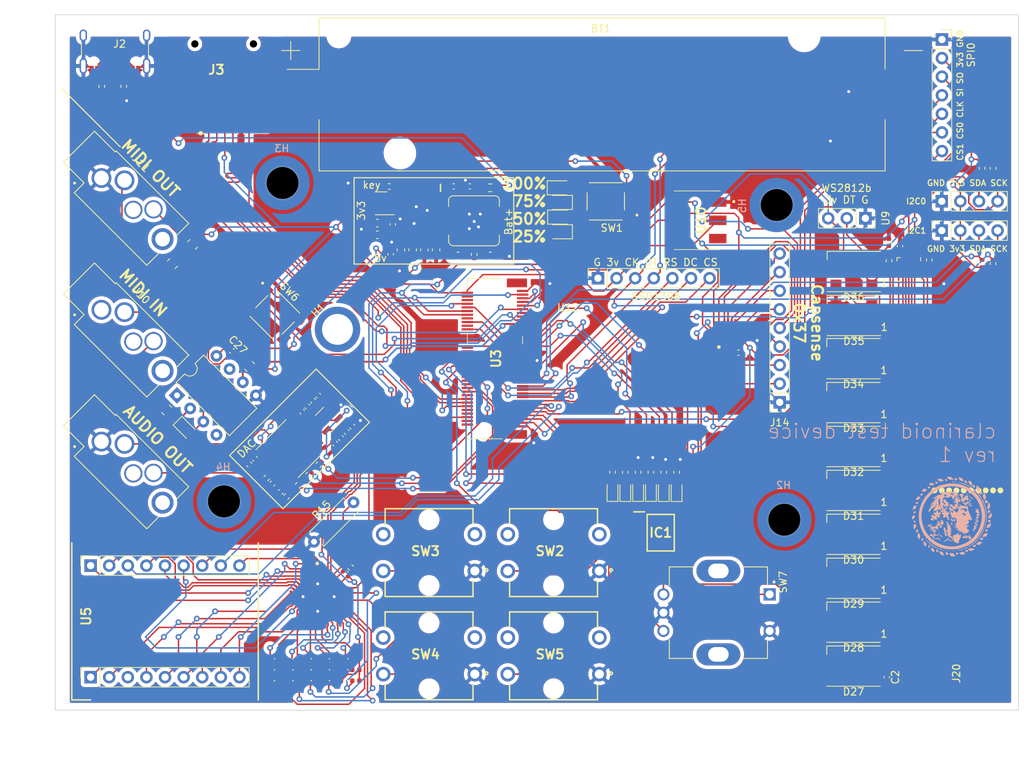
<source format=kicad_pcb>
(kicad_pcb (version 20211014) (generator pcbnew)
  (layers (0 "F.Cu" signal) (31 "B.Cu" signal) (34 "B.Paste" user) (35 "F.Paste" user) (36 "B.SilkS" user "B.Silkscreen") (37 "F.SilkS" user "F.Silkscreen") (38 "B.Mask" user) (39 "F.Mask" user) (44 "Edge.Cuts" user))
  (net 0 "")
  (net 4 "A3v3")
  (net 5 "GND")
  (net 6 "D3v3")
  (net 8 "Net-(C9-Pad1)")
  (net 9 "Net-(C12-Pad1)")
  (net 10 "Net-(C24-Pad1)")
  (net 11 "Net-(C10-Pad1)")
  (net 27 "SPI0_MISO")
  (net 28 "SPI0_generic0_cs")
  (net 29 "SPI0_generic1_cs")
  (net 31 "I2C1_SDA")
  (net 34 "I2C1_SCL")
  (net 35 "I2C_SCL")
  (net 36 "I2C_SDA")
  (net 37 "USB data in +")
  (net 38 "USB data in -")
  (net 39 "T01=MIDI OUT")
  (net 40 "Net-(J2-PadA5)")
  (net 41 "Net-(J2-PadB5)")
  (net 42 "Net-(C15-Pad1)")
  (net 43 "USB_Vin5v")
  (net 44 "Supply+5v")
  (net 45 "Batt+")
  (net 46 "Net-(D6-Pad1)")
  (net 47 "Net-(D6-Pad2)")
  (net 48 "Net-(R10-Pad2)")
  (net 49 "Net-(C7-Pad1)")
  (net 50 "Net-(C7-Pad2)")
  (net 51 "Net-(C8-Pad1)")
  (net 52 "Net-(C8-Pad2)")
  (net 53 "Net-(D1-Pad2)")
  (net 54 "Net-(D3-Pad2)")
  (net 55 "Net-(D1-Pad1)")
  (net 56 "T00 MIDI IN")
  (net 57 "SDIO_CS")
  (net 58 "SDIO_MOSI")
  (net 59 "SDIO_CLOCK")
  (net 60 "SDIO_MISO")
  (net 61 "I2S_LRCK")
  (net 62 "Net-(R1-Pad2)")
  (net 63 "I2S_DIN")
  (net 64 "Net-(R2-Pad2)")
  (net 65 "I2S_BCK")
  (net 66 "Net-(R3-Pad2)")
  (net 67 "Net-(R5-Pad1)")
  (net 69 "Net-(R6-Pad1)")
  (net 70 "Net-(R4-Pad1)")
  (net 71 "Net-(R12-Pad1)")
  (net 77 "Net-(C18-Pad1)")
  (net 78 "Net-(IC2-Pad5)")
  (net 79 "Net-(IC2-Pad7)")
  (net 80 "SPI0_SCK")
  (net 81 "SPI0_MOSI")
  (net 82 "OLED_RES")
  (net 83 "OLED_DC")
  (net 84 "OLED_CS")
  (net 85 "Net-(C30-Pad1)")
  (net 86 "WS2812_DATA")
  (net 87 "Net-(IC1-Pad4)")
  (net 88 "Net-(IC1-Pad5)")
  (net 89 "Net-(IC1-Pad6)")
  (net 90 "Net-(IC1-Pad7)")
  (net 91 "ENC_A")
  (net 92 "ENC_B")
  (net 93 "ENC_SWITCH")
  (net 94 "Net-(D5-Pad1)")
  (net 95 "GEN_LED1")
  (net 96 "Net-(D7-Pad1)")
  (net 97 "GEN_LED2")
  (net 98 "Net-(D8-Pad1)")
  (net 99 "GEN_LED3")
  (net 100 "Net-(D9-Pad1)")
  (net 101 "GEN_LED4")
  (net 102 "Net-(D10-Pad1)")
  (net 103 "GEN_LED5")
  (net 104 "Net-(D11-Pad1)")
  (net 105 "GEN_LED6")
  (net 108 "kingbright_dig1")
  (net 109 "kingbright_dig0")
  (net 110 "Net-(IC4-Pad1)")
  (net 111 "Net-(IC4-Pad2)")
  (net 112 "Net-(IC4-Pad8)")
  (net 113 "Net-(IC4-Pad9)")
  (net 114 "Net-(IC4-Pad12)")
  (net 115 "Net-(IC4-Pad13)")
  (net 117 "Net-(IC4-Pad11)")
  (net 118 "Net-(IC4-Pad10)")
  (net 119 "Net-(J20-Pad7)")
  (net 120 "Net-(SW6-Pad1)")
  (net 121 "+3V3")
  (net 126 "Net-(J10-Pad4)")
  (net 128 "Net-(J11-Pad2)")
  (net 129 "Net-(J20-Pad8)")
  (net 133 "Net-(J11-Pad4)")
  (net 135 "Net-(J20-Pad9)")
  (net 136 "Net-(J20-Pad2)")
  (net 137 "Net-(J20-Pad3)")
  (net 138 "Net-(J20-Pad4)")
  (net 139 "Net-(J20-Pad5)")
  (net 140 "Net-(J20-Pad6)")
  (net 141 "Net-(J20-Pad10)")
  (net 142 "Net-(J20-Pad11)")
  (net 147 "Net-(D12-Pad1)")
  (net 148 "Net-(D14-Pad1)")
  (net 149 "Net-(D15-Pad1)")
  (net 150 "Net-(IC3-Pad22)")
  (net 151 "Net-(IC3-Pad24)")
  (net 152 "Net-(IC3-Pad29)")
  (net 153 "Net-(IC3-Pad23)")
  (net 154 "Net-(IC3-Pad25)")
  (net 155 "Net-(IC3-Pad26)")
  (net 156 "Net-(IC3-Pad27)")
  (net 157 "Net-(IC3-Pad28)")
  (net 158 "Net-(IC3-Pad30)")
  (net 159 "Net-(IC3-Pad21)")
  (net 160 "Net-(IC3-Pad31)")
  (net 161 "enable_led_driver")
  (net 162 "Net-(IC3-Pad37)")
  (net 163 "Net-(D27-Pad2)")
  (net 164 "Net-(D28-Pad2)")
  (net 165 "Net-(D29-Pad2)")
  (net 166 "Net-(D30-Pad2)")
  (net 167 "Net-(D31-Pad2)")
  (net 168 "Net-(D32-Pad2)")
  (net 169 "Net-(D33-Pad2)")
  (net 170 "Net-(D34-Pad2)")
  (net 171 "Net-(D35-Pad2)")
  (net 172 "WS2812_DATA2")
  (net 173 "Net-(IC3-Pad19)")
  (net 174 "Net-(IC3-Pad4)")
  (net 175 "Net-(IC3-Pad12)")
  (net 176 "Net-(IC3-Pad11)")
  (net 177 "Net-(IC3-Pad10)")
  (net 178 "Net-(IC3-Pad9)")
  (net 179 "Net-(IC3-Pad3)")
  (net 180 "Net-(IC3-Pad14)")
  (net 181 "Net-(IC3-Pad2)")
  (net 182 "Net-(IC3-Pad1)")
  (net 183 "Net-(IC3-Pad5)")
  (net 184 "Net-(IC3-Pad6)")
  (net 185 "Net-(IC3-Pad7)")
  (net 186 "Net-(IC3-Pad8)")
  (net 187 "Net-(IC3-Pad13)")
  (net 188 "Net-(IC3-Pad40)")
  (footprint "LED_SMD:LED_0402_1005Metric" (layer "F.Cu") (at 120.198312 114.934542)
    (fp_text reference "D19" hide)
    (fp_text value "green")
  )
  (footprint "LED_SMD:LED_0603_1608Metric" (layer "F.Cu") (at 171.493312 90.459542 90)
    (fp_text reference "D5" hide)
    (fp_text value "blue")
  )
  (footprint "Capacitor_SMD:C_0402_1005Metric" (layer "F.Cu") (at 127.222488 81.710797 -45)
    (fp_text reference "C4" hide)
    (fp_text value "0.1uF")
  )
  (footprint "Capacitor_SMD:C_0603_1608Metric" (layer "F.Cu") (at 130.645804 55.512034 180)
    (fp_text reference "C28" hide)
    (fp_text value "0.22uF")
  )
  (footprint "Resistor_SMD:R_0402_1005Metric" (layer "F.Cu") (at 164.493312 87.949542 90)
    (fp_text reference "R38" hide)
    (fp_text value "470R")
  )
  (footprint "Connector_PinSocket_2.54mm:PinSocket_1x09_P2.54mm_Vertical" (layer "F.Cu") (at 185.566565 78.397523 180)
    (fp_text reference "J14")
    (fp_text value "touch_conn_capsense")
  )
  (footprint "Capacitor_SMD:C_0603_1608Metric" (layer "F.Cu") (at 135.460804 57.572034 -90)
    (fp_text reference "C21" hide)
    (fp_text value "22uF")
  )
  (footprint "LED_SMD:LED_0603_1608Metric" (layer "F.Cu") (at 169.743312 90.459542 90)
    (fp_text reference "D7" hide)
    (fp_text value "blue")
  )
  (footprint "Resistor_SMD:R_0402_1005Metric" (layer "F.Cu") (at 169.743312 87.949542 90)
    (fp_text reference "R35" hide)
    (fp_text value "470R")
  )
  (footprint "Resistor_SMD:R_0402_1005Metric" (layer "F.Cu") (at 213.198312 46.424542 90)
    (fp_text reference "R40" hide)
    (fp_text value "4.7k")
  )
  (footprint "LED_SMD:LED_0402_1005Metric" (layer "F.Cu") (at 120.198312 116.434542)
    (fp_text reference "D23" hide)
    (fp_text value "blue")
  )
  (footprint "Diode_SMD:D_SOD-323" (layer "F.Cu") (at 104.418164 81.972517 -45)
    (fp_text reference "D6" hide)
    (fp_text value "1N4148WS")
  )
  (footprint "LED_SMD:LED_0402_1005Metric" (layer "F.Cu") (at 117.698312 113.434542)
    (fp_text reference "D15" hide)
    (fp_text value "red")
  )
  (footprint "LED_SMD:LED_0402_1005Metric" (layer "F.Cu") (at 127.698312 116.434542)
    (fp_text reference "D26" hide)
    (fp_text value "blue")
  )
  (footprint "Package_DIP:DIP-8_W7.62mm" (layer "F.Cu") (at 103.286793 77.447034 45)
    (fp_text reference "U8" hide)
    (fp_text value "6N138")
  )
  (footprint "Capacitor_SMD:C_0402_1005Metric" (layer "F.Cu") (at 132.460804 58.177034 90)
    (fp_text reference "C23" hide)
    (fp_text value "0.1uF")
  )
  (footprint "Resistor_SMD:R_0402_1005Metric" (layer "F.Cu") (at 132.260804 48.912034 180)
    (fp_text reference "R10" hide)
    (fp_text value "10k")
  )
  (footprint "Capacitor_SMD:C_0402_1005Metric" (layer "F.Cu") (at 132.745804 54.092034 90)
    (fp_text reference "C26" hide)
    (fp_text value "10uF")
  )
  (footprint "Capacitor_SMD:C_0402_1005Metric" (layer "F.Cu") (at 122.566357 77.485667 -45)
    (fp_text reference "C14" hide)
    (fp_text value "0.1uF")
  )
  (footprint "Capacitor_SMD:C_0402_1005Metric" (layer "F.Cu") (at 200.468792 56.552042 90)
    (fp_text reference "C25" hide)
    (fp_text value "0.1uF")
  )
  (footprint "LED_SMD:LED_0603_1608Metric" (layer "F.Cu") (at 166.243312 90.449542 90)
    (fp_text reference "D9" hide)
    (fp_text value "green")
  )
  (footprint "Capacitor_SMD:C_0603_1608Metric" (layer "F.Cu") (at 141.660804 58.397034 180)
    (fp_text reference "C18" hide)
    (fp_text value "22uF")
  )
  (footprint "Capacitor_SMD:C_0603_1608Metric" (layer "F.Cu") (at 137.060804 57.572034 -90)
    (fp_text reference "C20" hide)
    (fp_text value "22uF")
  )
  (footprint "SamacSys_Parts:SOP65P640X110-16N" (layer "F.Cu") (at 169.323312 96.209542)
    (fp_text reference "IC1")
    (fp_text value "PCA9554APW,118" hide)
  )
  (footprint "clarinoid2:Sinhoo SMTSO2530CTJ" (layer "F.Cu") (at 125.198312 68.434542 45)
    (fp_text reference "H1")
    (fp_text value "M.2 riser SMTSO2530CTJ ")
  )
  (footprint "clarinoid2:Teensy_4.0_MicroMod outline fab" (layer "F.Cu") (at 142.698312 69.734542 180)
    (fp_text reference "U2" hide)
    (fp_text value "Micromod outline" hide)
  )
  (footprint "SamacSys_Parts:SOIC127P599X155-9N" (layer "F.Cu") (at 136.655804 52.072034 -90)
    (fp_text reference "IC2" hide)
    (fp_text value "Injoinic IP5306 battery charge" hide)
  )
  (footprint "SamacSys_Parts:ABPMAND001PG2A3" (layer "F.Cu") (at 174.305804 53.532034 -90)
    (fp_text reference "U10")
    (fp_text value "Pressure1_0x28_I2C0" hide)
  )
  (footprint "LED_SMD:LED_0402_1005Metric" (layer "F.Cu") (at 122.698312 113.434542)
    (fp_text reference "D13" hide)
    (fp_text value "red")
  )
  (footprint "clarinoid2:SSD1306_128x64_approximate" (layer "F.Cu") (at 154.373948 59.9462)
    (fp_text reference "U12")
    (fp_text value "ssd1306_graphic")
  )
  (footprint "Capacitor_SMD:C_0402_1005Metric" (layer "F.Cu") (at 117.439141 90.638545 45)
    (fp_text reference "C12" hide)
    (fp_text value "2.2uF")
  )
  (footprint "SamacSys_Parts:B3F-4055" (layer "F.Cu") (at 137.698312 113.034542)
    (fp_text reference "SW4")
    (fp_text value "SW_Push" hide)
  )
  (footprint "LED_SMD:LED_WS2812B_PLCC4_5.0x5.0mm_P3.2mm" (layer "F.Cu") (at 195.648312 84.434542 180)
    (fp_text reference "D32")
    (fp_text value "WS2812B")
  )
  (footprint "Battery:BatteryHolder_Keystone_1042_1x18650" (layer "F.Cu") (at 161.318304 36.346568)
    (fp_text reference "BT1")
    (fp_text value "Battery_Cell")
  )
  (footprint "clarinoid2:Inductor_MCS0630-1R0MN2" (layer "F.Cu") (at 143.860804 57.012034)
    (fp_text reference "L1" hide)
    (fp_text value "1uH")
  )
  (footprint "Resistor_SMD:R_0402_1005Metric" (layer "F.Cu") (at 205.993312 58.949542 -90)
    (fp_text reference "R4" hide)
    (fp_text value "10k")
  )
  (footprint "Connector_PinSocket_2.54mm:PinSocket_1x09_P2.54mm_Vertical" (layer "F.Cu") (at 91.493312 100.709542 90)
    (fp_text reference "DS2" hide)
    (fp_text value "Kingbright PDC54-Row2-pins10-18")
  )
  (footprint "LED_SMD:LED_0402_1005Metric" (layer "F.Cu") (at 125.198312 114.934542)
    (fp_text reference "D20" hide)
    (fp_text value "green")
  )
  (footprint "LED_SMD:LED_0402_1005Metric" (layer "F.Cu") (at 127.698312 113.434542)
    (fp_text reference "D25" hide)
    (fp_text value "red")
  )
  (footprint "SamacSys_Parts:B3F-4055" (layer "F.Cu") (at 137.698312 98.934542)
    (fp_text reference "SW3")
    (fp_text value "SW_Push" hide)
  )
  (footprint "Resistor_SMD:R_0402_1005Metric" (layer "F.Cu") (at 214.698312 46.434542 90)
    (fp_text reference "R41" hide)
    (fp_text value "4.7k")
  )
  (footprint "LED_SMD:LED_WS2812B_PLCC4_5.0x5.0mm_P3.2mm" (layer "F.Cu") (at 195.648312 90.434542 180)
    (fp_text reference "D31")
    (fp_text value "WS2812B")
  )
  (footprint "LED_SMD:LED_0603_1608Metric" (layer "F.Cu") (at 162.743312 90.449542 90)
    (fp_text reference "D11" hide)
    (fp_text value "red")
  )
  (footprint "LED_SMD:LED_0805_2012Metric" (layer "F.Cu") (at 155.580804 55.096568 180)
    (fp_text reference "D1" hide)
    (fp_text value "25%")
  )
  (footprint "SamacSys_Parts:QFN50P600X600X80-41N-D" (layer "F.Cu") (at 122.698312 104.934542 -45)
    (fp_text reference "IC3" hide)
    (fp_text value "IS32FL3240-QWLA3-TR" hide)
  )
  (footprint "Capacitor_SMD:C_0402_1005Metric" (layer "F.Cu") (at 143.260804 48.897034 180)
    (fp_text reference "C15" hide)
    (fp_text value "10uF")
  )
  (footprint "clarinoid2:SWITCHCRAFT_35RAPC4BV4" (layer "F.Cu") (at 95.660804 68.447034 -45)
    (fp_text reference "J10")
    (fp_text value "MIDI IN")
  )
  (footprint "LED_SMD:LED_WS2812B_PLCC4_5.0x5.0mm_P3.2mm" (layer "F.Cu") (at 195.698312 60.534542 180)
    (fp_text reference "D36")
    (fp_text value "WS2812B")
  )
  (footprint "LED_SMD:LED_0402_1005Metric" (layer "F.Cu") (at 122.698312 116.434542)
    (fp_text reference "D18" hide)
    (fp_text value "blue")
  )
  (footprint "LED_SMD:LED_0402_1005Metric" (layer "F.Cu") (at 117.698312 116.434542)
    (fp_text reference "D22" hide)
    (fp_text value "blue")
  )
  (footprint "LED_SMD:LED_WS2812B_PLCC4_5.0x5.0mm_P3.2mm" (layer "F.Cu") (at 195.648312 114.434542 180)
    (fp_text reference "D27")
    (fp_text value "WS2812B")
  )
  (footprint "Resistor_SMD:R_0402_1005Metric" (layer "F.Cu") (at 126.993312 100.949542 135)
    (fp_text reference "R16" hide)
    (fp_text value "100k")
  )
  (footprint "Capacitor_SMD:C_0402_1005Metric" (layer "F.Cu") (at 110.782125 71.365916 -45)
    (fp_text reference "C27")
    (fp_text value "0.1uF")
  )
  (footprint "Capacitor_SMD:C_0402_1005Metric" (layer "F.Cu") (at 113.161837 86.890188 135)
    (fp_text reference "C8" hide)
    (fp_text value "2.2uF")
  )
  (footprint "Capacitor_SMD:C_0402_1005Metric" (layer "F.Cu") (at 125.677627 83.283943 135)
    (fp_text reference "C5" hide)
    (fp_text value "10uF")
  )
  (footprint "NetTie:NetTie-2_SMD_Pad0.5mm" (layer "F.Cu") (at 124.051281 85.475974 -135)
    (fp_text reference "NT1" hide)
    (fp_text value "NetTie_2")
  )
  (footprint "Capacitor_SMD:C_0402_1005Metric" (layer "F.Cu") (at 116.321912 89.493032 45)
    (fp_text reference "C9" hide)
    (fp_text value "2.2uF")
  )
  (footprint "Connector_PinSocket_2.54mm:PinSocket_1x04_P2.54mm_Vertical" (layer "F.Cu") (at 207.698312 50.934542 90)
    (fp_text reference "J5" hide)
    (fp_text value "header_i2c")
  )
  (footprint "LED_SMD:LED_WS2812B_PLCC4_5.0x5.0mm_P3.2mm" (layer "F.Cu") (at 195.698312 66.534542 180)
    (fp_text reference "D35")
    (fp_text value "WS2812B")
  )
  (footprint "LED_SMD:LED_0603_1608Metric" (layer "F.Cu") (at 167.993312 90.449542 90)
    (fp_text reference "D8" hide)
    (fp_text value "green")
  )
  (footprint "LED_SMD:LED_0402_1005Metric" (layer "F.Cu") (at 122.698312 114.934542)
    (fp_text reference "D17" hide)
    (fp_text value "green")
  )
  (footprint "LED_SMD:LED_0402_1005Metric" (layer "F.Cu") (at 120.198312 113.434542)
    (fp_text reference "D14" hide)
    (fp_text value "red")
  )
  (footprint "LED_SMD:LED_0805_2012Metric" (layer "F.Cu") (at 155.580804 53.096568)
    (fp_text reference "D2" hide)
    (fp_text value "50%")
  )
  (footprint "Package_TO_SOT_SMD:SOT-23-5" (layer "F.Cu") (at 131.145804 51.212034 180)
    (fp_text reference "U11" hide)
    (fp_text value "TLV75733PDBV")
  )
  (footprint "Resistor_SMD:R_0402_1005Metric" (layer "F.Cu") (at 118.253006 91.27425 -135)
    (fp_text reference "R6" hide)
    (fp_text value "470R")
  )
  (footprint "SamacSys_Parts:B3F-4055" (layer "F.Cu") (at 154.698312 98.934542)
    (fp_text reference "SW2")
    (fp_text value "SW_Push" hide)
  )
  (footprint "LED_SMD:LED_WS2812B_PLCC4_5.0x5.0mm_P3.2mm" (layer "F.Cu") (at 195.648312 102.434542 180)
    (fp_text reference "D29")
    (fp_text value "WS2812B")
  )
  (footprint "Capacitor_SMD:C_0402_1005Metric" (layer "F.Cu") (at 201.993312 57.059542 90)
    (fp_text reference "C24" hide)
    (fp_text value "0.1uF")
  )
  (footprint "Capacitor_SMD:C_0402_1005Metric" (layer "F.Cu") (at 121.85925 78.192774 -45)
    (fp_text reference "C11" hide)
    (fp_text value "10uF")
  )
  (footprint "Resistor_SMD:R_0402_1005Metric" (layer "F.Cu") (at 171.493312 87.949542 90)
    (fp_text reference "R34" hide)
    (fp_text value "470R")
  )
  (footprint "Capacitor_SMD:C_0402_1005Metric" (layer "F.Cu") (at 124.885667 84.047618 135)
    (fp_text reference "C6" hide)
    (fp_text value "0.1uF")
  )
  (footprint "LED_SMD:LED_0402_1005Metric" (layer "F.Cu") (at 117.698312 114.934542)
    (fp_text reference "D16" hide)
    (fp_text value "green")
  )
  (footprint "Capacitor_SMD:C_0603_1608Metric" (layer "F.Cu") (at 138.660804 57.572034 -90)
    (fp_text reference "C17" hide)
    (fp_text value "22uF")
  )
  (footprint "LED_SMD:LED_0402_1005Metric" (layer "F.Cu") (at 125.198312 116.434542)
    (fp_text reference "D24" hide)
    (fp_text value "blue")
  )
  (footprint "Resistor_SMD:R_0805_2012Metric" (layer "F.Cu") (at 102.660804 59.447034 45)
    (fp_text reference "R21" hide)
    (fp_text value "47R")
  )
  (footprint "Resistor_SMD:R_0805_2012Metric" (layer "F.Cu") (at 113.195127 73.496075 135)
    (fp_text reference "R22" hide)
    (fp_text value "470R")
  )
  (footprint "LED_SMD:LED_0805_2012Metric" (layer "F.Cu") (at 155.518304 49.096568)
    (fp_text reference "D4" hide)
    (fp_text value "100%")
  )
  (footprint "Resistor_SMD:R_0402_1005Metric" (layer "F.Cu") (at 166.243312 87.949542 90)
    (fp_text reference "R37" hide)
    (fp_text value "470R")
  )
  (footprint "Resistor_THT:R_Axial_DIN0207_L6.3mm_D2.5mm_P7.62mm_Horizontal" (layer "F.Cu") (at 121.993312 97.449542 45)
    (fp_text reference "R15")
    (fp_text value "4.7k")
  )
  (footprint "Package_DFN_QFN:UQFN-20_3x3mm_P0.4mm" (layer "F.Cu") (at 203.193312 60.239542 -90)
    (fp_text reference "U4" hide)
    (fp_text value "MPR121, 0x5A")
  )
  (footprint "Resistor_SMD:R_0402_1005Metric" (layer "F.Cu") (at 143.860804 58.197034 -90)
    (fp_text reference "R11" hide)
    (fp_text value "0.5R")
  )
  (footprint "clarinoid2:SOFNG TF-15x15 (LCSC C111196)" (layer "F.Cu") (at 108.62 33.3625 180)
    (fp_text reference "J3")
    (fp_text value "microSD SOFNG TF-15x15" hide)
  )
  (footprint "Resistor_SMD:R_0402_1005Metric" (layer "F.Cu") (at 122.644139 86.911401 -135)
    (fp_text reference "R3" hide)
    (fp_text value "22R")
  )
  (footprint "Connector_PinSocket_2.54mm:PinSocket_1x07_P2.54mm_Vertical" (layer "F.Cu") (at 207.723312 28.834542)
    (fp_text reference "J4" hide)
    (fp_text value "header_spi")
  )
  (footprint "Capacitor_SMD:C_0402_1005Metric" (layer "F.Cu") (at 121.081433 78.970592 135)
    (fp_text reference "C13" hide)
    (fp_text value "0.1uF")
  )
  (footprint "clarinoid2:SWITCHCRAFT_35RAPC4BV4" (layer "F.Cu") (at 95.660804 86.447034 -45)
    (fp_text reference "J1" hide)
    (fp_text value "AudioOut")
  )
  (footprint "LED_SMD:LED_WS2812B_PLCC4_5.0x5.0mm_P3.2mm" (layer "F.Cu") (at 195.648312 78.434542 180)
    (fp_text reference "D33")
    (fp_text value "WS2812B")
  )
  (footprint "CapTouchSliders:CaptouchSlider_Masked_H3x3_A1.0mm_x12" (layer "F.Cu") (at 213.698312 115.434542 90)
    (fp_text reference "J20")
    (fp_text value "CapTouchSlider3")
  )
  (footprint "Resistor_SMD:R_0402_1005Metric" (layer "F.Cu") (at 119.815712 89.739828 45)
    (fp_text reference "R1" hide)
    (fp_text value "22R")
  )
  (footprint "LED_SMD:LED_0603_1608Metric" (layer "F.Cu") (at 164.493312 90.459542 90)
    (fp_text reference "D10" hide)
    (fp_text value "red")
  )
  (footprint "Capacitor_SMD:C_0402_1005Metric" (layer "F.Cu") (at 126.478342 82.454944 -45)
    (fp_text reference "C3" hide)
    (fp_text value "10uF")
  )
  (footprint "Resistor_SMD:R_0402_1005Metric" (layer "F.Cu") (at 93.018304 35.236568 90)
    (fp_text reference "R7" hide)
    (fp_text value "5.1k")
  )
  (footprint "Package_SO:TSSOP-20_4.4x6.5mm_P0.65mm" (layer "F.Cu") (at 118.995468 84.733512 45)
    (fp_text reference "U1" hide)
    (fp_text value "PCM5102A")
  )
  (footprint "Resistor_SMD:R_0402_1005Metric" (layer "F.Cu") (at 96.018304 35.236568 90)
    (fp_text reference "R8" hide)
    (fp_text value "5.1k")
  )
  (footprint "LED_SMD:LED_0805_2012Metric" (layer "F.Cu") (at 155.580804 51.096568 180)
    (fp_text reference "D3" hide)
    (fp_text value "75%")
  )
  (footprint "Connector_PinSocket_2.54mm:PinSocket_1x07_P2.54mm_Vertical" (layer "F.Cu") (at 160.760804 61.447034 90)
    (fp_text reference "J12" hide)
    (fp_text value "SSD1306")
  )
  (footprint "Connector_PinSocket_2.54mm:PinSocket_1x09_P2.54mm_Vertical" (layer "F.Cu") (at 91.493312 115.949542 90)
    (fp_text reference "DS1" hide)
    (fp_text value "Kingbright PDC54-Row1-pins01-09")
  )
  (footprint "SamacSys_Parts:QFN50P300X300X60-17N-D" (layer "F.Cu") (at 178.766565 68.947523 90)
    (fp_text reference "IC4" hide)
    (fp_text value "CY8CMBR3108-LQXIT" hide)
  )
  (footprint "Capacitor_SMD:C_0402_1005Metric" (layer "F.Cu") (at 200.198312 115.954542 -90)
    (fp_text reference "C2")
    (fp_text value "0.1uF")
  )
  (footprint "LED_SMD:LED_WS2812B_PLCC4_5.0x5.0mm_P3.2mm" (layer "F.Cu") (at 195.648312 96.434542 180)
    (fp_text reference "D30")
    (fp_text value "WS2812B")
  )
  (footprint "LED_SMD:LED_WS2812B_PLCC4_5.0x5.0mm_P3.2mm" (layer "F.Cu") (at 195.648312 108.434542 180)
    (fp_text reference "D28")
    (fp_text value "WS2812B")
  )
  (footprint "Resistor_SMD:R_0402_1005Metric" (layer "F.Cu") (at 213.198312 59.444542 -90)
    (fp_text reference "R13" hide)
    (fp_text value "4.7k")
  )
  (footprint "clarinoid2:USB_C_Receptacle_XKB_U262-16XN-4BVC11" (layer "F.Cu") (at 94.818304 29.346568 180)
    (fp_text reference "J2")
    (fp_text value "XKB_U262-16XN-4BVC11 USB-C recept")
  )
  (footprint "Capacitor_SMD:C_0402_1005Metric" (layer "F.Cu") (at 126.332723 101.788953 135)
    (fp_text reference "C1" hide)
    (fp_text value "0.1uF")
  )
  (footprint "SamacSys_Parts:B3F-4055" (layer "F.Cu") (at 154.698312 113.034542)
    (fp_text reference "SW5")
    (fp_text value "SW_Push" hide)
  )
  (footprint "Connector_PinSocket_2.54mm:PinSocket_1x04_P2.54mm_Vertical" (layer "F.Cu") (at 207.698312 54.934542 90)
    (fp_text reference "J6" hide)
    (fp_text value "header_i2c1")
  )
  (footprint "Capacitor_SMD:C_0402_1005Metric" (layer "F.Cu") (at 120.374326 79.677698 135)
    (fp_text reference "C10" hide)
    (fp_text value "10uF")
  )
  (footprint "Resistor_SMD:R_0402_1005Metric" (layer "F.Cu") (at 167.993312 87.949542 90)
    (fp_text reference "R36" hide)
    (fp_text value "470R")
  )
  (footprint "SamacSys_Parts:21992304" (layer "F.Cu") (at 146.848312 72.434542 -90)
    (fp_text reference "U3")
    (fp_text value "APCI0136-P001A Teensy_4.0_MicroMod" hide)
  )
  (footprint "clarinoid2:SWITCHCRAFT_35RAPC4BV4" (layer "F.Cu") (at 95.660804 50.447034 -45)
    (fp_text reference "J11")
    (fp_text value "MIDI OUT")
  )
  (footprint "Resistor_SMD:R_0603_1608Metric" (layer "F.Cu") (at 146.060804 49.097034 180)
    (fp_text reference "R9" hide)
    (fp_text value "2R")
  )
  (footprint "Resistor_SMD:R_0402_1005Metric" (layer "F.Cu") (at 115.529953 88.729357 -135)
    (fp_text reference "R5" hide)
    (fp_text value "470R")
  )
  (footprint "Capacitor_SMD:C_0603_1608Metric" (layer "F.Cu") (at 133.860804 57.572034 -90)
    (fp_text reference "C22" hide)
    (fp_text value "22uF")
  )
  (footprint "Resistor_SMD:R_0402_1005Metric" (layer "F.Cu") (at 121.236996 88.318543 -135)
    (fp_text reference "R2" hide)
    (fp_text value "22R")
  )
  (footprint "Resistor_SMD:R_0402_1005Metric" (layer "F.Cu") (at 200.493312 59.049542 90)
    (fp_text reference "R12" hide)
    (fp_text value "75k")
  )
  (footprint "Capacitor_SMD:C_0603_1608Metric" (layer "F.Cu") (at 146.060804 58.397034)
    (fp_text reference "C19" hide)
    (fp_text value "22uF")
  )
  (footprint "Capacitor_SMD:C_0402_1005Metric" (layer "F.Cu") (at 141.060804 48.897034)
    (fp_text reference "C16" hide)
    (fp_text value "10uF")
  )
  (footprint "LED_SMD:LED_WS2812B_PLCC4_5.0x5.0mm_P3.2mm" (layer "F.Cu") (at 195.648312 72.434542 180)
    (fp_text reference "D34")
    (fp_text value "WS2812B")
  )
  (footprint "Resistor_SMD:R_0805_2012Metric" (layer "F.Cu") (at 105.41852 56.830738 45)
    (fp_text reference "R20" hide)
    (fp_text value "47R")
  )
  (footprint "Capacitor_SMD:C_0402_1005Metric" (layer "F.Cu") (at 179.941565 71.607523)
    (fp_text reference "C30" hide)
    (fp_text value "0.1uF")
  )
  (footprint "Resistor_SMD:R_0402_1005Metric" (layer "F.Cu") (at 214.698312 59.444542 -90)
    (fp_text reference "R14" hide)
    (fp_text value "4.7k")
  )
  (footprint "LED_SMD:LED_0402_1005Metric" (layer "F.Cu") (at 127.698312 114.934542)
    (fp_text reference "D21" hide)
    (fp_text value "green")
  )
  (footprint "clarinoid2:XKB switch jlcpcb SW_TS-1187A-B-A-B" (layer "F.Cu") (at 161.823304 50.947034 180)
    (fp_text reference "SW1")
    (fp_text value "SW_Push")
  )
  (footprint "Capacitor_SMD:C_0603_1608Metric" (layer "F.Cu") (at 130.645804 53.912034 180)
    (fp_text reference "C29" hide)
    (fp_text value "0.1uF")
  )
  (footprint "clarinoid2:Bourns_ENC_PEC11R-4215F-S0024" (layer "F.Cu") (at 177.198312 107.134542 -90)
    (fp_text reference "SW7")
    (fp_text value "RotaryEncoder_Switch_ABC12")
  )
  (footprint "Capacitor_SMD:C_0402_1005Metric" (layer "F.Cu") (at 113.939654 86.11237 -45)
    (fp_text reference "C7" hide)
    (fp_text value "2.2uF")
  )
  (footprint "Connector_PinSocket_2.54mm:PinSocket_1x03_P2.54mm_Vertical" (layer "F.Cu") (at 197.273312 53.259542 -90)
    (fp_text reference "U9")
    (fp_text value "WS2812")
  )
  (footprint "Resistor_SMD:R_0402_1005Metric" (layer "F.Cu") (at 162.743312 87.949542 90)
    (fp_text reference "R39" hide)
    (fp_text value "470R")
  )
  (footprint "LED_SMD:LED_0402_1005Metric" (layer "F.Cu") (at 125.198312 113.434542)
    (fp_text reference "D12" hide)
    (fp_text value "red")
  )
  (footprint "Resistor_SMD:R_0805_2012Metric" (layer "F.Cu") (at 101.881419 79.435772 -45)
    (fp_text reference "R19" hide)
    (fp_text value "220R")
  )
  (footprint "clarinoid2:XKB switch jlcpcb SW_TS-1187A-B-A-B" (layer "F.Cu") (at 116.660804 66.447034 -45)
    (fp_text reference "SW6")
    (fp_text value "SW_Push")
  )
  (footprint "clarinoid2:Kingbright PDC54 template" (layer "F.Cu") (at 91.493312 115.949542 90)
    (fp_text reference "U5")
    (fp_text value "Placeholder" hide)
  )
  (footprint "Package_TO_SOT_SMD:SOT-23-5" (layer "F.Cu") (at 123.839149 80.738359 -135)
    (fp_text reference "U7" hide)
    (fp_text value "TLV75533PDBV")
  )
  (footprint "clarinoid2:Wurth Elektronik Reverse SMD Spacer M3" (layer "B.Cu") (at 186.198312 94.434542 180)
    (fp_text reference "H2")
    (fp_text value "MountingHole" hide)
  )
  (footprint "LOGO" (layer "B.Cu") (at 208.993312 94.199542 180)
    (fp_text reference "G***")
    (fp_text value "LOGO" hide)
  )
  (footprint "clarinoid2:Wurth Elektronik Reverse SMD Spacer M3" (layer "B.Cu") (at 109.698312 91.934542 180)
    (fp_text reference "H4")
    (fp_text value "MountingHole" hide)
  )
  (footprint "clarinoid2:Wurth Elektronik Reverse SMD Spacer M3" (layer "B.Cu") (at 185.160804 51.447034 -90)
    (fp_text reference "H5")
    (fp_text value "MountingHole" hide)
  )
  (footprint "clarinoid2:Wurth Elektronik Reverse SMD Spacer M3" (layer "B.Cu") (at 117.698312 48.434542 180)
    (fp_text reference "H3")
    (fp_text value "MountingHole" hide)
  )
  (gr_poly (pts (xy 110.469855 85.657727) (xy 117.753055 92.940926) (xy 129.561738 81.132243) (xy 122.278538 73.849043)) (layer "F.SilkS") (width 0.15) (fill none))
  (gr_line (start 95.5388 43.499246) (end 87.5388 35.499246) (layer "F.SilkS") (width 0.15))
  (gr_rect (start 127.460804 47.712034) (end 149.260804 59.512034) (layer "F.SilkS") (width 0.15) (fill none))
  (gr_rect (start 86.660804 25.447034) (end 218.160804 120.447034) (layer "Edge.Cuts") (width 0.1) (fill none))
  (gr_text "clarinoid test device\nrev 1" (at 215.243312 83.949542) (layer "B.SilkS") (effects (font (size 2 2)) (justify left mirror)))
  (gr_text "G 3v CK DT RS DC CS\n" (at 168.635061 59.278178) (layer "F.SilkS") (effects (font (size 1 1))))
  (gr_text "MIDI IN" (at 98.660804 63.447034 315) (layer "F.SilkS") (effects (font (size 1.5 1.5) (thickness 0.3))))
  (gr_text "3v3" (at 128.445804 52.212034 90) (layer "F.SilkS") (effects (font (size 1 1))))
  (gr_text "key" (at 129.860804 48.712034) (layer "F.SilkS") (effects (font (size 1 1))))
  (gr_text "I2C0" (at 204.198312 50.934542) (layer "F.SilkS") (effects (font (size 0.8 0.8))))
  (gr_text "AUDIO OUT" (at 100.660804 83.447034 315) (layer "F.SilkS") (effects (font (size 1.5 1.5) (thickness 0.3))))
  (gr_text "5v" (at 131.060804 58.697034) (layer "F.SilkS") (effects (font (size 1 1))))
  (gr_text "DAC" (at 112.803307 84.738488 45) (layer "F.SilkS") (effects (font (size 1 1))))
  (gr_text "GND 3v3 SDA SCK" (at 211.198312 57.434542) (layer "F.SilkS") (effects (font (size 0.8 0.8))))
  (gr_text "Capsense\n0x37" (at 189.460804 67.547034 270) (layer "F.SilkS") (effects (font (size 1.5 1.5) (thickness 0.3))))
  (gr_text "Bat+" (at 148.560804 53.697034 90) (layer "F.SilkS") (effects (font (size 1 1))))
  (gr_text "WS2812b\n3v DT G" (at 194.698312 49.934542) (layer "F.SilkS") (effects (font (size 1 1))))
  (gr_text "100%\n75%\n50%\n25%" (at 153.895804 52.136568) (layer "F.SilkS") (effects (font (size 1.5 1.5) (thickness 0.3)) (justify right)))
  (gr_text "MIDI OUT" (at 99.660804 46.447034 315) (layer "F.SilkS") (effects (font (size 1.5 1.5) (thickness 0.3))))
  (gr_text "I2C1" (at 204.198312 54.934542) (layer "F.SilkS") (effects (font (size 0.8 0.8))))
  (gr_text "GND 3v3 SDA SCK" (at 211.198312 48.434542) (layer "F.SilkS") (effects (font (size 0.8 0.8))))
  (gr_text "SSD1306\n" (at 168.698312 63.934542) (layer "F.SilkS") (effects (font (size 1 1))))
  (gr_text "CS1 CS0 CLK SI SO 3v3 GND" (at 210.198312 36.434542 90) (layer "F.SilkS") (effects (font (size 0.8 0.8))))
  (gr_text "SPI0" (at 211.698312 30.934542 90) (layer "F.SilkS") (effects (font (size 1 1))))
  (segment (start 117.545899 79.81912) (end 121.717829 75.64719) (width 0.2) (layer "F.Cu") (net 4))
  (segment (start 124.260648 75.64719) (end 124.260804 75.647034) (width 0.2) (layer "F.Cu") (net 4))
  (segment (start 114.669658 83.232761) (end 114.903087 83.46619) (width 0.2) (layer "F.Cu") (net 4))
  (segment (start 116.083872 81.281146) (end 116.083872 81.677126) (width 0.2) (layer "F.Cu") (net 4))
  (segment (start 124.260804 75.647034) (end 127.445394 78.831624) (width 0.2) (layer "F.Cu") (net 4))
  (segment (start 117.545899 83.354654) (end 117.545899 79.81912) (width 0.2) (layer "F.Cu") (net 4))
  (segment (start 117.545899 79.81912) (end 116.083872 81.281146) (width 0.2) (layer "F.Cu") (net 4))
  (segment (start 121.717829 75.64719) (end 124.260648 75.64719) (width 0.2) (layer "F.Cu") (net 4))
  (segment (start 118.120423 87.906654) (end 118.581814 87.445262) (width 0.2) (layer "F.Cu") (net 4))
  (segment (start 118.581814 87.445262) (end 118.581814 84.390569) (width 0.2) (layer "F.Cu") (net 4))
  (segment (start 127.445394 78.831624) (end 127.445394 80.809069) (width 0.2) (layer "F.Cu") (net 4))
  (segment (start 114.903087 83.46619) (end 114.903087 84.689318) (width 0.2) (layer "F.Cu") (net 4))
  (segment (start 127.445394 80.809069) (end 126.040019 82.214444) (width 0.2) (layer "F.Cu") (net 4))
  (segment (start 118.581814 84.390569) (end 117.545899 83.354654) (width 0.2) (layer "F.Cu") (net 4))
  (segment (start 126.040019 82.214444) (end 123.706567 82.214444) (width 0.2) (layer "F.Cu") (net 4))
  (via (at 114.669658 83.232761) (size 0.8) (drill 0.4) (layers "F.Cu" "B.Cu") (net 4))
  (via (at 116.083872 81.677126) (size 0.8) (drill 0.4) (layers "F.Cu" "B.Cu") (net 4))
  (segment (start 114.669658 83.09134) (end 114.669658 83.232761) (width 0.2) (layer "B.Cu") (net 4))
  (segment (start 116.083872 81.677126) (end 114.669658 83.09134) (width 0.2) (layer "B.Cu") (net 4))
  (segment (start 142.780804 48.897034) (end 141.540804 48.897034) (width 0.2) (layer "F.Cu") (net 5))
  (segment (start 136.655804 52.072034) (end 136.655804 52.967861) (width 0.2) (layer "F.Cu") (net 5))
  (segment (start 152.448312 71.684542) (end 152.448312 72.684542) (width 0.2) (layer "F.Cu") (net 5))
  (segment (start 182.493312 69.949542) (end 181.241293 68.697523) (width 0.2) (layer "F.Cu") (net 5))
  (segment (start 142.780804 48.166534) (end 142.660804 48.046534) (width 0.2) (layer "F.Cu") (net 5))
  (segment (start 151.184826 81.697034) (end 151.993312 82.50552) (width 0.2) (layer "F.Cu") (net 5))
  (segment (start 146.835804 58.397034) (end 148.610804 58.397034) (width 0.2) (layer "F.Cu") (net 5))
  (segment (start 152.448312 73.179548) (end 152.448312 72.684542) (width 0.2) (layer "F.Cu") (net 5))
  (segment (start 132.460804 57.697034) (end 132.460804 56.647034) (width 0.2) (layer "F.Cu") (net 5))
  (segment (start 150.473312 72.684542) (end 152.448312 72.684542) (width 0.2) (layer "F.Cu") (net 5))
  (segment (start 200.493312 58.079542) (end 200.493312 58.539542) (width 0.2) (layer "F.Cu") (net 5))
  (segment (start 124.771054 102.6718) (end 125.993312 101.449542) (width 0.2) (layer "F.Cu") (net 5))
  (segment (start 124.466078 104.934542) (end 122.698312 104.934542) (width 0.2) (layer "F.Cu") (net 5))
  (segment (start 125.66816 103.73246) (end 124.466078 104.934542) (width 0.2) (layer "F.Cu") (net 5))
  (segment (start 201.393312 59.439542) (end 200.493312 58.539542) (width 0.2) (layer "F.Cu") (net 5))
  (segment (start 208.598292 68.534562) (end 209.698312 67.434542) (width 0.2) (layer "F.Cu") (net 5))
  (segment (start 151.993312 82.50552) (end 151.993312 83.949542) (width 0.2) (layer "F.Cu") (net 5))
  (segment (start 201.993312 56.579542) (end 200.493312 58.079542) (width 0.2) (layer "F.Cu") (net 5))
  (segment (start 109.13038 73.158391) (end 108.219514 73.158391) (width 0.2) (layer "F.Cu") (net 5))
  (segment (start 120.43557 106.84373) (end 120.789124 106.84373) (width 0.2) (layer "F.Cu") (net 5))
  (segment (start 126.667576 82.944532) (end 125.338215 82.944532) (width 0.2) (layer "F.Cu") (net 5))
  (segment (start 128.328586 80.880471) (end 127.561899 81.647158) (width 0.2) (layer "F.Cu") (net 5))
  (segment (start 96.018304 35.746568) (end 96.018304 36.804534) (width 0.2) (layer "F.Cu") (net 5))
  (segment (start 127.558531 82.053577) (end 126.817753 82.794355) (width 0.2) (layer "F.Cu") (net 5))
  (segment (start 125.338215 82.944532) (end 124.57454 83.708207) (width 0.2) (layer "F.Cu") (net 5))
  (segment (start 178.766565 68.947523) (end 179.016565 68.697523) (width 0.2) (layer "F.Cu") (net 5))
  (segment (start 167.993312 86.199542) (end 168.243312 85.949542) (width 0.2) (layer "F.Cu") (net 5))
  (segment (start 207.993312 62.199542) (end 206.598292 63.594562) (width 0.2) (layer "F.Cu") (net 5))
  (segment (start 151.443318 74.184542) (end 152.448312 73.179548) (width 0.2) (layer "F.Cu") (net 5))
  (segment (start 171.493312 86.699542) (end 171.993312 86.199542) (width 0.2) (layer "F.Cu") (net 5))
  (segment (start 129.870804 53.912034) (end 129.295804 53.912034) (width 0.2) (layer "F.Cu") (net 5))
  (segment (start 137.060804 58.347034) (end 138.660804 58.347034) (width 0.2) (layer "F.Cu") (net 5))
  (segment (start 167.993312 87.439542) (end 167.993312 86.199542) (width 0.2) (layer "F.Cu") (net 5))
  (segment (start 118.030263 79.90112) (end 121.843369 76.088014) (width 0.2) (layer "F.Cu") (net 5))
  (segment (start 111.121536 71.705327) (end 110.583444 71.705327) (width 0.2) (layer "F.Cu") (net 5))
  (segment (start 124.88971 78.382024) (end 124.88971 79.687798) (width 0.2) (layer "F.Cu") (net 5))
  (segment (start 119.039662 88.825892) (end 118.580042 88.366273) (width 0.2) (layer "F.Cu") (net 5))
  (segment (start 133.660804 60.447034) (end 133.860804 60.247034) (width 0.2) (layer "F.Cu") (net 5))
  (segment (start 169.743312 87.439542) (end 169.743312 86.449542) (width 0.2) (layer "F.Cu") (net 5))
  (segment (start 123.476757 84.777706) (end 123.087848 84.777706) (width 0.2) (layer "F.Cu") (net 5))
  (segment (start 129.425804 51.212034) (end 132.283304 51.212034) (width 0.2) (layer "F.Cu") (net 5))
  (segment (start 118.030263 81.186688) (end 118.030263 79.90112) (width 0.2) (layer "F.Cu") (net 5))
  (segment (start 136.655804 52.967861) (end 135.650799 53.972866) (width 0.2) (layer "F.Cu") (net 5))
  (segment (start 124.546256 83.708207) (end 123.476757 84.777706) (width 0.2) (layer "F.Cu") (net 5))
  (segment (start 124.57454 83.708207) (end 124.546256 83.708207) (width 0.2) (layer "F.Cu") (net 5))
  (segment (start 154.198312 62.184542) (end 151.698312 64.684542) (width 0.2) (layer "F.Cu") (net 5))
  (segment (start 118.740385 81.771258) (end 118.614833 81.771258) (width 0.2) (layer "F.Cu") (net 5))
  (segment (start 152.098312 62.184542) (end 154.198312 62.184542) (width 0.2) (layer "F.Cu") (net 5))
  (segment (start 119.410893 81.100751) (end 118.740385 81.771258) (width 0.2) (layer "F.Cu") (net 5))
  (segment (start 120.789751 82.479609) (end 119.065487 84.203873) (width 0.2) (layer "F.Cu") (net 5))
  (segment (start 202.793312 57.379542) (end 201.993312 56.579542) (width 0.2) (layer "F.Cu") (net 5))
  (segment (start 129.870804 53.912034) (end 129.870804 55.512034) (width 0.2) (layer "F.Cu") (net 5))
  (segment (start 118.740385 83.878772) (end 119.065487 84.203873) (width 0.2) (layer "F.Cu") (net 5))
  (segment (start 206.598292 68.475972) (end 206.656882 68.534562) (width 0.2) (layer "F.Cu") (net 5))
  (segment (start 150.473312 74.184542) (end 151.443318 74.184542) (width 0.2) (layer "F.Cu") (net 5))
  (segment (start 179.016565 68.697523) (end 180.266565 68.697523) (width 0.2) (layer "F.Cu") (net 5))
  (segment (start 124.6075 102.6718) (end 124.771054 102.6718) (width 0.2) (layer "F.Cu") (net 5))
  (segment (start 122.5957 76.088014) (end 124.88971 78.382024) (width 0.2) (layer "F.Cu") (net 5))
  (segment (start 108.219514 73.158391) (end 107.575436 72.514313) (width 0.2) (layer "F.Cu") (net 5))
  (segment (start 127.561899 81.647158) (end 127.561899 82.050209) (width 0.2) (layer "F.Cu") (net 5))
  (segment (start 132.745804 53.612034) (end 133.495804 53.612034) (width 0.2) (layer "F.Cu") (net 5))
  (segment (start 121.843369 76.088014) (end 122.5957 76.088014) (width 0.2) (layer "F.Cu") (net 5))
  (segment (start 129.295804 53.912034) (end 128.460804 54.747034) (width 0.2) (layer "F.Cu") (net 5))
  (segment (start 140.835804 58.347034) (end 140.885804 58.397034) (width 0.2) (layer "F.Cu") (net 5))
  (segment (start 96.018304 36.804534) (end 96.410804 37.197034) (width 0.2) (layer "F.Cu") (net 5))
  (segment (start 150.473312 63.184542) (end 151.098312 63.184542) (width 0.2) (layer "F.Cu") (net 5))
  (segment (start 120.789124 107.197284) (end 120.43557 106.84373) (width 0.2) (layer "F.Cu") (net 5))
  (segment (start 120.789124 106.84373) (end 122.698312 104.934542) (width 0.2) (layer "F.Cu") (net 5))
  (segment (start 126.817753 82.794355) (end 126.667576 82.944532) (width 0.2) (layer "F.Cu") (net 5))
  (segment (start 148.610804 58.397034) (end 148.660804 58.447034) (width 0.2) (layer "F.Cu") (net 5))
  (segment (start 150.273304 81.697034) (end 151.184826 81.697034) (width 0.2) (layer "F.Cu") (net 5))
  (segment (start 116.661324 89.153621) (end 117.156298 89.648596) (width 0.2) (layer "F.Cu") (net 5))
  (segment (start 171.493312 87.439542) (end 171.493312 86.699542) (width 0.2) (layer "F.Cu") (net 5))
  (segment (start 169.743312 86.449542) (end 169.993312 86.199542) (width 0.2) (layer "F.Cu") (net 5))
  (segment (start 202.793312 58.852042) (end 202.793312 57.379542) (width 0.2) (layer "F.Cu") (net 5))
  (segment (start 151.948312 71.184542) (end 152.448312 71.684542) (width 0.2) (layer "F.Cu") (net 5))
  (segment (start 206.598292 63.594562) (end 206.598292 68.475972) (width 0.2) (layer "F.Cu") (net 5))
  (segment (start 120.742021 78.63118) (end 121.519839 77.853363) (width 0.2) (layer "F.Cu") (net 5))
  (segment (start 124.6075 103.025354) (end 122.698312 104.934542) (width 0.2) (layer "F.Cu") (net 5))
  (segment (start 124.961054 103.025354) (end 124.6075 103.025354) (width 0.2) (layer "F.Cu") (net 5))
  (segment (start 164.493312 87.439542) (end 162.743312 87.439542) (width 0.2) (layer "F.Cu") (net 5))
  (segment (start 117.156298 89.648596) (end 117.25777 89.750068) (width 0.2) (layer "F.Cu") (net 5))
  (segment (start 133.495804 53.612034) (end 133.760804 53.347034) (width 0.2) (layer "F.Cu") (net 5))
  (segment (start 151.698312 64.684542) (end 150.473312 64.684542) (width 0.2) (layer "F.Cu") (net 5))
  (segment (start 107.575436 72.514313) (end 107.575436 71.289761) (width 0.2) (layer "F.Cu") (net 5))
  (segment (start 121.519839 77.853363) (end 122.226946 77.146256) (width 0.2) (layer "F.Cu") (net 5))
  (segment (start 126.660804 48.447034) (end 129.425804 51.212034) (width 0.2) (layer "F.Cu") (net 5))
  (segment (start 118.740385 81.771258) (end 118.740385 83.878772) (width 0.2) (layer "F.Cu") (net 5))
  (segment (start 120.055014 79.358387) (end 120.034915 79.338287) (width 0.2) (layer "F.Cu") (net 5))
  (segment (start 206.656882 68.534562) (end 208.598292 68.534562) (width 0.2) (layer "F.Cu") (net 5))
  (segment (start 181.241293 68.697523) (end 180.266565 68.697523) (width 0.2) (layer "F.Cu") (net 5))
  (segment (start 166.243312 87.439542) (end 166.243312 85.949542) (width 0.2) (layer "F.Cu") (net 5))
  (segment (start 120.034915 79.338287) (end 120.742021 78.63118) (width 0.2) (layer "F.Cu") (net 5))
  (segment (start 107.575436 71.289761) (end 113.213658 65.651539) (width 0.2) (layer "F.Cu") (net 5))
  (segment (start 120.055014 80.45663) (end 120.055014 79.358387) (width 0.2) (layer "F.Cu") (net 5))
  (segment (start 151.098312 63.184542) (end 152.098312 62.184542) (width 0.2) (layer "F.Cu") (net 5))
  (segment (start 138.660804 58.347034) (end 140.835804 58.347034) (width 0.2) (layer "F.Cu") (net 5))
  (segment (start 124.88971 79.687798) (end 124.643483 79.934025) (width 0.2) (layer "F.Cu") (net 5))
  (segment (start 117.25777 89.750068) (end 117.778552 90.27085) (width 0.2) (layer "F.Cu") (net 5))
  (segment (start 119.065487 87.880829) (end 118.580042 88.366273) (width 0.2) (layer "F.Cu") (net 5))
  (segment (start 148.374282 71.947034) (end 149.124282 72.697034) (width 0.2) (layer "F.Cu") (net 5))
  (segment (start 124.6075 102.6718) (end 124.6075 103.025354) (width 0.2) (layer "F.Cu") (net 5))
  (segment (start 142.780804 48.897034) (end 142.780804 48.166534) (width 0.2) (layer "F.Cu") (net 5))
  (segment (start 132.460804 56.647034) (end 132.591182 56.516656) (width 0.2) (layer "F.Cu") (net 5))
  (segment (start 110.583444 71.705327) (end 109.13038 73.158391) (width 0.2) (layer "F.Cu") (net 5))
  (segment (start 126.632688 100.810166) (end 125.993312 101.449542) (width 0.2) (layer "F.Cu") (net 5))
  (segment (start 126.632688 100.588918) (end 126.632688 100.810166) (width 0.2) (layer "F.Cu") (net 5))
  (segment (start 142.723304 71.947034) (end 148.374282 71.947034) (width 0.2) (layer "F.Cu") (net 5))
  (segment (start 135.460804 58.347034) (end 137.060804 58.347034) (width 0.2) (layer "F.Cu") (net 5))
  (segment (start 124.88971 78.382024) (end 125.248115 78.740428) (width 0.2) (layer "F.Cu") (net 5))
  (segment (start 119.410893 81.100751) (end 120.055014 80.45663) (width 0.2) (layer "F.Cu") (net 5))
  (segment (start 151.948312 71.184542) (end 150.473312 71.184542) (width 0.2) (layer "F.Cu") (net 5))
  (segment (start 133.860804 58.347034) (end 135.460804 58.347034) (width 0.2) (layer "F.Cu") (net 5))
  (segment (start 149.124282 72.697034) (end 150.273304 72.697034) (width 0.2) (layer "F.Cu") (net 5))
  (segment (start 117.778552 90.27085) (end 117.778552 90.299134) (width 0.2) (layer "F.Cu") (net 5))
  (segment (start 125.248115 78.740428) (end 125.660303 78.740428) (width 0.2) (layer "F.Cu") (net 5))
  (segment (start 118.614833 81.771258) (end 118.030263 81.186688) (width 0.2) (layer "F.Cu") (net 5))
  (segment (start 119.065487 84.203873) (end 119.065487 87.880829) (width 0.2) (layer "F.Cu") (net 5))
  (segment (start 201.805812 59.439542) (end 201.393312 59.439542) (width 0.2) (layer "F.Cu") (net 5))
  (segment (start 124.6075 102.6718) (end 124.961054 103.025354) (width 0.2) (layer "F.Cu") (net 5))
  (segment (start 133.860804 60.247034) (end 133.860804 58.347034) (width 0.2) (layer "F.Cu") (net 5))
  (via (at 135.650799 53.972866) (size 0.8) (drill 0.4) (layers "F.Cu" "B.Cu") (net 5))
  (via (at 135.948312 51.684542) (size 0.8) (drill 0.4) (layers "F.Cu" "B.Cu") (net 5))
  (via (at 126.660804 48.447034) (size 0.8) (drill 0.4) (layers "F.Cu" "B.Cu") (net 5))
  (via (at 152.448312 72.684542) (size 0.8) (drill 0.4) (layers "F.Cu" "B.Cu") (net 5))
  (via (at 148.660804 58.447034) (size 0.8) (drill 0.4) (layers "F.Cu" "B.Cu") (net 5))
  (via (at 182.493312 69.949542) (size 0.8) (drill 0.4) (layers "F.Cu" "B.Cu") (net 5))
  (via (at 171.993312 86.199542) (size 0.8) (drill 0.4) (layers "F.Cu" "B.Cu") (net 5))
  (via (at 151.993312 83.949542) (size 0.8) (drill 0.4) (layers "F.Cu" "B.Cu") (net 5))
  (via (at 122.493312 103.199542) (size 0.8) (drill 0.4) (layers "F.Cu" "B.Cu") (net 5))
  (via (at 194.993312 35.949542) (size 0.8) (drill 0.4) (layers "F.Cu" "B.Cu") (net 5))
  (via (at 192.493312 42.699542) (size 0.8) (drill 0.4) (layers "F.Cu" "B.Cu") (net 5))
  (via (at 133.760804 53.347034) (size 0.8) (drill 0.4) (layers "F.Cu" "B.Cu") (net 5))
  (via (at 166.243312 85.949542) (size 0.8) (drill 0.4) (layers "F.Cu" "B.Cu") (net 5))
  (via (at 207.993312 62.199542) (size 0.8) (drill 0.4) (layers "F.Cu" "B.Cu") (net 5))
  (via (at 124.743312 104.949542) (size 0.8) (drill 0.4) (layers "F.Cu" "B.Cu") (net 5))
  (via (at 128.460804 54.747034) (size 0.8) (drill 0.4) (layers "F.Cu" "B.Cu") (net 5))
  (via (at 143.198312 54.684542) (size 0.8) (drill 0.4) (layers "F.Cu" "B.Cu") (net 5))
  (via (at 133.660804 60.447034) (size 0.8) (drill 0.4) (layers "F.Cu" "B.Cu") (net 5))
  (via (at 132.591182 56.516656) (size 0.8) (drill 0.4) (layers "F.Cu" "B.Cu") (net 5))
  (via (at 144.698312 52.684542) (size 0.8) (drill 0.4) (layers "F.Cu" "B.Cu") (net 5))
  (via (at 168.243312 85.949542) (size 0.8) (drill 0.4) (layers "F.Cu" "B.Cu") (net 5))
  (via (at 125.660303 78.740428) (size 0.8) (drill 0.4) (layers "F.Cu" "B.Cu") (net 5))
  (via (at 96.410804 37.197034) (size 0.8) (drill 0.4) (layers "F.Cu" "B.Cu") (net 5))
  (via (at 120.493312 104.949542) (size 0.8) (drill 0.4) (layers "F.Cu" "B.Cu") (net 5))
  (via (at 122.493312 106.949542) (size 0.8) (drill 0.4) (layers "F.Cu" "B.Cu") (net 5))
  (via (at 142.660804 48.046534) (size 0.8) (drill 0.4) (layers "F.Cu" "B.Cu") (net 5))
  (via (at 144.448312 54.434542) (size 0.8) (drill 0.4) (layers "F.Cu" "B.Cu") (net 5))
  (via (at 143.198312 52.684542) (size 0.8) (drill 0.4) (layers "F.Cu" "B.Cu") (net 5))
  (via (at 169.993312 86.199542) (size 0.8) (drill 0.4) (layers "F.Cu" "B.Cu") (net 5))
  (via (at 154.198312 62.184542) (size 0.8) (drill 0.4) (layers "F.Cu" "B.Cu") (net 5))
  (via (at 137.443717 52.179947) (size 0.8) (drill 0.4) (layers "F.Cu" "B.Cu") (net 5))
  (via (at 143.860804 53.697034) (size 0.8) (drill 0.4) (layers "F.Cu" "B.Cu") (net 5))
  (via (at 128.328586 80.880471) (size 0.8) (drill 0.4) (layers "F.Cu" "B.Cu") (net 5))
  (segment (start 133.660804 57.586278) (end 133.660804 60.447034) (width 0.2) (layer "B.Cu") (net 5))
  (segment (start 99.138304 34.469534) (end 99.138304 32.451568) (width 0.2) (layer "B.Cu") (net 5))
  (segment (start 128.460804 54.747034) (end 126.660804 52.947034) (width 0.2) (layer "B.Cu") (net 5))
  (segment (start 135.650799 53.972866) (end 130.124967 48.447034) (width 0.2) (layer "B.Cu") (net 5))
  (segment (start 156.710804 58.447034) (end 159.710804 61.447034) (width 0.2) (layer "B.Cu") (net 5))
  (segment (start 142.260304 48.447034) (end 126.660804 48.447034) (width 0.2) (layer "B.Cu") (net 5))
  (segment (start 134.386636 53.972866) (end 135.650799 53.972866) (width 0.2) (layer "B.Cu") (net 5))
  (segment (start 159.710804 61.447034) (end 160.760804 61.447034) (width 0.2) (layer "B.Cu") (net 5))
  (segment (start 141.577131 48.046534) (end 137.443717 52.179947) (width 0.2) (layer "B.Cu") (net 5))
  (segment (start 148.660804 58.447034) (end 156.710804 58.447034) (width 0.2) (layer "B.Cu") (net 5))
  (segment (start 126.648853 78.740428) (end 128.328586 80.420161) (width 0.2) (layer "B.Cu") (net 5))
  (segment (start 140.124967 58.447034) (end 135.650799 53.972866) (width 0.2) (layer "B.Cu") (net 5))
  (segment (start 142.660804 48.046534) (end 142.260304 48.447034) (width 0.2) (layer "B.Cu") (net 5))
  (segment (start 142.660804 48.046534) (end 141.577131 48.046534) (width 0.2) (layer "B.Cu") (net 5))
  (segment (start 96.410804 37.197034) (end 99.138304 34.469534) (width 0.2) (layer "B.Cu") (net 5))
  (segment (start 132.591182 56.516656) (end 133.660804 57.586278) (width 0.2) (layer "B.Cu") (net 5))
  (segment (start 130.124967 48.447034) (end 126.660804 48.447034) (width 0.2) (layer "B.Cu") (net 5))
  (segment (start 128.328586 80.420161) (end 128.328586 80.880471) (width 0.2) (layer "B.Cu") (net 5))
  (segment (start 126.660804 52.947034) (end 126.660804 48.447034) (width 0.2) (layer "B.Cu") (net 5))
  (segment (start 182.493312 75.32427) (end 182.493312 69.949542) (width 0.2) (layer "B.Cu") (net 5))
  (segment (start 148.660804 58.447034) (end 140.124967 58.447034) (width 0.2) (layer "B.Cu") (net 5))
  (segment (start 125.660303 78.740428) (end 126.648853 78.740428) (width 0.2) (layer "B.Cu") (net 5))
  (segment (start 137.443717 52.179947) (end 135.650799 53.972866) (width 0.2) (layer "B.Cu") (net 5))
  (segment (start 133.760804 53.347034) (end 134.386636 53.972866) (width 0.2) (layer "B.Cu") (net 5))
  (segment (start 185.566565 78.397523) (end 182.493312 75.32427) (width 0.2) (layer "B.Cu") (net 5))
  (segment (start 122.198661 78.532185) (end 122.905768 77.825079) (width 0.2) (layer "F.Cu") (net 6))
  (segment (start 123.971732 78.891042) (end 123.971732 79.262273) (width 0.2) (layer "F.Cu") (net 6))
  (segment (start 122.008856 76.487533) (end 118.951273 79.545116) (width 0.2) (layer "F.Cu") (net 6))
  (segment (start 122.905768 76.963087) (end 122.430214 76.487533) (width 0.2) (layer "F.Cu") (net 6))
  (segment (start 125.315235 80.605776) (end 125.069008 80.852003) (width 0.2) (layer "F.Cu") (net 6))
  (segment (start 118.951273 79.545116) (end 118.951273 80.641131) (width 0.2) (layer "F.Cu") (net 6))
  (segment (start 126.455444 79.536277) (end 125.385945 80.605776) (width 0.2) (layer "F.Cu") (net 6))
  (segment (start 122.905768 77.825079) (end 122.905768 76.963087) (width 0.2) (layer "F.Cu") (net 6))
  (segment (start 125.069008 80.852003) (end 124.200959 80.852003) (width 0.2) (layer "F.Cu") (net 6))
  (segment (start 123.627017 79.606988) (end 123.971732 79.262273) (width 0.2) (layer "F.Cu") (net 6))
  (segment (start 123.087848 79.262273) (end 123.971732 79.262273) (width 0.2) (layer "F.Cu") (net 6))
  (segment (start 123.627017 80.27806) (end 123.627017 79.606988) (width 0.2) (layer "F.Cu") (net 6))
  (segment (start 122.905768 77.825079) (end 123.971732 78.891042) (width 0.2) (layer "F.Cu") (net 6))
  (segment (start 120.330132 82.01999) (end 123.087848 79.262273) (width 0.2) (layer "F.Cu") (net 6))
  (segment (start 122.430214 76.487533) (end 122.008856 76.487533) (width 0.2) (layer "F.Cu") (net 6))
  (segment (start 124.200959 80.852003) (end 123.627017 80.27806) (width 0.2) (layer "F.Cu") (net 6))
  (segment (start 125.385945 80.605776) (end 125.315235 80.605776) (width 0.2) (layer "F.Cu") (net 6))
  (via (at 123.697728 85.829527) (size 0.8) (drill 0.4) (layers "F.Cu" "B.Cu") (net 6))
  (via (at 126.455444 79.536277) (size 0.8) (drill 0.4) (layers "F.Cu" "B.Cu") (net 6))
  (segment (start 123.697728 85.829527) (end 123.697728 82.293994) (width 0.2) (layer "B.Cu") (net 6))
  (segment (start 123.697728 82.293994) (end 126.455444 79.536277) (width 0.2) (layer "B.Cu") (net 6))
  (segment (start 114.499638 89.089981) (end 109.487883 84.078226) (width 0.2) (layer "F.Cu") (net 8))
  (segment (start 109.487883 84.078226) (end 96.120423 84.078226) (width 0.2) (layer "F.Cu") (net 8))
  (segment (start 115.911791 89.832443) (end 115.982501 89.832443) (width 0.2) (layer "F.Cu") (net 8))
  (segment (start 115.169329 89.089981) (end 114.499638 89.089981) (width 0.2) (layer "F.Cu") (net 8))
  (segment (start 115.169328 89.089981) (end 115.911791 89.832443) (width 0.2) (layer "F.Cu") (net 8))
  (segment (start 117.892381 91.634874) (end 117.235463 90.977956) (width 0.2) (layer "F.Cu") (net 9))
  (segment (start 115.82262 90.977956) (end 117.09973 90.977956) (width 0.2) (layer "F.Cu") (net 9))
  (segment (start 117.235463 90.977956) (end 117.09973 90.977956) (width 0.2) (layer "F.Cu") (net 9))
  (segment (start 112.882688 88.038024) (end 115.82262 90.977956) (width 0.2) (layer "F.Cu") (net 9))
  (segment (start 100.080221 88.038024) (end 112.882688 88.038024) (width 0.2) (layer "F.Cu") (net 9))
  (segment (start 201.993312 57.539542) (end 202.368792 57.915022) (width 0.25) (layer "F.Cu") (net 10))
  (segment (start 202.368792 57.915022) (end 202.368792 58.852042) (width 0.25) (layer "F.Cu") (net 10))
  (segment (start 119.870512 81.56037) (end 120.713737 80.717145) (width 0.2) (layer "F.Cu") (net 11))
  (segment (start 120.713737 80.717145) (end 120.713737 80.01711) (width 0.2) (layer "F.Cu") (net 11))
  (segment (start 120.713737 80.01711) (end 121.420844 79.310003) (width 0.2) (layer "F.Cu") (net 11))
  (segment (start 201.723967 51.699542) (end 190.743312 51.699542) (width 0.2) (layer "F.Cu") (net 27))
  (segment (start 189.743312 52.699542) (end 189.743312 65.949542) (width 0.2) (layer "F.Cu") (net 27))
  (segment (start 157.65878 78.284074) (end 169.243312 66.699542) (width 0.2) (layer "F.Cu") (net 27))
  (segment (start 150.473312 78.184542) (end 156.71495 78.184542) (width 0.2) (layer "F.Cu") (net 27))
  (segment (start 156.814482 78.284074) (end 157.65878 78.284074) (width 0.2) (layer "F.Cu") (net 27))
  (segment (start 207.723312 33.914542) (end 210.493312 36.684542) (width 0.2) (layer "F.Cu") (net 27))
  (segment (start 156.71495 78.184542) (end 156.814482 78.284074) (width 0.2) (layer "F.Cu") (net 27))
  (segment (start 210.493312 36.684542) (end 210.493312 42.930197) (width 0.2) (layer "F.Cu") (net 27))
  (segment (start 169.243312 66.699542) (end 174.243312 66.699542) (width 0.2) (layer "F.Cu") (net 27))
  (segment (start 190.743312 51.699542) (end 189.743312 52.699542) (width 0.2) (layer "F.Cu") (net 27))
  (segment (start 210.493312 42.930197) (end 201.723967 51.699542) (width 0.2) (layer "F.Cu") (net 27))
  (via (at 174.243312 66.699542) (size 0.8) (drill 0.4) (layers "F.Cu" "B.Cu") (net 27))
  (via (at 189.743312 65.949542) (size 0.8) (drill 0.4) (layers "F.Cu" "B.Cu") (net 27))
  (segment (start 188.84582 66.847034) (end 185.090421 66.847034) (width 0.2) (layer "B.Cu") (net 27))
  (segment (start 189.743312 65.949542) (end 188.84582 66.847034) (width 0.2) (layer "B.Cu") (net 27))
  (segment (start 184.942929 66.699542) (end 174.243312 66.699542) (width 0.2) (layer "B.Cu") (net 27))
  (segment (start 185.090421 66.847034) (end 184.942929 66.699542) (width 0.2) (layer "B.Cu") (net 27))
  (segment (start 207.723312 41.534542) (end 198.678864 41.534542) (width 0.2) (layer "F.Cu") (net 28))
  (segment (start 151.964189 81.170419) (end 150.487435 81.170419) (width 0.2) (layer "F.Cu") (net 28))
  (segment (start 185.493312 80.699542) (end 175.543812 80.699542) (width 0.2) (layer "F.Cu") (net 28))
  (segment (start 188.392822 51.820584) (end 188.392822 77.800032) (width 0.2) (layer "F.Cu") (net 28))
  (segment (start 150.487435 81.170419) (end 150.473312 81.184542) (width 0.2) (layer "F.Cu") (net 28))
  (segment (start 198.678864 41.534542) (end 188.392822 51.820584) (width 0.2) (layer "F.Cu") (net 28))
  (segment (start 188.392822 77.800032) (end 185.493312 80.699542) (width 0.2) (layer "F.Cu") (net 28))
  (segment (start 153.493312 82.699542) (end 151.964189 81.170419) (width 0.2) (layer "F.Cu") (net 28))
  (via (at 153.493312 82.699542) (size 0.8) (drill 0.4) (layers "F.Cu" "B.Cu") (net 28))
  (via (at 175.543812 80.699542) (size 0.8) (drill 0.4) (layers "F.Cu" "B.Cu") (net 28))
  (segment (start 155.493312 80.699542) (end 175.543812 80.699542) (width 0.2) (layer "B.Cu") (net 28))
  (segment (start 153.493312 82.699542) (end 155.493312 80.699542) (width 0.2) (layer "B.Cu") (net 28))
  (segment (start 150.473312 79.684542) (end 153.631123 79.684542) (width 0.2) (layer "F.Cu") (net 29))
  (segment (start 153.929636 79.983054) (end 163.7098 79.983054) (width 0.2) (layer "F.Cu") (net 29))
  (segment (start 188.993312 77.834791) (end 188.993312 52.199542) (width 0.2) (layer "F.Cu") (net 29))
  (segment (start 205.348312 46.449542) (end 207.723312 44.074542) (width 0.2) (layer "F.Cu") (net 29))
  (segment (start 163.7098 79.983054) (end 163.993312 79.699542) (width 0.2) (layer "F.Cu") (net 29))
  (segment (start 176.493312 81.699542) (end 185.128561 81.699542) (width 0.2) (layer "F.Cu") (net 29))
  (segment (start 185.128561 81.699542) (end 188.993312 77.834791) (width 0.2) (layer "F.Cu") (net 29))
  (segment (start 153.631123 79.684542) (end 153.929636 79.983054) (width 0.2) (layer "F.Cu") (net 29))
  (segment (start 188.993312 52.199542) (end 194.743312 46.449542) (width 0.2) (layer "F.Cu") (net 29))
  (segment (start 194.743312 46.449542) (end 205.348312 46.449542) (width 0.2) (layer "F.Cu") (net 29))
  (via (at 163.993312 79.699542) (size 0.8) (drill 0.4) (layers "F.Cu" "B.Cu") (net 29))
  (via (at 176.493312 81.699542) (size 0.8) (drill 0.4) (layers "F.Cu" "B.Cu") (net 29))
  (segment (start 175.993312 79.449542) (end 176.493312 79.949542) (width 0.2) (layer "B.Cu") (net 29))
  (segment (start 163.993312 79.699542) (end 175.743312 79.699542) (width 0.2) (layer "B.Cu") (net 29))
  (segment (start 175.743312 79.699542) (end 175.993312 79.449542) (width 0.2) (layer "B.Cu") (net 29))
  (segment (start 176.493312 79.949542) (end 176.493312 81.699542) (width 0.2) (layer "B.Cu") (net 29))
  (segment (start 212.713312 58.449542) (end 211.743312 58.449542) (width 0.2) (layer "F.Cu") (net 31))
  (segment (start 212.778312 58.514542) (end 213.198312 58.934542) (width 0.2) (layer "F.Cu") (net 31))
  (segment (start 153.743312 74.449542) (end 152.508312 75.684542) (width 0.2) (layer "F.Cu") (net 31))
  (segment (start 212.778312 54.934542) (end 212.778312 58.514542) (width 0.2) (layer "F.Cu") (net 31))
  (segment (start 213.198312 58.934542) (end 212.713312 58.449542) (width 0.2) (layer "F.Cu") (net 31))
  (segment (start 152.508312 75.684542) (end 150.473312 75.684542) (width 0.2) (layer "F.Cu") (net 31))
  (via (at 153.743312 74.449542) (size 0.8) (drill 0.4) (layers "F.Cu" "B.Cu") (net 31))
  (via (at 211.743312 58.449542) (size 0.8) (drill 0.4) (layers "F.Cu" "B.Cu") (net 31))
  (segment (start 210.493312 58.449542) (end 211.743312 58.449542) (width 0.2) (layer "B.Cu") (net 31))
  (segment (start 184.700815 62.008012) (end 206.934842 62.008012) (width 0.2) (layer "B.Cu") (net 31))
  (segment (start 153.743312 67.384549) (end 158.077828 63.050032) (width 0.2) (layer "B.Cu") (net 31))
  (segment (start 153.743312 74.449542) (end 153.743312 67.384549) (width 0.2) (layer "B.Cu") (net 31))
  (segment (start 183.658795 63.050032) (end 184.700815 62.008012) (width 0.2) (layer "B.Cu") (net 31))
  (segment (start 158.077828 63.050032) (end 183.658795 63.050032) (width 0.2) (layer "B.Cu") (net 31))
  (segment (start 206.934842 62.008012) (end 210.493312 58.449542) (width 0.2) (layer "B.Cu") (net 31))
  (segment (start 215.318312 54.934542) (end 215.318312 58.314542) (width 0.2) (layer "F.Cu") (net 34))
  (segment (start 214.698312 58.934542) (end 213.993312 58.229542) (width 0.2) (layer "F.Cu") (net 34))
  (segment (start 150.473312 76.184542) (end 153.258312 76.184542) (width 0.2) (layer "F.Cu") (net 34))
  (segment (start 213.993312 58.229542) (end 213.993312 58.199542) (width 0.2) (layer "F.Cu") (net 34))
  (segment (start 153.258312 76.184542) (end 154.993312 74.449542) (width 0.2) (layer "F.Cu") (net 34))
  (segment (start 215.318312 58.314542) (end 214.698312 58.934542) (width 0.2) (layer "F.Cu") (net 34))
  (via (at 213.993312 58.199542) (size 0.8) (drill 0.4) (layers "F.Cu" "B.Cu") (net 34))
  (via (at 154.993312 74.449542) (size 0.8) (drill 0.4) (layers "F.Cu" "B.Cu") (net 34))
  (segment (start 154.243312 73.699542) (end 154.243312 67.449542) (width 0.2) (layer "B.Cu") (net 34))
  (segment (start 207.88582 64.307034) (end 213.993312 58.199542) (width 0.2) (layer "B.Cu") (net 34))
  (segment (start 154.993312 74.449542) (end 154.243312 73.699542) (width 0.2) (layer "B.Cu") (net 34))
  (segment (start 154.243312 67.449542) (end 157.38582 64.307034) (width 0.2) (layer "B.Cu") (net 34))
  (segment (start 157.38582 64.307034) (end 207.88582 64.307034) (width 0.2) (layer "B.Cu") (net 34))
  (segment (start 174.842323 93.591031) (end 174.842323 70.100531) (width 0.2) (layer "F.Cu") (net 35))
  (segment (start 214.168801 52.084053) (end 212.302168 52.084053) (width 0.2) (layer "F.Cu") (net 35))
  (segment (start 136.978312 66.434542) (end 133.993312 63.449542) (width 0.2) (layer "F.Cu") (net 35))
  (segment (start 177.266565 69.197523) (end 176.502048 69.197523) (width 0.2) (layer "F.Cu") (net 35))
  (segment (start 126.760553 90.562366) (end 126.945482 90.562366) (width 0.2) (layer "F.Cu") (net 35))
  (segment (start 211.387823 49.854808) (end 209.533056 48.000041) (width 0.2) (layer "F.Cu") (net 35))
  (segment (start 212.302168 52.084053) (end 211.387823 51.169708) (width 0.2) (layer "F.Cu") (net 35))
  (segment (start 170.105304 51.032034) (end 161.586797 59.550541) (width 0.2) (layer "F.Cu") (net 35))
  (segment (start 127.883995 89.623852) (end 127.883995 88.058859) (width 0.2) (layer "F.Cu") (net 35))
  (segment (start 176.502048 69.197523) (end 175.04381 67.739285) (width 0.2) (layer "F.Cu") (net 35))
  (segment (start 172.261312 95.234542) (end 173.198812 95.234542) (width 0.2) (layer "F.Cu") (net 35))
  (segment (start 141.578142 59.550541) (end 138.825471 62.303212) (width 0.2) (layer "F.Cu") (net 35))
  (segment (start 123.54684 101.61114) (end 123.899392 101.258588) (width 0.2) (layer "F.Cu") (net 35))
  (segment (start 175.04381 67.739285) (end 175.04381 64.029683) (width 0.2) (layer "F.Cu") (net 35))
  (segment (start 132.593801 76.800031) (end 132.493312 76.699542) (width 0.2) (layer "F.Cu") (net 35))
  (segment (start 215.318312 47.564542) (end 214.698312 46.944542) (width 0.2) (layer "F.Cu") (net 35))
  (segment (start 132.593801 83.349053) (end 132.593801 76.800031) (width 0.2) (layer "F.Cu") (net 35))
  (segment (start 208.333791 48.000041) (end 203.993312 52.34052) (width 0.2) (layer "F.Cu") (net 35))
  (segment (start 123.899392 101.258588) (end 123.899392 93.423527) (width 0.2) (layer "F.Cu") (net 35))
  (segment (start 203.993312 52.34052) (end 203.993312 53.14052) (width 0.2) (layer "F.Cu") (net 35))
  (segment (start 211.387823 51.169708) (end 211.387823 49.854808) (width 0.2) (layer "F.Cu") (net 35))
  (segment (start 130.993312 84.949542) (end 132.593801 83.349053) (width 0.2) (layer "F.Cu") (net 35))
  (segment (start 171.492804 51.032034) (end 173.825804 51.032034) (width 0.2) (layer "F.Cu") (net 35))
  (segment (start 123.899392 93.423527) (end 126.760553 90.562366) (width 0.2) (layer "F.Cu") (net 35))
  (segment (start 203.593312 58.289389) (end 203.593312 58.852042) (width 0.2) (layer "F.Cu") (net 35))
  (segment (start 203.993312 57.889389) (end 203.593312 58.289389) (width 0.2) (layer "F.Cu") (net 35))
  (segment (start 215.318312 50.934542) (end 214.168801 52.084053) (width 0.2) (layer "F.Cu") (net 35))
  (segment (start 177.150315 61.923178) (end 177.150315 58.856545) (width 0.2) (layer "F.Cu") (net 35))
  (segment (start 142.923312 66.434542) (end 136.978312 66.434542) (width 0.2) (layer "F.Cu") (net 35))
  (segment (start 177.150315 58.856545) (end 174.993312 56.699542) (width 0.2) (layer "F.Cu") (net 35))
  (segment (start 203.993312 53.14052) (end 203.993312 57.889389) (width 0.2) (layer "F.Cu") (net 35))
  (segment (start 173.825804 51.032034) (end 173.993312 51.199542) (width 0.2) (layer "F.Cu") (net 35))
  (segment (start 127.883995 88.058859) (end 130.993312 84.949542) (width 0.2) (layer "F.Cu") (net 35))
  (segment (start 175.04381 64.029683) (end 177.150315 61.923178) (width 0.2) (layer "F.Cu") (net 35))
  (segment (start 161.586797 59.550541) (end 141.578142 59.550541) (width 0.2) (layer "F.Cu") (net 35))
  (segment (start 209.533056 48.000041) (end 208.333791 48.000041) (width 0.2) (layer "F.Cu") (net 35))
  (segment (start 173.198812 95.234542) (end 174.842323 93.591031) (width 0.2) (layer "F.Cu") (net 35))
  (segment (start 171.492804 51.032034) (end 170.105304 51.032034) (width 0.2) (layer "F.Cu") (net 35))
  (segment (start 174.842323 70.100531) (end 175.745331 69.197523) (width 0.2) (layer "F.Cu") (net 35))
  (segment (start 175.745331 69.197523) (end 177.266565 69.197523) (width 0.2) (layer "F.Cu") (net 35))
  (segment (start 126.945482 90.562366) (end 127.883995 89.623852) (width 0.2) (layer "F.Cu") (net 35))
  (segment (start 203.993312 53.14052) (end 203.993312 53.449542) (width 0.2) (layer "F.Cu") (net 35))
  (segment (start 215.318312 50.934542) (end 215.318312 47.564542) (width 0.2) (layer "F.Cu") (net 35))
  (via (at 138.825471 62.303212) (size 0.8) (drill 0.4) (layers "F.Cu" "B.Cu") (net 35))
  (via (at 174.993312 56.699542) (size 0.8) (drill 0.4) (layers "F.Cu" "B.Cu") (net 35))
  (via (at 133.993312 63.449542) (size 0.8) (drill 0.4) (layers "F.Cu" "B.Cu") (net 35))
  (via (at 203.993312 53.449542) (size 0.8) (drill 0.4) (layers "F.Cu" "B.Cu") (net 35))
  (via (at 132.493312 76.699542) (size 0.8) (drill 0.4) (layers "F.Cu" "B.Cu") (net 35))
  (via (at 173.993312 51.199542) (size 0.8) (drill 0.4) (layers "F.Cu" "B.Cu") (net 35))
  (segment (start 173.993312 55.699542) (end 174.993312 56.699542) (width 0.2) (layer "B.Cu") (net 35))
  (segment (start 132.493312 76.699542) (end 129.493312 73.699542) (width 0.2) (layer "B.Cu") (net 35))
  (segment (start 138.825471 62.303212) (end 135.139642 62.303212) (width 0.2) (layer "B.Cu") (net 35))
  (segment (start 130.993312 63.449542) (end 133.993312 63.449542) (width 0.2) (layer "B.Cu") (net 35))
  (segment (start 203.993312 53.449542) (end 200.514842 56.928012) (width 0.2) (layer "B.Cu") (net 35))
  (segment (start 175.221782 56.928012) (end 174.993312 56.699542) (width 0.2) (layer "B.Cu") (net 35))
  (segment (start 129.493312 64.949542) (end 130.993312 63.449542) (width 0.2) (layer "B.Cu") (net 35))
  (segment (start 200.514842 56.928012) (end 175.221782 56.928012) (width 0.2) (layer "B.Cu") (net 35))
  (segment (start 135.139642 62.303212) (end 133.993312 63.449542) (width 0.2) (layer "B.Cu") (net 35))
  (segment (start 173.993312 51.199542) (end 173.993312 55.699542) (width 0.2) (layer "B.Cu") (net 35))
  (segment (start 129.493312 73.699542) (end 129.493312 64.949542) (width 0.2) (layer "B.Cu") (net 35))
  (segment (start 212.778312 49.732461) (end 210.646381 47.60053) (width 0.2) (layer "F.Cu") (net 36))
  (segment (start 173.198812 94.584542) (end 174.442813 93.340541) (width 0.2) (layer "F.Cu") (net 36))
  (segment (start 174.442813 69.149043) (end 174.243312 68.949542) (width 0.2) (layer "F.Cu") (net 36))
  (segment (start 172.261312 94.584542) (end 173.198812 94.584542) (width 0.2) (layer "F.Cu") (net 36))
  (segment (start 179.993312 53.199542) (end 179.993312 55.199542) (width 0.2) (layer "F.Cu") (net 36))
  (segment (start 203.193312 52.575526) (end 203.193312 58.852042) (width 0.2) (layer "F.Cu") (net 36))
  (segment (start 151.414366 60.297522) (end 151.366887 60.250042) (width 0.2) (layer "F.Cu") (net 36))
  (segment (start 171.492804 53.532034) (end 168.975814 53.532034) (width 0.2) (layer "F.Cu") (net 36))
  (segment (start 212.778312 47.354542) (end 213.198312 46.934542) (width 0.2) (layer "F.Cu") (net 36))
  (segment (start 174.442813 93.340541) (end 174.442813 69.149043) (width 0.2) (layer "F.Cu") (net 36))
  (segment (start 176.567054 63.190794) (end 179.993312 59.764536) (width 0.2) (layer "F.Cu") (net 36))
  (segment (start 179.376293 52.582523) (end 179.993312 53.199542) (width 0.2) (layer "F.Cu") (net 36))
  (segment (start 124.298903 101.566185) (end 124.298903 93.58901) (width 0.2) (layer "F.Cu") (net 36))
  (segment (start 137.573777 65.934542) (end 135.739766 64.100531) (width 0.2) (layer "F.Cu") (net 36))
  (segment (start 172.442315 52.582523) (end 171.492804 53.532034) (width 0.2) (layer "F.Cu") (net 36))
  (segment (start 212.778312 50.934542) (end 212.778312 47.354542) (width 0.2) (layer "F.Cu") (net 36))
  (segment (start 172.442315 52.582523) (end 179.376293 52.582523) (width 0.2) (layer "F.Cu") (net 36))
  (segment (start 168.975814 53.532034) (end 162.210324 60.297523) (width 0.2) (layer "F.Cu") (net 36))
  (segment (start 128.283506 89.789334) (end 128.283506 88.344354) (width 0.2) (layer "F.Cu") (net 36))
  (segment (start 176.617543 68.697523) (end 177.266565 68.697523) (width 0.2) (layer "F.Cu") (net 36))
  (segment (start 128.283506 88.344354) (end 133.192813 83.435047) (width 0.2) (layer "F.Cu") (net 36))
  (segment (start 124.298903 93.58901) (end 126.926036 90.961877) (width 0.2) (layer "F.Cu") (net 36))
  (segment (start 208.168308 47.60053) (end 203.193312 52.575526) (width 0.2) (layer "F.Cu") (net 36))
  (segment (start 202.243312 53.525526) (end 202.243312 53.699542) (width 0.2) (layer "F.Cu") (net 36))
  (segment (start 212.778312 50.934542) (end 212.778312 49.732461) (width 0.2) (layer "F.Cu") (net 36))
  (segment (start 176.617543 68.697523) (end 176.567054 68.647034) (width 0.2) (layer "F.Cu") (net 36))
  (segment (start 151.366887 60.250042) (end 150.942635 60.250042) (width 0.2) (layer "F.Cu") (net 36))
  (segment (start 176.567054 68.647034) (end 176.567054 63.190794) (width 0.2) (layer "F.Cu") (net 36))
  (segment (start 176.617543 68.697523) (end 175.743311 67.823291) (width 0.2) (layer "F.Cu") (net 36))
  (segment (start 126.926036 90.961877) (end 127.110966 90.961877) (width 0.2) (layer "F.Cu") (net 36))
  (segment (start 127.110966 90.961877) (end 128.283506 89.789334) (width 0.2) (layer "F.Cu") (net 36))
  (segment (start 133.192813 76.388287) (end 131.12369 74.319164) (width 0.2) (layer "F.Cu") (net 36))
  (segment (start 203.193312 52.575526) (end 202.243312 53.525526) (width 0.2) (layer "F.Cu") (net 36))
  (segment (start 133.192813 83.435047) (end 133.192813 76.388287) (width 0.2) (layer "F.Cu") (net 36))
  (segment (start 162.210324 60.297523) (end 151.414366 60.297522) (width 0.2) (layer "F.Cu") (net 36))
  (segment (start 179.993312 59.764536) (end 179.993312 55.199542) (width 0.2) (layer "F.Cu") (net 36))
  (segment (start 175.743311 67.823291) (end 175.743311 67.449541) (width 0.2) (layer "F.Cu") (net 36))
  (segment (start 210.646381 47.60053) (end 208.168308 47.60053) (width 0.2) (layer "F.Cu") (net 36))
  (segment (start 123.900394 101.964694) (end 124.298903 101.566185) (width 0.2) (layer "F.Cu") (net 36))
  (segment (start 142.923312 65.934542) (end 137.573777 65.934542) (width 0.2) (layer "F.Cu") (net 36))
  (via (at 202.243312 53.699542) (size 0.8) (drill 0.4) (layers "F.Cu" "B.Cu") (net 36))
  (via (at 131.12369 74.319164) (size 0.8) (drill 0.4) (layers "F.Cu" "B.Cu") (net 36))
  (via (at 135.739766 64.100531) (size 0.8) (drill 0.4) (layers "F.Cu" "B.Cu") (net 36))
  (via (at 175.743311 67.449541) (size 0.8) (drill 0.4) (layers "F.Cu" "B.Cu") (net 36))
  (via (at 174.243312 68.949542) (size 0.8) (drill 0.4) (layers "F.Cu" "B.Cu") (net 36))
  (via (at 150.942635 60.250042) (size 0.8) (drill 0.4) (layers "F.Cu" "B.Cu") (net 36))
  (via (at 179.993312 55.199542) (size 0.8) (drill 0.4) (layers "F.Cu" "B.Cu") (net 36))
  (segment (start 143.638574 60.250042) (end 139.788085 64.100531) (width 0.2) (layer "B.Cu") (net 36))
  (segment (start 202.243312 53.699542) (end 199.993312 55.949542) (width 0.2) (layer "B.Cu") (net 36))
  (segment (start 150.942635 60.250042) (end 143.638574 60.250042) (width 0.2) (layer "B.Cu") (net 36))
  (segment (start 180.743312 55.949542) (end 179.993312 55.199542) (width 0.2) (layer "B.Cu") (net 36))
  (segment (start 199.993312 55.949542) (end 180.743312 55.949542) (width 0.2) (layer "B.Cu") (net 36))
  (segment (start 129.993312 73.188786) (end 131.12369 74.319164) (width 0.2) (layer "B.Cu") (net 36))
  (segment (start 135.691254 64.149043) (end 131.043811 64.149043) (width 0.2) (layer "B.Cu") (net 36))
  (segment (start 174.243312 68.949542) (end 175.743311 67.449541) (width 0.2) (layer "B.Cu") (net 36))
  (segment (start 135.739766 64.100531) (end 135.691254 64.149043) (width 0.2) (layer "B.Cu") (net 36))
  (segment (start 139.788085 64.100531) (end 135.739766 64.100531) (width 0.2) (layer "B.Cu") (net 36))
  (segment (start 131.043811 64.149043) (end 129.993312 65.199542) (width 0.2) (layer "B.Cu") (net 36))
  (segment (start 129.993312 65.199542) (end 129.993312 73.188786) (width 0.2) (layer "B.Cu") (net 36))
  (segment (start 96.457647 39.546523) (end 97.372949 38.631217) (width 0.2) (layer "F.Cu") (net 37))
  (segment (start 99.071765 41.386758) (end 120.834518 63.149511) (width 0.2) (layer "F.Cu") (net 37))
  (segment (start 130.760804 65.882028) (end 130.760804 66.847034) (width 0.2) (layer "F.Cu") (net 37))
  (segment (start 148.523296 63.684542) (end 150.473312 63.684542) (width 0.2) (layer "F.Cu") (net 37))
  (segment (start 95.068304 37.383298) (end 95.78393 38.098924) (width 0.2) (layer "F.Cu") (net 37))
  (segment (start 98.645739 39.479743) (end 98.645741 39.479744) (width 0.2) (layer "F.Cu") (net 37))
  (segment (start 96.420325 38.735318) (end 96.420325 38.735319) (width 0.2) (layer "F.Cu") (net 37))
  (segment (start 120.868262 63.14951) (end 120.966266 63.247514) (width 0.2) (layer "F.Cu") (net 37))
  (segment (start 120.834518 63.149511) (end 120.868262 63.14951) (width 0.2) (layer "F.Cu") (net 37))
  (segment (start 98.753772 41.068764) (end 99.071765 41.386758) (width 0.2) (layer "F.Cu") (net 37))
  (segment (start 97.270818 40.430404) (end 98.221475 39.479743) (width 0.2) (layer "F.Cu") (net 37))
  (segment (start 96.208194 38.098924) (end 96.312291 37.994824) (width 0.2) (layer "F.Cu") (net 37))
  (segment (start 96.846554 40.430404) (end 96.846554 40.430405) (width 0.2) (layer "F.Cu") (net 37))
  (segment (start 96.420325 38.735319) (end 96.033383 39.12226) (width 0.2) (layer "F.Cu") (net 37))
  (segment (start 98.645739 39.904007) (end 97.659724 40.890022) (width 0.2) (layer "F.Cu") (net 37))
  (segment (start 97.270819 40.430404) (end 97.270818 40.430404) (width 0.2) (layer "F.Cu") (net 37))
  (segment (start 97.797213 38.631217) (end 97.797215 38.631218) (width 0.2) (layer "F.Cu") (net 37))
  (segment (start 96.208195 38.098923) (end 96.208194 38.098924) (width 0.2) (layer "F.Cu") (net 37))
  (segment (start 97.797213 39.055481) (end 96.846554 40.00614) (width 0.2) (layer "F.Cu") (net 37))
  (segment (start 128.12629 63.247514) (end 130.760804 65.882028) (width 0.2) (layer "F.Cu") (net 37))
  (segment (start 97.797214 39.055483) (end 97.797213 39.055481) (width 0.2) (layer "F.Cu") (net 37))
  (segment (start 96.736555 38.419089) (end 96.420325 38.735318) (width 0.2) (layer "F.Cu") (net 37))
  (segment (start 96.457648 39.546523) (end 96.457647 39.546523) (width 0.2) (layer "F.Cu") (net 37))
  (segment (start 96.736556 38.419089) (end 96.736555 38.419089) (width 0.2) (layer "F.Cu") (net 37))
  (segment (start 120.966266 63.247514) (end 128.12629 63.247514) (width 0.2) (layer "F.Cu") (net 37))
  (segment (start 148.460804 63.747034) (end 148.523296 63.684542) (width 0.2) (layer "F.Cu") (net 37))
  (segment (start 98.083989 41.314285) (end 98.083988 41.314285) (width 0.2) (layer "F.Cu") (net 37))
  (segment (start 98.083988 41.314285) (end 98.329508 41.068764) (width 0.2) (layer "F.Cu") (net 37))
  (segment (start 98.64574 39.904009) (end 98.645739 39.904007) (width 0.2) (layer "F.Cu") (net 37))
  (segment (start 95.068304 33.016568) (end 95.068304 37.383298) (width 0.2) (layer "F.Cu") (net 37))
  (via (at 148.460804 63.747034) (size 0.8) (drill 0.4) (layers "F.Cu" "B.Cu") (net 37))
  (via (at 130.760804 66.847034) (size 0.8) (drill 0.4) (layers "F.Cu" "B.Cu") (net 37))
  (arc (start 98.221475 39.479743) (mid 98.433607 39.391875) (end 98.645739 39.479743) (width 0.2) (layer "F.Cu") (net 37))
  (arc (start 98.645741 39.479744) (mid 98.733608 39.691876) (end 98.64574 39.904009) (width 0.2) (layer "F.Cu") (net 37))
  (arc (start 97.659724 40.890022) (mid 97.571856 41.102154) (end 97.659724 41.314286) (width 0.2) (layer "F.Cu") (net 37))
  (arc (start 97.372949 38.631217) (mid 97.585081 38.543349) (end 97.797213 38.631217) (width 0.2) (layer "F.Cu") (net 37))
  (arc (start 96.736555 37.994824) (mid 96.824424 38.206958) (end 96.736556 38.419089) (width 0.2) (layer "F.Cu") (net 37))
  (arc (start 97.797215 38.631218) (mid 97.885082 38.84335) (end 97.797214 39.055483) (width 0.2) (layer "F.Cu") (net 37))
  (arc (start 98.329508 41.068764) (mid 98.54164 40.980896) (end 98.753772 41.068764) (width 0.2) (layer "F.Cu") (net 37))
  (arc (start 95.78393 38.098924) (mid 95.996064 38.186791) (end 96.208195 38.098923) (width 0.2) (layer "F.Cu") (net 37))
  (arc (start 96.312291 37.994824) (mid 96.524423 37.906956) (end 96.736555 37.994824) (width 0.2) (layer "F.Cu") (net 37))
  (arc (start 96.033383 39.12226) (mid 95.945515 39.334392) (end 96.033383 39.546524) (width 0.2) (layer "F.Cu") (net 37))
  (arc (start 97.659724 41.314286) (mid 97.871857 41.402154) (end 98.083989 41.314285) (width 0.2) (layer "F.Cu") (net 37))
  (arc (start 96.846554 40.00614) (mid 96.758686 40.218272) (end 96.846554 40.430404) (width 0.2) (layer "F.Cu") (net 37))
  (arc (start 96.846554 40.430405) (mid 97.058687 40.518273) (end 97.270819 40.430404) (width 0.2) (layer "F.Cu") (net 37))
  (arc (start 96.033383 39.546524) (mid 96.245516 39.634392) (end 96.457648 39.546523) (width 0.2) (layer "F.Cu") (net 37))
  (segment (start 140.706575 63.747034) (end 148.460804 63.747034) (width 0.2) (layer "B.Cu") (net 37))
  (segment (start 132.807807 64.800031) (end 139.653578 64.800031) (width 0.2) (layer "B.Cu") (net 37))
  (segment (start 130.760804 66.847034) (end 132.807807 64.800031) (width 0.2) (layer "B.Cu") (net 37))
  (segment (start 139.653578 64.800031) (end 140.706575 63.747034) (width 0.2) (layer "B.Cu") (net 37))
  (segment (start 130.783056 68.000041) (end 131.533056 68.000041) (width 0.2) (layer "F.Cu") (net 38))
  (segment (start 150.273304 64.197034) (end 151.422326 64.197034) (width 0.2) (layer "F.Cu") (net 38))
  (segment (start 126.430049 63.647034) (end 130.783056 68.000041) (width 0.2) (layer "F.Cu") (net 38))
  (segment (start 94.568304 33.016568) (end 94.568304 38.804534) (width 0.2) (layer "F.Cu") (net 38))
  (segment (start 152.15369 63.46567) (end 152.15369 63.23992) (width 0.2) (layer "F.Cu") (net 38))
  (segment (start 131.942813 70.500041) (end 131.743312 70.699542) (width 0.2) (layer "F.Cu") (net 38))
  (segment (start 119.410804 63.647034) (end 126.430049 63.647034) (width 0.2) (layer "F.Cu") (net 38))
  (segment (start 94.568304 38.804534) (end 119.410804 63.647034) (width 0.2) (layer "F.Cu") (net 38))
  (segment (start 131.533056 68.000041) (end 131.942813 68.409798) (width 0.2) (layer "F.Cu") (net 38))
  (segment (start 151.422326 64.197034) (end 152.15369 63.46567) (width 0.2) (layer "F.Cu") (net 38))
  (segment (start 131.942813 68.409798) (end 131.942813 70.500041) (width 0.2) (layer "F.Cu") (net 38))
  (via (at 152.15369 63.23992) (size 0.8) (drill 0.4) (layers "F.Cu" "B.Cu") (net 38))
  (via (at 131.743312 70.699542) (size 0.8) (drill 0.4) (layers "F.Cu" "B.Cu") (net 38))
  (segment (start 131.842334 70.60052) (end 131.743312 70.699542) (width 0.2) (layer "B.Cu") (net 38))
  (segment (start 134.967384 70.60052) (end 131.842334 70.60052) (width 0.2) (layer "B.Cu") (net 38))
  (segment (start 152.15369 63.23992) (end 152.15369 64.028409) (width 0.2) (layer "B.Cu") (net 38))
  (segment (start 144.403079 70.30053) (end 135.267374 70.30053) (width 0.2) (layer "B.Cu") (net 38))
  (segment (start 147.453568 67.250041) (end 144.403079 70.30053) (width 0.2) (layer "B.Cu") (net 38))
  (segment (start 148.932058 67.250041) (end 147.453568 67.250041) (width 0.2) (layer "B.Cu") (net 38))
  (segment (start 135.267374 70.30053) (end 134.967384 70.60052) (width 0.2) (layer "B.Cu") (net 38))
  (segment (start 152.15369 64.028409) (end 148.932058 67.250041) (width 0.2) (layer "B.Cu") (net 38))
  (segment (start 122.009861 71.847034) (end 131.585065 71.847034) (width 0.2) (layer "F.Cu") (net 39))
  (segment (start 108.964626 58.801799) (end 122.009861 71.847034) (width 0.2) (layer "F.Cu") (net 39))
  (segment (start 131.585065 71.847034) (end 132.993312 70.438787) (width 0.2) (layer "F.Cu") (net 39))
  (segment (start 103.306039 58.801799) (end 108.964626 58.801799) (width 0.2) (layer "F.Cu") (net 39))
  (segment (start 150.473312 67.184542) (end 149.478312 67.184542) (width 0.2) (layer "F.Cu") (net 39))
  (segment (start 149.478312 67.184542) (end 148.743312 66.449542) (width 0.2) (layer "F.Cu") (net 39))
  (segment (start 132.993312 70.438787) (end 132.993312 69.699542) (width 0.2) (layer "F.Cu") (net 39))
  (via (at 132.993312 69.699542) (size 0.8) (drill 0.4) (layers "F.Cu" "B.Cu") (net 39))
  (via (at 148.743312 66.449542) (size 0.8) (drill 0.4) (layers "F.Cu" "B.Cu") (net 39))
  (segment (start 144.439074 69.699542) (end 132.993312 69.699542) (width 0.2) (layer "B.Cu") (net 39))
  (segment (start 148.743312 66.449542) (end 147.689074 66.449542) (width 0.2) (layer "B.Cu") (net 39))
  (segment (start 147.689074 66.449542) (end 144.439074 69.699542) (width 0.2) (layer "B.Cu") (net 39))
  (segment (start 96.068304 33.016568) (end 96.068304 34.676568) (width 0.2) (layer "F.Cu") (net 40))
  (segment (start 96.068304 34.676568) (end 96.018304 34.726568) (width 0.2) (layer "F.Cu") (net 40))
  (segment (start 93.068304 33.016568) (end 93.068304 34.676568) (width 0.2) (layer "F.Cu") (net 41))
  (segment (start 93.068304 34.676568) (end 93.018304 34.726568) (width 0.2) (layer "F.Cu") (net 41))
  (segment (start 143.940804 49.097034) (end 143.740804 48.897034) (width 0.2) (layer "F.Cu") (net 42))
  (segment (start 145.235804 49.097034) (end 143.940804 49.097034) (width 0.2) (layer "F.Cu") (net 42))
  (segment (start 146.885804 49.097034) (end 146.111284 49.871554) (width 0.2) (layer "F.Cu") (net 43))
  (segment (start 147.235804 48.747034) (end 146.885804 49.097034) (width 0.2) (layer "F.Cu") (net 43))
  (segment (start 140.380804 49.097034) (end 138.560804 49.097034) (width 0.2) (layer "F.Cu") (net 43))
  (segment (start 146.111284 49.871554) (end 141.555324 49.871554) (width 0.2) (layer "F.Cu") (net 43))
  (segment (start 141.555324 49.871554) (end 140.580804 48.897034) (width 0.2) (layer "F.Cu") (net 43))
  (segment (start 92.568304 32.192546) (end 92.568304 33.016568) (width 0.2) (layer "F.Cu") (net 43))
  (segment (start 97.368304 32.591568) (end 96.52377 31.747034) (width 0.2) (layer "F.Cu") (net 43))
  (segment (start 97.068304 36.568304) (end 103.5 43) (width 0.2) (layer "F.Cu") (net 43))
  (segment (start 96.52377 31.747034) (end 93.013816 31.747034) (width 0.2) (layer "F.Cu") (net 43))
  (segment (start 93.013816 31.747034) (end 92.568304 32.192546) (width 0.2) (layer "F.Cu") (net 43))
  (segment (start 148.660804 48.747034) (end 147.235804 48.747034) (width 0.2) (layer "F.Cu") (net 43))
  (segment (start 97.068304 33.016568) (end 97.068304 36.568304) (width 0.2) (layer "F.Cu") (net 43))
  (segment (start 97.368304 33.016568) (end 97.368304 32.591568) (width 0.2) (layer "F.Cu") (net 43))
  (segment (start 140.580804 48.897034) (end 140.380804 49.097034) (width 0.2) (layer "F.Cu") (net 43))
  (via (at 148.660804 48.747034) (size 0.8) (drill 0.4) (layers "F.Cu" "B.Cu") (net 43))
  (via (at 103.5 43) (size 0.8) (drill 0.4) (layers "F.Cu" "B.Cu") (net 43))
  (segment (start 103.5 43) (end 104.227953 42.272047) (width 0.2) (layer "B.Cu") (net 43))
  (segment (start 142.185817 42.272047) (end 148.660804 48.747034) (width 0.2) (layer "B.Cu") (net 43))
  (segment (start 104.227953 42.272047) (end 142.185817 42.272047) (width 0.2) (layer "B.Cu") (net 43))
  (segment (start 133.086284 57.571554) (end 133.086284 58.031554) (width 0.2) (layer "F.Cu") (net 44))
  (segment (start 133.086284 58.031554) (end 132.460804 58.657034) (width 0.2) (layer "F.Cu") (net 44))
  (segment (start 133.245324 50.426554) (end 133.080804 50.262034) (width 0.2) (layer "F.Cu") (net 44))
  (segment (start 132.080804 54.572034) (end 131.420804 53.912034) (width 0.2) (layer "F.Cu") (net 44))
  (segment (start 118.681333 71.026505) (end 119.260804 70.447034) (width 0.2) (layer "F.Cu") (net 44))
  (segment (start 150.273304 65.197034) (end 152.410804 65.197034) (width 0.2) (layer "F.Cu") (net 44))
  (segment (start 109.707322 71.026505) (end 108.674947 72.05888) (width 0.2) (layer "F.Cu") (net 44))
  (segment (start 132.631521 52.162034) (end 133.245324 51.548231) (width 0.2) (layer "F.Cu") (net 44))
  (segment (start 137.060804 56.797034) (end 135.460804 56.797034) (width 0.2) (layer "F.Cu") (net 44))
  (segment (start 135.760804 60.047034) (end 134.661293 61.146545) (width 0.2) (layer "F.Cu") (net 44))
  (segment (start 138.660804 56.797034) (end 137.060804 56.797034) (width 0.2) (layer "F.Cu") (net 44))
  (segment (start 131.420804 55.512034) (end 132.575804 55.512034) (width 0.2) (layer "F.Cu") (net 44))
  (segment (start 135.460804 56.797034) (end 133.860804 56.797034) (width 0.2) (layer "F.Cu") (net 44))
  (segment (start 132.283304 52.162034) (end 132.631521 52.162034) (width 0.2) (layer "F.Cu") (net 44))
  (segment (start 110.442714 71.026505) (end 118.681333 71.026505) (width 0.2) (layer "F.Cu") (net 44))
  (segment (start 131.420804 55.512034) (end 131.805804 55.512034) (width 0.2) (layer "F.Cu") (net 44))
  (segment (start 131.420804 53.912034) (end 131.420804 53.024534) (width 0.2) (layer "F.Cu") (net 44))
  (segment (start 133.080804 50.262034) (end 132.283304 50.262034) (width 0.2) (layer "F.Cu") (net 44))
  (segment (start 131.805804 55.512034) (end 132.745804 54.572034) (width 0.2) (layer "F.Cu") (net 44))
  (segment (start 134.661293 61.146545) (end 133.360315 61.146545) (width 0.2) (layer "F.Cu") (net 44))
  (segment (start 133.245324 51.548231) (end 133.245324 50.426554) (width 0.2) (layer "F.Cu") (net 44))
  (segment (start 133.360315 61.146545) (end 130.460804 58.247034) (width 0.2) (layer "F.Cu") (net 44))
  (segment (start 152.410804 65.197034) (end 152.460804 65.147034) (width 0.2) (layer "F.Cu") (net 44))
  (segment (start 133.860804 56.797034) (end 133.086284 57.571554) (width 0.2) (layer "F.Cu") (net 44))
  (segment (start 138.560804 55.047034) (end 138.560804 56.697034) (width 0.2) (layer "F.Cu") (net 44))
  (segment (start 130.460804 57.347034) (end 131.770804 58.657034) (width 0.2) (layer "F.Cu") (net 44))
  (segment (start 132.745804 54.572034) (end 132.080804 54.572034) (width 0.2) (layer "F.Cu") (net 44))
  (segment (start 131.770804 58.657034) (end 132.460804 58.657034) (width 0.2) (layer "F.Cu") (net 44))
  (segment (start 132.575804 55.512034) (end 133.860804 56.797034) (width 0.2) (layer "F.Cu") (net 44))
  (segment (start 131.420804 53.024534) (end 132.283304 52.162034) (width 0.2) (layer "F.Cu") (net 44))
  (segment (start 130.460804 58.247034) (end 130.460804 57.347034) (width 0.2) (layer "F.Cu") (net 44))
  (segment (start 138.560804 56.697034) (end 138.660804 56.797034) (width 0.2) (layer "F.Cu") (net 44))
  (segment (start 110.442714 71.026505) (end 109.707322 71.026505) (width 0.2) (layer "F.Cu") (net 44))
  (via (at 119.260804 70.447034) (size 0.8) (drill 0.4) (layers "F.Cu" "B.Cu") (net 44))
  (via (at 152.460804 65.147034) (size 0.8) (drill 0.4) (layers "F.Cu" "B.Cu") (net 44))
  (via (at 130.460804 57.347034) (size 0.8) (drill 0.4) (layers "F.Cu" "B.Cu") (net 44))
  (via (at 135.760804 60.047034) (size 0.8) (drill 0.4) (layers "F.Cu" "B.Cu") (net 44))
  (segment (start 119.260804 70.447034) (end 119.260804 69.51832) (width 0.2) (layer "B.Cu") (net 44))
  (segment (start 119.260804 69.51832) (end 130.460804 58.31832) (width 0.2) (layer "B.Cu") (net 44))
  (segment (start 136.307797 59.500041) (end 135.760804 60.047034) (width 0.2) (layer "B.Cu") (net 44))
  (segment (start 152.860315 60.8273) (end 151.533056 59.500041) (width 0.2) (layer "B.Cu") (net 44))
  (segment (start 152.860315 64.747523) (end 152.860315 60.8273) (width 0.2) (layer "B.Cu") (net 44))
  (segment (start 151.533056 59.500041) (end 136.307797 59.500041) (width 0.2) (layer "B.Cu") (net 44))
  (segment (start 152.460804 65.147034) (end 152.860315 64.747523) (width 0.2) (layer "B.Cu") (net 44))
  (segment (start 130.460804 58.31832) (end 130.460804 57.347034) (width 0.2) (layer "B.Cu") (net 44))
  (segment (start 146.660804 57.022034) (end 145.285804 58.397034) (width 0.5) (layer "F.Cu") (net 45))
  (segment (start 150.510017 57.461247) (end 146.660804 53.612034) (width 0.5) (layer "F.Cu") (net 45))
  (segment (start 145.285804 58.397034) (end 144.575804 57.687034) (width 0.5) (layer "F.Cu") (net 45))
  (segment (start 121.988304 36.346568) (end 150.960338 36.346568) (width 0.5) (layer "F.Cu") (net 45))
  (segment (start 162.260804 47.647034) (end 162.260804 52.618607) (width 0.5) (layer "F.Cu") (net 45))
  (segment (start 161.675017 54.032821) (end 158.24659 57.461248) (width 0.5) (layer "F.Cu") (net 45))
  (segment (start 144.575804 57.687034) (end 143.860804 57.687034) (width 0.5) (layer "F.Cu") (net 45))
  (segment (start 146.660804 53.612034) (end 146.660804 57.022034) (width 0.5) (layer "F.Cu") (net 45))
  (segment (start 150.960338 36.346568) (end 162.260804 47.647034) (width 0.5) (layer "F.Cu") (net 45))
  (segment (start 156.832377 58.047034) (end 151.924231 58.047034) (width 0.5) (layer "F.Cu") (net 45))
  (arc (start 158.24659 57.461248) (mid 157.597744 57.894793) (end 156.832377 58.047034) (width 0.5) (layer "F.Cu") (net 45))
  (arc (start 150.510017 57.461247) (mid 151.158864 57.894793) (end 151.924231 58.047034) (width 0.5) (layer "F.Cu") (net 45))
  (arc (start 161.675017 54.032821) (mid 162.108563 53.383974) (end 162.260804 52.618607) (width 0.5) (layer "F.Cu") (net 45))
  (segment (start 105.082845 79.243085) (end 103.675702 80.650228) (width 0.25) (layer "F.Cu") (net 46))
  (segment (start 102.526654 80.081007) (end 103.675702 81.230055) (width 0.25) (layer "F.Cu") (net 46))
  (segment (start 103.675702 80.650228) (end 103.675702 81.230055) (width 0.25) (layer "F.Cu") (net 46))
  (segment (start 106.878895 81.039136) (end 106.878895 72.165125) (width 0.2) (layer "F.Cu") (net 47))
  (segment (start 106.878895 72.165125) (end 100.791996 66.078226) (width 0.2) (layer "F.Cu") (net 47))
  (segment (start 100.791996 66.078226) (end 96.120423 66.078226) (width 0.2) (layer "F.Cu") (net 47))
  (segment (start 106.836469 81.039136) (end 106.878895 81.039136) (width 0.2) (layer "F.Cu") (net 47))
  (segment (start 105.160626 82.714979) (end 106.836469 81.039136) (width 0.2) (layer "F.Cu") (net 47))
  (segment (start 164.660804 47.447034) (end 164.660804 48.909534) (width 0.2) (layer "F.Cu") (net 48))
  (segment (start 133.421274 48.292514) (end 136.266754 45.447034) (width 0.2) (layer "F.Cu") (net 48))
  (segment (start 164.660804 48.909534) (end 164.823304 49.072034) (width 0.2) (layer "F.Cu") (net 48))
  (segment (start 136.266754 45.447034) (end 157.660804 45.447034) (width 0.2) (layer "F.Cu") (net 48))
  (segment (start 132.370324 48.292514) (end 133.421274 48.292514) (width 0.2) (layer "F.Cu") (net 48))
  (segment (start 131.750804 48.912034) (end 132.370324 48.292514) (width 0.2) (layer "F.Cu") (net 48))
  (via (at 164.660804 47.447034) (size 0.8) (drill 0.4) (layers "F.Cu" "B.Cu") (net 48))
  (via (at 157.660804 45.447034) (size 0.8) (drill 0.4) (layers "F.Cu" "B.Cu") (net 48))
  (segment (start 157.660804 45.447034) (end 162.660804 45.447034) (width 0.2) (layer "B.Cu") (net 48))
  (segment (start 162.660804 45.447034) (end 164.660804 47.447034) (width 0.2) (layer "B.Cu") (net 48))
  (segment (start 115.362707 85.148937) (end 114.901315 85.610329) (width 0.2) (layer "F.Cu") (net 49))
  (segment (start 113.762873 85.610329) (end 113.600243 85.772959) (width 0.2) (layer "F.Cu") (net 49))
  (segment (start 114.901315 85.610329) (end 113.762873 85.610329) (width 0.2) (layer "F.Cu") (net 49))
  (segment (start 114.356851 86.529567) (end 114.279065 86.451781) (width 0.2) (layer "F.Cu") (net 50))
  (segment (start 116.281945 86.068176) (end 115.820554 86.529567) (width 0.2) (layer "F.Cu") (net 50))
  (segment (start 115.820554 86.529567) (end 114.356851 86.529567) (width 0.2) (layer "F.Cu") (net 50))
  (segment (start 114.293208 88.021558) (end 113.501248 87.229599) (width 0.2) (layer "F.Cu") (net 51))
  (segment (start 115.247802 88.021558) (end 114.293208 88.021558) (width 0.2) (layer "F.Cu") (net 51))
  (segment (start 116.741565 86.527795) (end 115.247802 88.021558) (width 0.2) (layer "F.Cu") (net 51))
  (segment (start 115.822326 85.608557) (end 116.283717 85.147165) (width 0.2) (layer "F.Cu") (net 52))
  (segment (start 116.283717 83.224535) (end 115.211755 82.152572) (width 0.2) (layer "F.Cu") (net 52))
  (segment (start 116.283717 85.147165) (end 116.283717 83.224535) (width 0.2) (layer "F.Cu") (net 52))
  (segment (start 115.211755 82.152572) (end 114.646761 82.152572) (width 0.2) (layer "F.Cu") (net 52))
  (segment (start 112.822425 83.976908) (end 112.822425 86.550776) (width 0.2) (layer "F.Cu") (net 52))
  (segment (start 114.646761 82.152572) (end 112.822425 83.976908) (width 0.2) (layer "F.Cu") (net 52))
  (segment (start 138.915804 50.847034) (end 152.39377 50.847034) (width 0.2) (layer "F.Cu") (net 53))
  (segment (start 137.290804 49.222034) (end 138.915804 50.847034) (width 0.2) (layer "F.Cu") (net 53))
  (segment (start 137.290804 49.097034) (end 137.290804 49.222034) (width 0.2) (layer "F.Cu") (net 53))
  (segment (start 152.39377 50.847034) (end 154.643304 53.096568) (width 0.2) (layer "F.Cu") (net 53))
  (segment (start 154.643304 53.096568) (end 154.643304 55.096568) (width 0.2) (layer "F.Cu") (net 53))
  (segment (start 136.020804 48.687034) (end 137.360804 47.347034) (width 0.2) (layer "F.Cu") (net 54))
  (segment (start 154.580804 49.096568) (end 154.580804 51.034068) (width 0.2) (layer "F.Cu") (net 54))
  (segment (start 136.020804 49.097034) (end 136.020804 48.687034) (width 0.2) (layer "F.Cu") (net 54))
  (segment (start 137.360804 47.347034) (end 152.83127 47.347034) (width 0.2) (layer "F.Cu") (net 54))
  (segment (start 152.83127 47.347034) (end 154.580804 49.096568) (width 0.2) (layer "F.Cu") (net 54))
  (segment (start 154.580804 51.034068) (end 154.643304 51.096568) (width 0.2) (layer "F.Cu") (net 54))
  (segment (start 156.518304 53.096568) (end 156.518304 55.096568) (width 0.2) (layer "F.Cu") (net 55))
  (segment (start 156.518304 51.096568) (end 156.518304 53.096568) (width 0.2) (layer "F.Cu") (net 55))
  (segment (start 136.760804 46.447034) (end 154.860804 46.447034) (width 0.2) (layer "F.Cu") (net 55))
  (segment (start 156.455804 48.042034) (end 156.455804 49.096568) (width 0.2) (layer "F.Cu") (net 55))
  (segment (start 134.750804 49.097034) (end 134.750804 48.457034) (width 0.2) (layer "F.Cu") (net 55))
  (segment (start 154.860804 46.447034) (end 156.455804 48.042034) (width 0.2) (layer "F.Cu") (net 55))
  (segment (start 134.750804 48.457034) (end 136.760804 46.447034) (width 0.2) (layer "F.Cu") (net 55))
  (segment (start 156.455804 49.096568) (end 156.455804 51.034068) (width 0.2) (layer "F.Cu") (net 55))
  (segment (start 156.455804 51.034068) (end 156.518304 51.096568) (width 0.2) (layer "F.Cu") (net 55))
  (segment (start 112.549892 72.85084) (end 131.456998 72.85084) (width 0.25) (layer "F.Cu") (net 56))
  (segment (start 112.26705 73.133683) (end 112.26705 75.650983) (width 0.25) (layer "F.Cu") (net 56))
  (segment (start 150.273304 67.697034) (end 147.99582 67.697034) (width 0.25) (layer "F.Cu") (net 56))
  (segment (start 131.456998 72.85084) (end 131.760804 72.547034) (width 0.25) (layer "F.Cu") (net 56))
  (segment (start 112.549892 72.85084) (end 112.26705 73.133683) (width 0.25) (layer "F.Cu") (net 56))
  (segment (start 147.99582 67.697034) (end 147.743312 67.949542) (width 0.25) (layer "F.Cu") (net 56))
  (via (at 131.760804 72.547034) (size 0.8) (drill 0.4) (layers "F.Cu" "B.Cu") (net 56))
  (via (at 147.743312 67.949542) (size 0.8) (drill 0.4) (layers "F.Cu" "B.Cu") (net 56))
  (segment (start 131.760804 72.547034) (end 133.282807 71.025031) (width 0.25) (layer "B.Cu") (net 56))
  (segment (start 133.282807 71.025031) (end 135.143223 71.025031) (width 0.25) (layer "B.Cu") (net 56))
  (segment (start 135.443213 70.725041) (end 144.967813 70.725041) (width 0.25) (layer "B.Cu") (net 56))
  (segment (start 135.143223 71.025031) (end 135.443213 70.725041) (width 0.25) (layer "B.Cu") (net 56))
  (segment (start 144.967813 70.725041) (end 147.743312 67.949542) (width 0.25) (layer "B.Cu") (net 56))
  (segment (start 107.486634 43.363366) (end 107.514077 43.363741) (width 0.2) (layer "F.Cu") (net 57))
  (segment (start 133.85049 68.165484) (end 133.85049 70.658141) (width 0.2) (layer "F.Cu") (net 57))
  (segment (start 133.845278 70.663375) (end 133.845263 70.66339) (width 0.2) (layer "F.Cu") (net 57))
  (segment (start 107.514077 43.363741) (end 107.564779 43.384757) (width 0.2) (layer "F.Cu") (net 57))
  (segment (start 133.85049 70.658141) (end 133.845278 70.663353) (width 0.2) (layer "F.Cu") (net 57))
  (segment (start 107.624572 43.474289) (end 107.625 43.501732) (width 0.2) (layer "F.Cu") (net 57))
  (segment (start 107.486634 42.763366) (end 107.459119 42.763408) (width 0.2) (layer "F.Cu") (net 57))
  (segment (start 107.60358 43.423576) (end 107.624572 43.474289) (width 0.2) (layer "F.Cu") (net 57))
  (segment (start 133.85049 75.491727) (end 134.642823 76.28406) (width 0.2) (layer "F.Cu") (net 57))
  (segment (start 128.435006 62.75) (end 133.85049 68.165484) (width 0.2) (layer "F.Cu") (net 57))
  (segment (start 133.845278 70.663353) (end 133.845278 70.663375) (width 0.2) (layer "F.Cu") (net 57))
  (segment (start 107.613779 44.338436) (end 107.625 44.372971) (width 0.2) (layer "F.Cu") (net 57))
  (segment (start 107.459123 43.363291) (end 107.486634 43.363366) (width 0.2) (layer "F.Cu") (net 57))
  (segment (start 107.514086 42.763025) (end 107.486634 42.763366) (width 0.2) (layer "F.Cu") (net 57))
  (segment (start 107.625 44.276994) (end 107.613768 44.311562) (width 0.2) (layer "F.Cu") (net 57))
  (segment (start 107.625 43.501732) (end 107.625 44.276994) (width 0.2) (layer "F.Cu") (net 57))
  (segment (start 133.845278 70.825741) (end 133.845281 72.235739) (width 0.2) (layer "F.Cu") (net 57))
  (segment (start 107.348268 43.225) (end 107.348316 43.252511) (width 0.2) (layer "F.Cu") (net 57))
  (segment (start 107.624632 42.652452) (end 107.603624 42.703178) (width 0.2) (layer "F.Cu") (net 57))
  (segment (start 107.369362 42.823373) (end 107.348308 42.874217) (width 0.2) (layer "F.Cu") (net 57))
  (segment (start 107.625 44.372971) (end 107.625 49.375) (width 0.2) (layer "F.Cu") (net 57))
  (segment (start 107.369375 43.303343) (end 107.408286 43.342244) (width 0.2) (layer "F.Cu") (net 57))
  (segment (start 107.348268 42.901732) (end 107.348268 43.225) (width 0.2) (layer "F.Cu") (net 57))
  (segment (start 138.697034 80.447034) (end 142.723304 80.447034) (width 0.2) (layer "F.Cu") (net 57))
  (segment (start 107.348316 43.252511) (end 107.369375 43.303343) (width 0.2) (layer "F.Cu") (net 57))
  (segment (start 107.408286 43.342244) (end 107.459123 43.363291) (width 0.2) (layer "F.Cu") (net 57))
  (segment (start 134.642823 76.392823) (end 138.697034 80.447034) (width 0.2) (layer "F.Cu") (net 57))
  (segment (start 107.603624 42.703178) (end 107.564806 42.742005) (width 0.2) (layer "F.Cu") (net 57))
  (segment (start 134.642823 76.28406) (end 134.642823 76.392823) (width 0.2) (layer "F.Cu") (net 57))
  (segment (start 107.564806 42.742005) (end 107.514086 42.763025) (width 0.2) (layer "F.Cu") (net 57))
  (segment (start 107.625 40.4375) (end 107.625 42.625) (width 0.2) (layer "F.Cu") (net 57))
  (segment (start 107.625 49.375) (end 121 62.75) (width 0.2) (layer "F.Cu") (net 57))
  (segment (start 107.625 42.625) (end 107.624632 42.652452) (width 0.2) (layer "F.Cu") (net 57))
  (segment (start 107.459119 42.763408) (end 107.408274 42.78446) (width 0.2) (layer "F.Cu") (net 57))
  (segment (start 133.845281 72.235739) (end 133.85049 72.240947) (width 0.2) (layer "F.Cu") (net 57))
  (segment (start 107.564779 43.384757) (end 107.60358 43.423576) (width 0.2) (layer "F.Cu") (net 57))
  (segment (start 107.613768 44.311562) (end 107.62062 44.32501) (width 0.2) (layer "F.Cu") (net 57))
  (segment (start 133.845263 70.66339) (end 133.845278 70.825741) (width 0.2) (layer "F.Cu") (net 57))
  (segment (start 121 62.75) (end 128.435006 62.75) (width 0.2) (layer "F.Cu") (net 57))
  (segment (start 133.85049 72.240947) (end 133.85049 75.491727) (width 0.2) (layer "F.Cu") (net 57))
  (segment (start 107.62062 44.32501) (end 107.613779 44.338436) (width 0.2) (layer "F.Cu") (net 57))
  (segment (start 107.348308 42.874217) (end 107.348268 42.901732) (width 0.2) (layer "F.Cu") (net 57))
  (segment (start 107.408274 42.78446) (end 107.369362 42.823373) (width 0.2) (layer "F.Cu") (net 57))
  (segment (start 139.142796 78.447034) (end 142.723304 78.447034) (width 0.2) (layer "F.Cu") (net 58))
  (segment (start 109.243541 43.99476) (end 109.153451 44.024029) (width 0.2) (layer "F.Cu") (net 58))
  (segment (start 108.024145 43.262451) (end 108.079824 43.339084) (width 0.2) (layer "F.Cu") (net 58))
  (segment (start 108.044862 44.277636) (end 108.043911 44.325) (width 0.2) (layer "F.Cu") (net 58))
  (segment (start 108.725 49.225) (end 121.75 62.25) (width 0.2) (layer "F.Cu") (net 58))
  (segment (start 108.343911 44.625) (end 108.425 44.625) (width 0.2) (layer "F.Cu") (net 58))
  (segment (start 109.406089 43.725) (end 109.405127 43.772362) (width 0.2) (layer "F.Cu") (net 58))
  (segment (start 134.25 70.823623) (end 134.244789 70.828835) (width 0.2) (layer "F.Cu") (net 58))
  (segment (start 109.405127 43.772362) (end 109.375855 43.862451) (width 0.2) (layer "F.Cu") (net 58))
  (segment (start 108.246549 43.424029) (end 108.293911 43.425) (width 0.2) (layer "F.Cu") (net 58))
  (segment (start 134.244791 72.070255) (end 134.25 72.075464) (width 0.2) (layer "F.Cu") (net 58))
  (segment (start 108.562329 42.794523) (end 108.47232 42.823769) (width 0.2) (layer "F.Cu") (net 58))
  (segment (start 136.150989 75.455228) (end 139.142796 78.447034) (width 0.2) (layer "F.Cu") (net 58))
  (segment (start 108.206459 44.59476) (end 108.296549 44.624029) (width 0.2) (layer "F.Cu") (net 58))
  (segment (start 109.106089 44.025) (end 108.343911 44.025) (width 0.2) (layer "F.Cu") (net 58))
  (segment (start 108.723769 44.87768) (end 108.725 44.925) (width 0.2) (layer "F.Cu") (net 58))
  (segment (start 128.5 62.25) (end 134.25 68) (width 0.2) (layer "F.Cu") (net 58))
  (segment (start 108.725 40.4375) (end 108.725 42.65279) (width 0.2) (layer "F.Cu") (net 58))
  (segment (start 107.994873 43.172362) (end 108.024145 43.262451) (width 0.2) (layer "F.Cu") (net 58))
  (segment (start 108.043911 44.325) (end 108.044873 44.372362) (width 0.2) (layer "F.Cu") (net 58))
  (segment (start 109.153453 43.42596) (end 109.243546 43.45523) (width 0.2) (layer "F.Cu") (net 58))
  (segment (start 108.725 42.65279) (end 108.638895 42.738895) (width 0.2) (layer "F.Cu") (net 58))
  (segment (start 108.293911 42.825) (end 108.246547 42.82596) (width 0.2) (layer "F.Cu") (net 58))
  (segment (start 108.074145 44.462451) (end 108.129824 44.539084) (width 0.2) (layer "F.Cu") (net 58))
  (segment (start 109.106089 43.425) (end 109.153453 43.42596) (width 0.2) (layer "F.Cu") (net 58))
  (segment (start 108.079816 42.910909) (end 108.024135 42.987544) (width 0.2) (layer "F.Cu") (net 58))
  (segment (start 108.206454 44.05523) (end 108.129816 44.110909) (width 0.2) (layer "F.Cu") (net 58))
  (segment (start 108.343911 44.025) (end 108.296547 44.02596) (width 0.2) (layer "F.Cu") (net 58))
  (segment (start 121.75 62.25) (end 128.5 62.25) (width 0.2) (layer "F.Cu") (net 58))
  (segment (start 134.25 73.129988) (end 136.150988 75.030976) (width 0.2) (layer "F.Cu") (net 58))
  (segment (start 108.074135 44.187544) (end 108.044862 44.277636) (width 0.2) (layer "F.Cu") (net 58))
  (segment (start 108.638895 44.711105) (end 108.694523 44.787671) (width 0.2) (layer "F.Cu") (net 58))
  (segment (start 108.638895 42.738895) (end 108.562329 42.794523) (width 0.2) (layer "F.Cu") (net 58))
  (segment (start 108.562329 44.655477) (end 108.638895 44.711105) (width 0.2) (layer "F.Cu") (net 58))
  (segment (start 108.47232 42.823769) (end 108.425 42.825) (width 0.2) (layer "F.Cu") (net 58))
  (segment (start 108.425 42.825) (end 108.293911 42.825) (width 0.2) (layer "F.Cu") (net 58))
  (segment (start 108.129816 44.110909) (end 108.074135 44.187544) (width 0.2) (layer "F.Cu") (net 58))
  (segment (start 109.320184 43.510909) (end 109.375865 43.587544) (width 0.2) (layer "F.Cu") (net 58))
  (segment (start 108.296547 44.02596) (end 108.206454 44.05523) (width 0.2) (layer "F.Cu") (net 58))
  (segment (start 109.405138 43.677636) (end 109.406089 43.725) (width 0.2) (layer "F.Cu") (net 58))
  (segment (start 108.156454 42.85523) (end 108.079816 42.910909) (width 0.2) (layer "F.Cu") (net 58))
  (segment (start 108.694523 44.787671) (end 108.723769 44.87768) (width 0.2) (layer "F.Cu") (net 58))
  (segment (start 108.246547 42.82596) (end 108.156454 42.85523) (width 0.2) (layer "F.Cu") (net 58))
  (segment (start 108.156459 43.39476) (end 108.246549 43.424029) (width 0.2) (layer "F.Cu") (net 58))
  (segment (start 107.993911 43.125) (end 107.994873 43.172362) (width 0.2) (layer "F.Cu") (net 58))
  (segment (start 108.47232 44.626231) (end 108.562329 44.655477) (width 0.2) (layer "F.Cu") (net 58))
  (segment (start 108.293911 43.425) (end 109.106089 43.425) (width 0.2) (layer "F.Cu") (net 58))
  (segment (start 107.994862 43.077636) (end 107.993911 43.125) (width 0.2) (layer "F.Cu") (net 58))
  (segment (start 134.244789 70.828835) (end 134.244791 72.070255) (width 0.2) (layer "F.Cu") (net 58))
  (segment (start 108.024135 42.987544) (end 107.994862 43.077636) (width 0.2) (layer "F.Cu") (net 58))
  (segment (start 108.044873 44.372362) (end 108.074145 44.462451) (width 0.2) (layer "F.Cu") (net 58))
  (segment (start 109.375855 43.862451) (end 109.320176 43.939084) (width 0.2) (layer "F.Cu") (net 58))
  (segment (start 108.425 44.625) (end 108.47232 44.626231) (width 0.2) (layer "F.Cu") (net 58))
  (segment (start 109.243546 43.45523) (end 109.320184 43.510909) (width 0.2) (layer "F.Cu") (net 58))
  (segment (start 136.150988 75.030976) (end 136.150989 75.455228) (width 0.2) (layer "F.Cu") (net 58))
  (segment (start 109.375865 43.587544) (end 109.405138 43.677636) (width 0.2) (layer "F.Cu") (net 58))
  (segment (start 108.079824 43.339084) (end 108.156459 43.39476) (width 0.2) (layer "F.Cu") (net 58))
  (segment (start 108.725 44.925) (end 108.725 49.225) (width 0.2) (layer "F.Cu") (net 58))
  (segment (start 134.25 72.075464) (end 134.25 73.129988) (width 0.2) (layer "F.Cu") (net 58))
  (segment (start 109.320176 43.939084) (end 109.243541 43.99476) (width 0.2) (layer "F.Cu") (net 58))
  (segment (start 108.129824 44.539084) (end 108.206459 44.59476) (width 0.2) (layer "F.Cu") (net 58))
  (segment (start 134.25 68) (end 134.25 70.823623) (width 0.2) (layer "F.Cu") (net 58))
  (segment (start 108.296549 44.624029) (end 108.343911 44.625) (width 0.2) (layer "F.Cu") (net 58))
  (segment (start 109.153451 44.024029) (end 109.106089 44.025) (width 0.2) (layer "F.Cu") (net 58))
  (segment (start 110.148357 47.694531) (end 110.238366 47.72378) (width 0.2) (layer "F.Cu") (net 59))
  (segment (start 111.778209 48.238899) (end 111.701643 48.294531) (width 0.2) (layer "F.Cu") (net 59))
  (segment (start 110.148363 48.355481) (end 110.071801 48.41111) (width 0.2) (layer "F.Cu") (net 59))
  (segment (start 111.863082 48.072321) (end 111.833837 48.162331) (width 0.2) (layer "F.Cu") (net 59))
  (segment (start 110.285687 48.325) (end 110.238368 48.326233) (width 0.2) (layer "F.Cu") (net 59))
  (segment (start 111.701637 47.755481) (end 111.778199 47.81111) (width 0.2) (layer "F.Cu") (net 59))
  (segment (start 110.071791 47.638899) (end 110.148357 47.694531) (width 0.2) (layer "F.Cu") (net 59))
  (segment (start 110.838895 49.011105) (end 110.894523 49.087671) (width 0.2) (layer "F.Cu") (net 59))
  (segment (start 110.071791 48.838899) (end 110.148357 48.894531) (width 0.2) (layer "F.Cu") (net 59))
  (segment (start 111.564313 48.325) (end 110.285687 48.325) (width 0.2) (layer "F.Cu") (net 59))
  (segment (start 111.833837 48.162331) (end 111.778209 48.238899) (width 0.2) (layer "F.Cu") (net 59))
  (segment (start 110.894523 49.087671) (end 110.923769 49.17768) (width 0.2) (layer "F.Cu") (net 59))
  (segment (start 110.071801 48.41111) (end 110.016175 48.487675) (width 0.2) (layer "F.Cu") (net 59))
  (segment (start 110.148357 48.894531) (end 110.238366 48.92378) (width 0.2) (layer "F.Cu") (net 59))
  (segment (start 110.016163 48.762331) (end 110.071791 48.838899) (width 0.2) (layer "F.Cu") (net 59))
  (segment (start 110.016163 47.562331) (end 110.071791 47.638899) (width 0.2) (layer "F.Cu") (net 59))
  (segment (start 110.925 40.4375) (end 110.925 46.95279) (width 0.2) (layer "F.Cu") (net 59))
  (segment (start 109.985687 48.625) (end 109.986918 48.672321) (width 0.2) (layer "F.Cu") (net 59))
  (segment (start 139.207789 77.947034) (end 142.723304 77.947034) (width 0.2) (layer "F.Cu") (net 59))
  (segment (start 110.625 48.925) (end 110.67232 48.926231) (width 0.2) (layer "F.Cu") (net 59))
  (segment (start 134.644301 71.325282) (end 134.644301 71.90477) (width 0.2) (layer "F.Cu") (net 59))
  (segment (start 111.611634 48.32378) (end 111.564313 48.325) (width 0.2) (layer "F.Cu") (net 59))
  (segment (start 110.762329 48.955477) (end 110.838895 49.011105) (width 0.2) (layer "F.Cu") (net 59))
  (segment (start 110.238368 48.326233) (end 110.148363 48.355481) (width 0.2) (layer "F.Cu") (net 59))
  (segment (start 111.863069 47.977681) (end 111.864313 48.025) (width 0.2) (layer "F.Cu") (net 59))
  (segment (start 110.925 49.225) (end 110.925 50.675) (width 0.2) (layer "F.Cu") (net 59))
  (segment (start 110.285687 48.925) (end 110.625 48.925) (width 0.2) (layer "F.Cu") (net 59))
  (segment (start 110.148363 47.155481) (end 110.071801 47.21111) (width 0.2) (layer "F.Cu") (net 59))
  (segment (start 134.644301 71.90477) (end 134.75 72.010468) (width 0.2) (layer "F.Cu") (net 59))
  (segment (start 110.67232 48.926231) (end 110.762329 48.955477) (width 0.2) (layer "F.Cu") (net 59))
  (segment (start 110.016175 48.487675) (end 109.986931 48.577681) (width 0.2) (layer "F.Cu") (net 59))
  (segment (start 111.864313 48.025) (end 111.863082 48.072321) (width 0.2) (layer "F.Cu") (net 59))
  (segment (start 109.986931 47.377681) (end 109.985687 47.425) (width 0.2) (layer "F.Cu") (net 59))
  (segment (start 110.838895 47.038895) (end 110.762329 47.094523) (width 0.2) (layer "F.Cu") (net 59))
  (segment (start 109.986918 47.472321) (end 110.016163 47.562331) (width 0.2) (layer "F.Cu") (net 59))
  (segment (start 110.238366 48.92378) (end 110.285687 48.925) (width 0.2) (layer "F.Cu") (net 59))
  (segment (start 109.985687 47.425) (end 109.986918 47.472321) (width 0.2) (layer "F.Cu") (net 59))
  (segment (start 110.238368 47.126233) (end 110.148363 47.155481) (width 0.2) (layer "F.Cu") (net 59))
  (segment (start 111.564313 47.725) (end 111.611632 47.726233) (width 0.2) (layer "F.Cu") (net 59))
  (segment (start 128.75 61.75) (end 134.75 67.75) (width 0.2) (layer "F.Cu") (net 59))
  (segment (start 110.071801 47.21111) (end 110.016175 47.287675) (width 0.2) (layer "F.Cu") (net 59))
  (segment (start 110.285687 47.125) (end 110.238368 47.126233) (width 0.2) (layer "F.Cu") (net 59))
  (segment (start 110.625 47.125) (end 110.285687 47.125) (width 0.2) (layer "F.Cu") (net 59))
  (segment (start 110.925 50.675) (end 122 61.75) (width 0.2) (layer "F.Cu") (net 59))
  (segment (start 134.75 72.010468) (end 134.75 73.064994) (width 0.2) (layer "F.Cu") (net 59))
  (segment (start 111.701643 48.294531) (end 111.611634 48.32378) (width 0.2) (layer "F.Cu") (net 59))
  (segment (start 111.833825 47.887675) (end 111.863069 47.977681) (width 0.2) (layer "F.Cu") (net 59))
  (segment (start 110.285687 47.725) (end 111.564313 47.725) (width 0.2) (layer "F.Cu") (net 59))
  (segment (start 134.6443 70.994316) (end 134.644301 71.325282) (width 0.2) (layer "F.Cu") (net 59))
  (segment (start 110.238366 47.72378) (end 110.285687 47.725) (width 0.2) (layer "F.Cu") (net 59))
  (segment (start 134.75 67.75) (end 134.75 70.888615) (width 0.2) (layer "F.Cu") (net 59))
  (segment (start 110.923769 49.17768) (end 110.925 49.225) (width 0.2) (layer "F.Cu") (net 59))
  (segment (start 110.67232 47.123769) (end 110.625 47.125) (width 0.2) (layer "F.Cu") (net 59))
  (segment (start 109.986918 48.672321) (end 110.016163 48.762331) (width 0.2) (layer "F.Cu") (net 59))
  (segment (start 136.550499 74.865493) (end 136.550499 75.289744) (width 0.2) (layer "F.Cu") (net 59))
  (segment (start 110.925 46.95279) (end 110.838895 47.038895) (width 0.2) (layer "F.Cu") (net 59))
  (segment (start 111.778199 47.81111) (end 111.833825 47.887675) (width 0.2) (layer "F.Cu") (net 59))
  (segment (start 109.986931 48.577681) (end 109.985687 48.625) (width 0.2) (layer "F.Cu") (net 59))
  (segment (start 134.75 70.888615) (end 134.6443 70.994316) (width 0.2) (layer "F.Cu") (net 59))
  (segment (start 134.75 73.064994) (end 136.550499 74.865493) (width 0.2) (layer "F.Cu") (net 59))
  (segment (start 111.611632 47.726233) (end 111.701637 47.755481) (width 0.2) (layer "F.Cu") (net 59))
  (segment (start 110.762329 47.094523) (end 110.67232 47.123769) (width 0.2) (layer "F.Cu") (net 59))
  (segment (start 110.016175 47.287675) (end 109.986931 47.377681) (width 0.2) (layer "F.Cu") (net 59))
  (segment (start 136.550499 75.289744) (end 139.207789 77.947034) (width 0.2) (layer "F.Cu") (net 59))
  (segment (start 122 61.75) (end 128.75 61.75) (width 0.2) (layer "F.Cu") (net 59))
  (segment (start 112.622052 43.455486) (end 112.545494 43.511116) (width 0.2) (layer "F.Cu") (net 60))
  (segment (start 113.038895 43.338895) (end 112.962329 43.394523) (width 0.2) (layer "F.Cu") (net 60))
  (segment (start 135.25 70.953609) (end 135.043811 71.159798) (width 0.2) (layer "F.Cu") (net 60))
  (segment (start 112.75937 44.025) (end 112.825 44.025) (width 0.2) (layer "F.Cu") (net 60))
  (segment (start 113.125 40.4375) (end 113.125 43.25279) (width 0.2) (layer "F.Cu") (net 60))
  (segment (start 112.45937 43.725) (end 112.460601 43.772322) (width 0.2) (layer "F.Cu") (net 60))
  (segment (start 112.489846 43.862334) (end 112.545473 43.938905) (width 0.2) (layer "F.Cu") (net 60))
  (segment (start 113.125 43.25279) (end 113.038895 43.338895) (width 0.2) (layer "F.Cu") (net 60))
  (segment (start 121.5 60.491885) (end 121.5 60.5) (width 0.2) (layer "F.Cu") (net 60))
  (segment (start 135.25 71.945475) (end 135.25 73) (width 0.2) (layer "F.Cu") (net 60))
  (segment (start 113.038895 44.111105) (end 113.094523 44.187671) (width 0.2) (layer "F.Cu") (net 60))
  (segment (start 112.622039 43.99454) (end 112.712048 44.023794) (width 0.2) (layer "F.Cu") (net 60))
  (segment (start 135.043811 71.159798) (end 135.043811 71.739286) (width 0.2) (layer "F.Cu") (net 60))
  (segment (start 113.094523 44.187671) (end 113.123769 44.27768) (width 0.2) (layer "F.Cu") (net 60))
  (segment (start 139.5 79.5) (end 140.052966 78.947034) (width 0.2) (layer "F.Cu") (net 60))
  (segment (start 135.25 67.5) (end 135.25 70.953609) (width 0.2) (layer "F.Cu") (net 60))
  (segment (start 112.962329 43.394523) (end 112.87232 43.423769) (width 0.2) (layer "F.Cu") (net 60))
  (segment (start 113.123769 44.27768) (end 113.125 44.325) (width 0.2) (layer "F.Cu") (net 60))
  (segment (start 112.825 43.425) (end 112.75937 43.425) (width 0.2) (layer "F.Cu") (net 60))
  (segment (start 112.545473 43.938905) (end 112.622039 43.99454) (width 0.2) (layer "F.Cu") (net 60))
  (segment (start 112.712048 44.023794) (end 112.75937 44.025) (width 0.2) (layer "F.Cu") (net 60))
  (segment (start 112.545494 43.511116) (end 112.489873 43.587679) (width 0.2) (layer "F.Cu") (net 60))
  (segment (start 112.489873 43.587679) (end 112.460631 43.677683) (width 0.2) (layer "F.Cu") (net 60))
  (segment (start 140.052966 78.947034) (end 142.723304 78.947034) (width 0.2) (layer "F.Cu") (net 60))
  (segment (start 112.87232 43.423769) (end 112.825 43.425) (width 0.2) (layer "F.Cu") (net 60))
  (segment (start 112.825 44.025) (end 112.87232 44.026231) (width 0.2) (layer "F.Cu") (net 60))
  (segment (start 112.460631 43.677683) (end 112.45937 43.725) (width 0.2) (layer "F.Cu") (net 60))
  (segment (start 112.712053 43.426235) (end 112.622052 43.455486) (width 0.2) (layer "F.Cu") (net 60))
  (segment (start 112.962329 44.055477) (end 113.038895 44.111105) (width 0.2) (layer "F.Cu") (net 60))
  (segment (start 113.125 52.116885) (end 121.5 60.491885) (width 0.2) (layer "F.Cu") (net 60))
  (segment (start 121.5 60.5) (end 122.25 61.25) (width 0.2) (layer "F.Cu") (net 60))
  (segment (start 129 61.25) (end 135.25 67.5) (width 0.2) (layer "F.Cu") (net 60))
  (segment (start 122.25 61.25) (end 129 61.25) (width 0.2) (layer "F.Cu") (net 60))
  (segment (start 135.25 73) (end 137.25 75) (width 0.2) (layer "F.Cu") (net 60))
  (segment (start 112.460601 43.772322) (end 112.489846 43.862334) (width 0.2) (layer "F.Cu") (net 60))
  (segment (start 112.75937 43.425) (end 112.712053 43.426235) (width 0.2) (layer "F.Cu") (net 60))
  (segment (start 112.87232 44.026231) (end 112.962329 44.055477) (width 0.2) (layer "F.Cu") (net 60))
  (segment (start 135.043811 71.739286) (end 135.25 71.945475) (width 0.2) (layer "F.Cu") (net 60))
  (segment (start 113.125 44.325) (end 113.125 52.116885) (width 0.2) (layer "F.Cu") (net 60))
  (via (at 137.25 75) (size 0.8) (drill 0.4) (layers "F.Cu" "B.Cu") (net 60))
  (via (at 139.5 79.5) (size 0.8) (drill 0.4) (layers "F.Cu" "B.Cu") (net 60))
  (segment (start 139.5 77.25) (end 139.5 79.5) (width 0.2) (layer "B.Cu") (net 60))
  (segment (start 137.25 75) (end 139.5 77.25) (width 0.2) (layer "B.Cu") (net 60))
  (segment (start 146.948312 78.93552) (end 146.948312 82.494542) (width 0.2) (layer "F.Cu") (net 61))
  (segment (start 139.659331 90.199542) (end 146.948312 82.910561) (width 0.2) (layer "F.Cu") (net 61))
  (segment (start 135.493312 90.199542) (end 139.659331 90.199542) (width 0.2) (layer "F.Cu") (net 61))
  (segment (start 119.455088 90.100452) (end 120.644222 90.100452) (width 0.2) (layer "F.Cu") (net 61))
  (segment (start 142.923312 75.934542) (end 143.947334 75.934542) (width 0.2) (layer "F.Cu") (net 61))
  (segment (start 120.644222 90.100452) (end 120.993312 90.449542) (width 0.2) (layer "F.Cu") (net 61))
  (segment (start 143.947334 75.934542) (end 146.948312 78.93552) (width 0.2) (layer "F.Cu") (net 61))
  (segment (start 146.948312 82.910561) (end 146.948312 82.494542) (width 0.2) (layer "F.Cu") (net 61))
  (via (at 120.993312 90.449542) (size 0.8) (drill 0.4) (layers "F.Cu" "B.Cu") (net 61))
  (via (at 135.493312 90.199542) (size 0.8) (drill 0.4) (layers "F.Cu" "B.Cu") (net 61))
  (segment (start 135.456627 90.162857) (end 135.493312 90.199542) (width 0.2) (layer "B.Cu") (net 61))
  (segment (start 121.279997 90.162857) (end 135.456627 90.162857) (width 0.2) (layer "B.Cu") (net 61))
  (segment (start 120.993312 90.449542) (end 121.279997 90.162857) (width 0.2) (layer "B.Cu") (net 61))
  (segment (start 120.176336 84.012263) (end 121.249371 82.939228) (width 0.2) (layer "F.Cu") (net 62))
  (segment (start 120.176336 89.379203) (end 120.176336 84.012263) (width 0.2) (layer "F.Cu") (net 62))
  (segment (start 142.723304 76.947034) (end 144.350563 76.947034) (width 0.2) (layer "F.Cu") (net 63))
  (segment (start 139.830522 89.463357) (end 133.993312 89.463357) (width 0.2) (layer "F.Cu") (net 63))
  (segment (start 146.372833 82.921046) (end 139.830522 89.463357) (width 0.2) (layer "F.Cu") (net 63))
  (segment (start 122.166277 88.526577) (end 121.59762 87.957919) (width 0.2) (layer "F.Cu") (net 63))
  (segment (start 144.350563 76.947034) (end 146.372833 78.969304) (width 0.2) (layer "F.Cu") (net 63))
  (segment (start 146.372833 78.969304) (end 146.372833 82.921046) (width 0.2) (layer "F.Cu") (net 63))
  (via (at 133.993312 89.463357) (size 0.8) (drill 0.4) (layers "F.Cu" "B.Cu") (net 63))
  (via (at 122.166277 88.526577) (size 0.8) (drill 0.4) (layers "F.Cu" "B.Cu") (net 63))
  (segment (start 122.166277 88.526577) (end 123.089242 89.449542) (width 0.2) (layer "B.Cu") (net 63))
  (segment (start 123.089242 89.449542) (end 133.979497 89.449542) (width 0.2) (layer "B.Cu") (net 63))
  (segment (start 133.979497 89.449542) (end 133.993312 89.463357) (width 0.2) (layer "B.Cu") (net 63))
  (segment (start 120.876372 88.679168) (end 120.876372 84.231466) (width 0.2) (layer "F.Cu") (net 64))
  (segment (start 120.876372 84.231466) (end 121.70899 83.398848) (width 0.2) (layer "F.Cu") (net 64))
  (segment (start 123.004763 86.550777) (end 123.94842 87.494434) (width 0.2) (layer "F.Cu") (net 65))
  (segment (start 144.760804 75.447034) (end 142.723304 75.447034) (width 0.2) (layer "F.Cu") (net 65))
  (segment (start 137.120127 88.699542) (end 135.493312 88.699542) (width 0.2) (layer "F.Cu") (net 65))
  (segment (start 145.660804 76.347034) (end 144.760804 75.447034) (width 0.2) (layer "F.Cu") (net 65))
  (segment (start 145.661304 80.158365) (end 137.120127 88.699542) (width 0.2) (layer "F.Cu") (net 65))
  (segment (start 145.661304 79.247034) (end 145.661304 80.158365) (width 0.2) (layer "F.Cu") (net 65))
  (via (at 135.493312 88.699542) (size 0.8) (drill 0.4) (layers "F.Cu" "B.Cu") (net 65))
  (via (at 145.661304 79.247034) (size 0.8) (drill 0.4) (layers "F.Cu" "B.Cu") (net 65))
  (via (at 145.660804 76.347034) (size 0.8) (drill 0.4) (layers "F.Cu" "B.Cu") (net 65))
  (via (at 123.94842 87.494434) (size 0.8) (drill 0.4) (layers "F.Cu" "B.Cu") (net 65))
  (segment (start 125.217842 88.763856) (end 135.428998 88.763856) (width 0.2) (layer "B.Cu") (net 65))
  (segment (start 123.94842 87.494434) (end 125.217842 88.763856) (width 0.2) (layer "B.Cu") (net 65))
  (segment (start 135.428998 88.763856) (end 135.493312 88.699542) (width 0.2) (layer "B.Cu") (net 65))
  (segment (start 145.660804 79.246534) (end 145.660804 76.347034) (width 0.2) (layer "B.Cu") (net 65))
  (segment (start 145.661304 79.247034) (end 145.660804 79.246534) (width 0.2) (layer "B.Cu") (net 65))
  (segment (start 122.283514 87.272025) (end 121.707218 86.695729) (width 0.2) (layer "F.Cu") (net 66))
  (segment (start 121.707218 84.319859) (end 122.168609 83.858467) (width 0.2) (layer "F.Cu") (net 66))
  (segment (start 121.707218 86.695729) (end 121.707218 84.319859) (width 0.2) (layer "F.Cu") (net 66))
  (segment (start 115.890577 88.298022) (end 115.890577 88.368732) (width 0.2) (layer "F.Cu") (net 67))
  (segment (start 117.201184 86.987415) (end 115.890577 88.298022) (width 0.2) (layer "F.Cu") (net 67))
  (segment (start 117.199412 88.722269) (end 117.199412 87.908426) (width 0.2) (layer "F.Cu") (net 69))
  (segment (start 117.199412 87.908426) (end 117.660804 87.447034) (width 0.2) (layer "F.Cu") (net 69))
  (segment (start 118.61363 90.136487) (end 117.199412 88.722269) (width 0.2) (layer "F.Cu") (net 69))
  (segment (start 118.61363 90.913625) (end 118.61363 90.136487) (width 0.2) (layer "F.Cu") (net 69))
  (segment (start 204.405812 58.439542) (end 203.993312 58.852042) (width 0.2) (layer "F.Cu") (net 70))
  (segment (start 205.993312 58.439542) (end 204.405812 58.439542) (width 0.2) (layer "F.Cu") (net 70))
  (segment (start 200.493312 59.559542) (end 200.773312 59.839542) (width 0.2) (layer "F.Cu") (net 71))
  (segment (start 200.773312 59.839542) (end 201.805812 59.839542) (width 0.2) (layer "F.Cu") (net 71))
  (segment (start 137.571293 53.496545) (end 138.376293 53.496545) (width 0.2) (layer "F.Cu") (net 77))
  (segment (start 142.745804 58.707034) (end 142.435804 58.397034) (width 0.2) (layer "F.Cu") (net 77))
  (segment (start 138.960804 52.438012) (end 139.836293 51.562523) (width 0.2) (layer "F.Cu") (net 77))
  (segment (start 143.860804 58.707034) (end 142.745804 58.707034) (width 0.2) (layer "F.Cu") (net 77))
  (segment (start 138.960804 52.912034) (end 138.960804 52.438012) (width 0.2) (layer "F.Cu") (net 77))
  (segment (start 136.020804 55.047034) (end 137.571293 53.496545) (width 0.2) (layer "F.Cu") (net 77))
  (segment (start 138.376293 53.496545) (end 138.960804 52.912034) (width 0.2) (layer "F.Cu") (net 77))
  (segment (start 139.836293 51.562523) (end 142.111293 51.562523) (width 0.2) (layer "F.Cu") (net 77))
  (segment (start 142.435804 51.887034) (end 142.435804 58.397034) (width 0.2) (layer "F.Cu") (net 77))
  (segment (start 142.111293 51.562523) (end 142.435804 51.887034) (width 0.2) (layer "F.Cu") (net 77))
  (segment (start 134.750804 50.892034) (end 134.750804 55.047034) (width 0.2) (layer "F.Cu") (net 78))
  (segment (start 132.770804 48.912034) (end 134.750804 50.892034) (width 0.2) (layer "F.Cu") (net 78))
  (segment (start 141.060804 53.612034) (end 140.776773 53.896065) (width 0.2) (layer "F.Cu") (net 79))
  (segment (start 138.441773 53.896065) (end 137.290804 55.047034) (width 0.2) (layer "F.Cu") (net 79))
  (segment (start 140.776773 53.896065) (end 138.441773 53.896065) (width 0.2) (layer "F.Cu") (net 79))
  (segment (start 175.522764 40.22059) (end 168.543812 47.199542) (width 0.2) (layer "F.Cu") (net 80))
  (segment (start 206.497264 40.22059) (end 175.522764 40.22059) (width 0.2) (layer "F.Cu") (net 80))
  (segment (start 156.415481 77.184542) (end 156.71495 76.885073) (width 0.2) (layer "F.Cu") (net 80))
  (segment (start 156.71495 76.885073) (end 158.068537 76.885073) (width 0.2) (layer "F.Cu") (net 80))
  (segment (start 165.840804 61.447034) (end 166.861383 60.426455) (width 0.2) (layer "F.Cu") (net 80))
  (segment (start 158.068537 76.885073) (end 169.53531 65.4183) (width 0.2) (layer "F.Cu") (net 80))
  (segment (start 162.993312 65.199542) (end 162.993312 64.294526) (width 0.2) (layer "F.Cu") (net 80))
  (segment (start 207.723312 38.994542) (end 206.497264 40.22059) (width 0.2) (layer "F.Cu") (net 80))
  (segment (start 166.861383 60.426455) (end 166.861383 59.852715) (width 0.2) (layer "F.Cu") (net 80))
  (segment (start 150.473312 77.184542) (end 156.415481 77.184542) (width 0.2) (layer "F.Cu") (net 80))
  (segment (start 162.993312 64.294526) (end 165.840804 61.447034) (width 0.2) (layer "F.Cu") (net 80))
  (via (at 166.861383 59.852715) (size 0.8) (drill 0.4) (layers "F.Cu" "B.Cu") (net 80))
  (via (at 168.543812 47.199542) (size 0.8) (drill 0.4) (layers "F.Cu" "B.Cu") (net 80))
  (via (at 162.993312 65.199542) (size 0.8) (drill 0.4) (layers "F.Cu" "B.Cu") (net 80))
  (via (at 169.53531 65.4183) (size 0.8) (drill 0.4) (layers "F.Cu" "B.Cu") (net 80))
  (segment (start 168.543812 58.170286) (end 166.861383 59.852715) (width 0.2) (layer "B.Cu") (net 80))
  (segment (start 169.316552 65.199542) (end 169.53531 65.4183) (width 0.2) (layer "B.Cu") (net 80))
  (segment (start 162.993312 65.199542) (end 169.316552 65.199542) (width 0.2) (layer "B.Cu") (net 80))
  (segment (start 168.543812 47.199542) (end 168.543812 58.170286) (width 0.2) (layer "B.Cu") (net 80))
  (segment (start 174.371775 39.821079) (end 169.243312 44.949542) (width 0.2) (layer "F.Cu") (net 81))
  (segment (start 156.543811 73.284027) (end 156.543811 75.368844) (width 0.2) (layer "F.Cu") (net 81))
  (segment (start 169.243312 44.949542) (end 169.243312 45.199542) (width 0.2) (layer "F.Cu") (net 81))
  (segment (start 169.243312 60.584526) (end 168.380804 61.447034) (width 0.2) (layer "F.Cu") (net 81))
  (segment (start 157.004257 77.684542) (end 157.104226 77.584573) (width 0.2) (layer "F.Cu") (net 81))
  (segment (start 207.723312 36.715582) (end 204.617815 39.821079) (width 0.2) (layer "F.Cu") (net 81))
  (segment (start 156.543811 75.368844) (end 156.961029 75.786062) (width 0.2) (layer "F.Cu") (net 81))
  (segment (start 207.723312 36.454542) (end 207.723312 36.715582) (width 0.2) (layer "F.Cu") (net 81))
  (segment (start 169.243312 59.699542) (end 169.243312 60.584526) (width 0.2) (layer "F.Cu") (net 81))
  (segment (start 204.617815 39.821079) (end 174.371775 39.821079) (width 0.2) (layer "F.Cu") (net 81))
  (segment (start 150.473312 77.684542) (end 157.004257 77.684542) (width 0.2) (layer "F.Cu") (net 81))
  (segment (start 168.380804 61.447034) (end 156.543811 73.284027) (width 0.2) (layer "F.Cu") (net 81))
  (via (at 169.243312 59.699542) (size 0.8) (drill 0.4) (layers "F.Cu" "B.Cu") (net 81))
  (via (at 156.961029 75.786062) (size 0.8) (drill 0.4) (layers "F.Cu" "B.Cu") (net 81))
  (via (at 157.104226 77.584573) (size 0.8) (drill 0.4) (layers "F.Cu" "B.Cu") (net 81))
  (via (at 169.243312 45.199542) (size 0.8) (drill 0.4) (layers "F.Cu" "B.Cu") (net 81))
  (segment (start 156.961029 75.786062) (end 156.961029 77.441376) (width 0.2) (layer "B.Cu") (net 81))
  (segment (start 156.961029 77.441376) (end 157.104226 77.584573) (width 0.2) (layer "B.Cu") (net 81))
  (segment (start 169.243312 59.699542) (end 169.243312 45.199542) (width 0.2) (layer "B.Cu") (net 81))
  (segment (start 159.418296 72.949542) (end 159.243312 72.949542) (width 0.2) (layer "F.Cu") (net 82))
  (segment (start 170.920804 61.447034) (end 159.418296 72.949542) (width 0.2) (layer "F.Cu") (net 82))
  (segment (start 145.978312 74.934542) (end 148.493312 77.449542) (width 0.2) (layer "F.Cu") (net 82))
  (segment (start 142.923312 74.934542) (end 145.978312 74.934542) (width 0.2) (layer "F.Cu") (net 82))
  (via (at 159.243312 72.949542) (size 0.8) (drill 0.4) (layers "F.Cu" "B.Cu") (net 82))
  (via (at 148.493312 77.449542) (size 0.8) (drill 0.4) (layers "F.Cu" "B.Cu") (net 82))
  (segment (start 157.913434 74.399043) (end 159.243312 73.069165) (width 0.2) (layer "B.Cu") (net 82))
  (segment (start 159.243312 73.069165) (end 159.243312 72.949542) (width 0.2) (layer "B.Cu") (net 82))
  (segment (start 148.493312 77.449542) (end 154.308306 77.449542) (width 0.2) (layer "B.Cu") (net 82))
  (segment (start 154.308306 77.449542) (end 157.358805 74.399043) (width 0.2) (layer "B.Cu") (net 82))
  (segment (start 157.358805 74.399043) (end 157.913434 74.399043) (width 0.2) (layer "B.Cu") (net 82))
  (segment (start 142.923312 74.434542) (end 146.478312 74.434542) (width 0.2) (layer "F.Cu") (net 83))
  (segment (start 168.86281 64.319289) (end 159.482557 73.699542) (width 0.2) (layer "F.Cu") (net 83))
  (segment (start 159.482557 73.699542) (end 157.243312 73.699542) (width 0.2) (layer "F.Cu") (net 83))
  (segment (start 173.460804 61.447034) (end 170.588549 64.319289) (width 0.2) (layer "F.Cu") (net 83))
  (segment (start 170.588549 64.319289) (end 168.86281 64.319289) (width 0.2) (layer "F.Cu") (net 83))
  (segment (start 146.478312 74.434542) (end 148.493312 76.449542) (width 0.2) (layer "F.Cu") (net 83))
  (via (at 148.493312 76.449542) (size 0.8) (drill 0.4) (layers "F.Cu" "B.Cu") (net 83))
  (via (at 157.243312 73.699542) (size 0.8) (drill 0.4) (layers "F.Cu" "B.Cu") (net 83))
  (segment (start 148.493312 76.449542) (end 154.743312 76.449542) (width 0.2) (layer "B.Cu") (net 83))
  (segment (start 154.743312 76.449542) (end 157.243312 73.949542) (width 0.2) (layer "B.Cu") (net 83))
  (segment (start 157.243312 73.949542) (end 157.243312 73.699542) (width 0.2) (layer "B.Cu") (net 83))
  (segment (start 172.729039 64.718799) (end 176.000804 61.447034) (width 0.2) (layer "F.Cu") (net 84))
  (segment (start 169.245566 64.718799) (end 172.729039 64.718799) (width 0.2) (layer "F.Cu") (net 84))
  (segment (start 156.549466 76.485563) (end 157.478802 76.485563) (width 0.2) (layer "F.Cu") (net 84))
  (segment (start 157.478802 76.485563) (end 169.245566 64.718799) (width 0.2) (layer "F.Cu") (net 84))
  (segment (start 156.350487 76.684542) (end 156.549466 76.485563) (width 0.2) (layer "F.Cu") (net 84))
  (segment (start 150.473312 76.684542) (end 156.350487 76.684542) (width 0.2) (layer "F.Cu") (net 84))
  (segment (start 179.516565 71.552523) (end 179.461565 71.607523) (width 0.2) (layer "F.Cu") (net 85))
  (segment (start 179.516565 70.447523) (end 179.516565 71.552523) (width 0.2) (layer "F.Cu") (net 85))
  (segment (start 171.224301 102.180531) (end 171.224301 93.410031) (width 0.2) (layer "F.Cu") (net 86))
  (segment (start 172.993312 92.449542) (end 172.993312 77.199542) (width 0.2) (layer "F.Cu") (net 86))
  (segment (start 192.828312 116.034542) (end 188.743312 111.949542) (width 0.2) (layer "F.Cu") (net 86))
  (segment (start 172.993312 77.199542) (end 166.362934 70.569164) (width 0.2) (layer "F.Cu") (net 86))
  (segment (start 188.743312 106.949542) (end 185.027832 103.234062) (width 0.2) (layer "F.Cu") (net 86))
  (segment (start 171.224301 93.410031) (end 172.18479 92.449542) (width 0.2) (layer "F.Cu") (net 86))
  (segment (start 144.728312 68.434542) (end 146.493312 70.199542) (width 0.2) (layer "F.Cu") (net 86))
  (segment (start 146.493312 70.199542) (end 153.243312 70.199542) (width 0.2) (layer "F.Cu") (net 86))
  (segment (start 188.743312 111.949542) (end 188.743312 106.949542) (width 0.2) (layer "F.Cu") (net 86))
  (segment (start 193.198312 116.034542) (end 192.828312 116.034542) (width 0.2) (layer "F.Cu") (net 86))
  (segment (start 142.923312 68.434542) (end 144.728312 68.434542) (width 0.2) (layer "F.Cu") (net 86))
  (segment (start 185.027832 103.234062) (end 172.277832 103.234062) (width 0.2) (layer "F.Cu") (net 86))
  (segment (start 172.18479 92.449542) (end 172.993312 92.449542) (width 0.2) (layer "F.Cu") (net 86))
  (segment (start 153.243312 70.199542) (end 155.493312 67.949542) (width 0.2) (layer "F.Cu") (net 86))
  (segment (start 172.277832 103.234062) (end 171.224301 102.180531) (width 0.2) (layer "F.Cu") (net 86))
  (via (at 166.362934 70.569164) (size 0.8) (drill 0.4) (layers "F.Cu" "B.Cu") (net 86))
  (via (at 155.493312 67.949542) (size 0.8) (drill 0.4) (layers "F.Cu" "B.Cu") (net 86))
  (segment (start 158.593801 64.849053) (end 160.642823 64.849053) (width 0.2) (layer "B.Cu") (net 86))
  (segment (start 160.642823 64.849053) (end 166.362934 70.569164) (width 0.2) (layer "B.Cu") (net 86))
  (segment (start 155.493312 67.949542) (end 158.593801 64.849053) (width 0.2) (layer "B.Cu") (net 86))
  (segment (start 158.545531 101.434542) (end 164.095531 95.884542) (width 0.2) (layer "F.Cu") (net 87))
  (segment (start 148.448312 101.434542) (end 158.545531 101.434542) (width 0.2) (layer "F.Cu") (net 87))
  (segment (start 164.095531 95.884542) (end 166.385312 95.884542) (width 0.2) (layer "F.Cu") (net 87))
  (segment (start 151.243312 103.449542) (end 152.743312 101.949542) (width 0.2) (layer "F.Cu") (net 88))
  (segment (start 164.010525 96.534542) (end 166.385312 96.534542) (width 0.2) (layer "F.Cu") (net 88))
  (segment (start 158.711014 101.834053) (end 164.010525 96.534542) (width 0.2) (layer "F.Cu") (net 88))
  (segment (start 158.173795 101.834053) (end 158.711014 101.834053) (width 0.2) (layer "F.Cu") (net 88))
  (segment (start 142.493312 103.449542) (end 151.243312 103.449542) (width 0.2) (layer "F.Cu") (net 88))
  (segment (start 131.448312 101.434542) (end 140.478312 101.434542) (width 0.2) (layer "F.Cu") (net 88))
  (segment (start 140.478312 101.434542) (end 142.493312 103.449542) (width 0.2) (layer "F.Cu") (net 88))
  (segment (start 152.743312 101.949542) (end 158.058306 101.949542) (width 0.2) (layer "F.Cu") (net 88))
  (segment (start 158.058306 101.949542) (end 158.173795 101.834053) (width 0.2) (layer "F.Cu") (net 88))
  (segment (start 164.508312 97.184542) (end 166.385312 97.184542) (width 0.2) (layer "F.Cu") (net 89))
  (segment (start 162.247823 99.454053) (end 162.243312 99.449542) (width 0.2) (layer "F.Cu") (net 89))
  (segment (start 162.243312 99.449542) (end 164.508312 97.184542) (width 0.2) (layer "F.Cu") (net 89))
  (segment (start 157.743312 106.699542) (end 162.247823 102.195031) (width 0.2) (layer "F.Cu") (net 89))
  (segment (start 142.993312 106.699542) (end 157.743312 106.699542) (width 0.2) (layer "F.Cu") (net 89))
  (segment (start 134.158312 115.534542) (end 142.993312 106.699542) (width 0.2) (layer "F.Cu") (net 89))
  (segment (start 131.448312 115.534542) (end 134.158312 115.534542) (width 0.2) (layer "F.Cu") (net 89))
  (segment (start 162.247823 102.195031) (end 162.247823 99.454053) (width 0.2) (layer "F.Cu") (net 89))
  (segment (start 165.47379 97.834542) (end 166.385312 97.834542) (width 0.2) (layer "F.Cu") (net 90))
  (segment (start 162.993312 102.403755) (end 162.993312 100.31502) (width 0.2) (layer "F.Cu") (net 90))
  (segment (start 149.862525 115.534542) (end 162.993312 102.403755) (width 0.2) (layer "F.Cu") (net 90))
  (segment (start 162.993312 100.31502) (end 165.47379 97.834542) (width 0.2) (layer "F.Cu") (net 90))
  (segment (start 148.448312 115.534542) (end 149.862525 115.534542) (width 0.2) (layer "F.Cu") (net 90))
  (segment (start 140.881013 73.434542) (end 140.395716 73.919839) (width 0.2) (layer "F.Cu") (net 91))
  (segment (start 142.743312 89.449542) (end 152.080752 89.449542) (width 0.2) (layer "F.Cu") (net 91))
  (segment (start 169.698312 95.121026) (end 169.698312 104.634542) (width 0.2) (layer "F.Cu") (net 91))
  (segment (start 152.080752 89.449542) (end 155.64173 93.01052) (width 0.2) (layer "F.Cu") (net 91))
  (segment (start 167.587807 93.010521) (end 169.698312 95.121026) (width 0.2) (layer "F.Cu") (net 91))
  (segment (start 155.64173 93.01052) (end 167.587807 93.010521) (width 0.2) (layer "F.Cu") (net 91))
  (segment (start 142.923312 73.434542) (end 140.881013 73.434542) (width 0.2) (layer "F.Cu") (net 91))
  (via (at 140.395716 73.919839) (size 0.8) (drill 0.4) (layers "F.Cu" "B.Cu") (net 91))
  (via (at 142.743312 89.449542) (size 0.8) (drill 0.4) (layers "F.Cu" "B.Cu") (net 91))
  (segment (start 143.493312 88.699542) (end 143.493312 77.017435) (width 0.2) (layer "B.Cu") (net 91))
  (segment (start 142.743312 89.449542) (end 143.493312 88.699542) (width 0.2) (layer "B.Cu") (net 91))
  (segment (start 143.493312 77.017435) (end 140.395716 73.919839) (width 0.2) (layer "B.Cu") (net 91))
  (segment (start 145.782833 93.160021) (end 155.226237 93.160021) (width 0.2) (layer "F.Cu") (net 92))
  (segment (start 142.923312 73.934542) (end 141.508312 73.934542) (width 0.2) (layer "F.Cu") (net 92))
  (segment (start 167.422323 93.410031) (end 168.243312 94.23102) (width 0.2) (layer "F.Cu") (net 92))
  (segment (start 168.243312 108.179542) (end 169.698312 109.634542) (width 0.2) (layer "F.Cu") (net 92))
  (segment (start 139.993312 75.449542) (end 139.993312 75.699542) (width 0.2) (layer "F.Cu") (net 92))
  (segment (start 141.493312 89.449542) (end 145.493312 93.449542) (width 0.2) (layer "F.Cu") (net 92))
  (segment (start 155.226237 93.160021) (end 155.476247 93.410031) (width 0.2) (layer "F.Cu") (net 92))
  (segment (start 155.476247 93.410031) (end 167.422323 93.410031) (width 0.2) (layer "F.Cu") (net 92))
  (segment (start 141.508312 73.934542) (end 139.993312 75.449542) (width 0.2) (layer "F.Cu") (net 92))
  (segment (start 145.493312 93.449542) (end 145.782833 93.160021) (width 0.2) (layer "F.Cu") (net 92))
  (segment (start 168.243312 94.23102) (end 168.243312 108.179542) (width 0.2) (layer "F.Cu") (net 92))
  (via (at 141.493312 89.449542) (size 0.8) (drill 0.4) (layers "F.Cu" "B.Cu") (net 92))
  (via (at 139.993312 75.699542) (size 0.8) (drill 0.4) (layers "F.Cu" "B.Cu") (net 92))
  (segment (start 141.493312 77.199542) (end 141.493312 89.449542) (width 0.2) (layer "B.Cu") (net 92))
  (segment (start 139.993312 75.699542) (end 141.493312 77.199542) (width 0.2) (layer "B.Cu") (net 92))
  (segment (start 170.097823 94.955544) (end 167.69231 92.550031) (width 0.2) (layer "F.Cu") (net 93))
  (segment (start 142.923312 72.934542) (end 140.391768 72.934542) (width 0.2) (layer "F.Cu") (net 93))
  (segment (start 155.746234 92.550031) (end 151.395745 88.199542) (width 0.2) (layer "F.Cu") (net 93))
  (segment (start 140.391768 72.934542) (end 139.441021 73.885289) (width 0.2) (layer "F.Cu") (net 93))
  (segment (start 139.441021 73.885289) (end 139.441021 74.21575) (width 0.2) (layer "F.Cu") (net 93))
  (segment (start 184.198312 104.634542) (end 173.113319 104.634542) (width 0.2) (layer "F.Cu") (net 93))
  (segment (start 167.69231 92.550031) (end 155.746234 92.550031) (width 0.2) (layer "F.Cu") (net 93))
  (segment (start 170.097823 101.619046) (end 170.097823 94.955544) (width 0.2) (layer "F.Cu") (net 93))
  (segment (start 151.395745 88.199542) (end 142.743312 88.199542) (width 0.2) (layer "F.Cu") (net 93))
  (segment (start 173.113319 104.634542) (end 170.097823 101.619046) (width 0.2) (layer "F.Cu") (net 93))
  (via (at 139.441021 74.21575) (size 0.8) (drill 0.4) (layers "F.Cu" "B.Cu") (net 93))
  (via (at 142.743312 88.199542) (size 0.8) (drill 0.4) (layers "F.Cu" "B.Cu") (net 93))
  (segment (start 142.743312 88.199542) (end 142.743312 77.460297) (width 0.2) (layer "B.Cu") (net 93))
  (segment (start 139.498765 74.21575) (end 139.441021 74.21575) (width 0.2) (layer "B.Cu") (net 93))
  (segment (start 142.743312 77.460297) (end 139.498765 74.21575) (width 0.2) (layer "B.Cu") (net 93))
  (segment (start 172.267832 90.472522) (end 171.493312 91.247042) (width 0.2) (layer "F.Cu") (net 94))
  (segment (start 171.493312 88.459542) (end 172.267832 89.234062) (width 0.2) (layer "F.Cu") (net 94))
  (segment (start 172.267832 89.234062) (end 172.267832 90.472522) (width 0.2) (layer "F.Cu") (net 94))
  (segment (start 171.493312 89.394046) (end 170.873792 88.774526) (width 0.2) (layer "F.Cu") (net 95))
  (segment (start 170.873792 79.830022) (end 163.987934 72.944164) (width 0.2) (layer "F.Cu") (net 95))
  (segment (start 151.508312 74.684542) (end 158.743312 67.449542) (width 0.2) (layer "F.Cu") (net 95))
  (segment (start 150.473312 74.684542) (end 151.508312 74.684542) (width 0.2) (layer "F.Cu") (net 95))
  (segment (start 171.493312 89.672042) (end 171.493312 89.394046) (width 0.2) (layer "F.Cu") (net 95))
  (segment (start 170.873792 88.774526) (end 170.873792 79.830022) (width 0.2) (layer "F.Cu") (net 95))
  (via (at 158.743312 67.449542) (size 0.8) (drill 0.4) (layers "F.Cu" "B.Cu") (net 95))
  (via (at 163.987934 72.944164) (size 0.8) (drill 0.4) (layers "F.Cu" "B.Cu") (net 95))
  (segment (start 158.743312 67.449542) (end 158.743312 68.634548) (width 0.2) (layer "B.Cu") (net 95))
  (segment (start 158.743312 68.634548) (end 163.052928 72.944164) (width 0.2) (layer "B.Cu") (net 95))
  (segment (start 163.052928 72.944164) (end 163.987934 72.944164) (width 0.2) (layer "B.Cu") (net 95))
  (segment (start 170.718792 90.271562) (end 169.743312 91.247042) (width 0.2) (layer "F.Cu") (net 96))
  (segment (start 169.743312 88.459542) (end 170.718792 89.435022) (width 0.2) (layer "F.Cu") (net 96))
  (segment (start 170.718792 89.435022) (end 170.718792 90.271562) (width 0.2) (layer "F.Cu") (net 96))
  (segment (start 169.743312 89.672042) (end 169.743312 89.394046) (width 0.2) (layer "F.Cu") (net 97))
  (segment (start 154.197066 70.735031) (end 155.644347 69.28775) (width 0.2) (layer "F.Cu") (net 97))
  (segment (start 163.237935 74.45492) (end 162.987934 74.45492) (width 0.2) (layer "F.Cu") (net 97))
  (segment (start 169.123792 80.340777) (end 163.237935 74.45492) (width 0.2) (layer "F.Cu") (net 97))
  (segment (start 169.123792 88.774526) (end 169.123792 80.340777) (width 0.2) (layer "F.Cu") (net 97))
  (segment (start 143.122823 70.735031) (end 154.197066 70.735031) (width 0.2) (layer "F.Cu") (net 97))
  (segment (start 142.923312 70.934542) (end 143.122823 70.735031) (width 0.2) (layer "F.Cu") (net 97))
  (segment (start 169.743312 89.394046) (end 169.123792 88.774526) (width 0.2) (layer "F.Cu") (net 97))
  (via (at 155.644347 69.28775) (size 0.8) (drill 0.4) (layers "F.Cu" "B.Cu") (net 97))
  (via (at 162.987934 74.45492) (size 0.8) (drill 0.4) (layers "F.Cu" "B.Cu") (net 97))
  (segment (start 157.820764 69.28775) (end 155.644347 69.28775) (width 0.2) (layer "B.Cu") (net 97))
  (segment (start 162.987934 74.45492) (end 157.820764 69.28775) (width 0.2) (layer "B.Cu") (net 97))
  (segment (start 167.998756 88.459542) (end 168.767832 89.228618) (width 0.2) (layer "F.Cu") (net 98))
  (segment (start 167.993312 88.459542) (end 167.998756 88.459542) (width 0.2) (layer "F.Cu") (net 98))
  (segment (start 168.767832 90.462522) (end 167.993312 91.237042) (width 0.2) (layer "F.Cu") (net 98))
  (segment (start 168.767832 89.228618) (end 168.767832 90.462522) (width 0.2) (layer "F.Cu") (net 98))
  (segment (start 142.923312 65.434542) (end 143.947334 65.434542) (width 0.2) (layer "F.Cu") (net 99))
  (segment (start 167.373792 80.080022) (end 164.493312 77.199542) (width 0.2) (layer "F.Cu") (net 99))
  (segment (start 152.653068 69.159798) (end 156.264313 65.548553) (width 0.2) (layer "F.Cu") (net 99))
  (segment (start 143.947334 65.434542) (end 147.67259 69.159798) (width 0.2) (layer "F.Cu") (net 99))
  (segment (start 167.993312 89.662042) (end 167.373792 89.042522) (width 0.2) (layer "F.Cu") (net 99))
  (segment (start 167.373792 89.042522) (end 167.373792 80.080022) (width 0.2) (layer "F.Cu") (net 99))
  (segment (start 147.67259 69.159798) (end 152.653068 69.159798) (width 0.2) (layer "F.Cu") (net 99))
  (segment (start 156.264313 65.548553) (end 159.217513 65.548553) (width 0.2) (layer "F.Cu") (net 99))
  (via (at 159.217513 65.548553) (size 0.8) (drill 0.4) (layers "F.Cu" "B.Cu") (net 99))
  (via (at 164.493312 77.199542) (size 0.8) (drill 0.4) (layers "F.Cu" "B.Cu") (net 99))
  (segment (start 164.687435 77.005419) (end 164.687435 71.018475) (width 0.2) (layer "B.Cu") (net 99))
  (segment (start 164.493312 77.199542) (end 164.687435 77.005419) (width 0.2) (layer "B.Cu") (net 99))
  (segment (start 164.687435 71.018475) (end 159.217513 65.548553) (width 0.2) (layer "B.Cu") (net 99))
  (segment (start 166.243312 88.459542) (end 166.248756 88.459542) (width 0.2) (layer "F.Cu") (net 100))
  (segment (start 166.248756 88.459542) (end 167.017832 89.228618) (width 0.2) (layer "F.Cu") (net 100))
  (segment (start 167.017832 89.228618) (end 167.017832 90.462522) (width 0.2) (layer "F.Cu") (net 100))
  (segment (start 167.017832 90.462522) (end 166.243312 91.237042) (width 0.2) (layer "F.Cu") (net 100))
  (segment (start 152.653578 69.800031) (end 155.203568 67.250041) (width 0.2) (layer "F.Cu") (net 101))
  (segment (start 142.923312 67.434542) (end 144.978312 67.434542) (width 0.2) (layer "F.Cu") (net 101))
  (segment (start 147.343801 69.800031) (end 152.653578 69.800031) (width 0.2) (layer "F.Cu") (net 101))
  (segment (start 165.129718 79.585948) (end 163.493312 77.949542) (width 0.2) (layer "F.Cu") (net 101))
  (segment (start 165.667342 89.073134) (end 165.129718 88.535511) (width 0.2) (layer "F.Cu") (net 101))
  (segment (start 155.203568 67.250041) (end 156.543811 67.250041) (width 0.2) (layer "F.Cu") (net 101))
  (segment (start 144.978312 67.434542) (end 147.343801 69.800031) (width 0.2) (layer "F.Cu") (net 101))
  (segment (start 166.243312 89.662042) (end 165.667342 89.086072) (width 0.2) (layer "F.Cu") (net 101))
  (segment (start 156.543811 67.250041) (end 156.993312 67.699542) (width 0.2) (layer "F.Cu") (net 101))
  (segment (start 165.129718 88.535511) (end 165.129718 79.585948) (width 0.2) (layer "F.Cu") (net 101))
  (segment (start 163.493312 77.949542) (end 163.493312 75.949542) (width 0.2) (layer "F.Cu") (net 101))
  (segment (start 165.667342 89.086072) (end 165.667342 89.073134) (width 0.2) (layer "F.Cu") (net 101))
  (via (at 156.993312 67.699542) (size 0.8) (drill 0.4) (layers "F.Cu" "B.Cu") (net 101))
  (via (at 163.493312 75.949542) (size 0.8) (drill 0.4) (layers "F.Cu" "B.Cu") (net 101))
  (segment (start 163.493312 75.949542) (end 163.993312 75.449542) (width 0.2) (layer "B.Cu") (net 101))
  (segment (start 163.993312 75.449542) (end 163.993312 74.449542) (width 0.2) (layer "B.Cu") (net 101))
  (segment (start 163.993312 74.449542) (end 157.243312 67.699542) (width 0.2) (layer "B.Cu") (net 101))
  (segment (start 157.243312 67.699542) (end 156.993312 67.699542) (width 0.2) (layer "B.Cu") (net 101))
  (segment (start 165.267832 89.251556) (end 165.343802 89.327526) (width 0.2) (layer "F.Cu") (net 102))
  (segment (start 164.493312 91.214104) (end 164.493312 91.247042) (width 0.2) (layer "F.Cu") (net 102))
  (segment (start 164.730207 88.696437) (end 164.730207 88.700995) (width 0.2) (layer "F.Cu") (net 102))
  (segment (start 165.343802 89.327526) (end 165.343802 90.363614) (width 0.2) (layer "F.Cu") (net 102))
  (segment (start 164.730207 88.700995) (end 165.267832 89.238618) (width 0.2) (layer "F.Cu") (net 102))
  (segment (start 165.267832 89.238618) (end 165.267832 89.251556) (width 0.2) (layer "F.Cu") (net 102))
  (segment (start 165.343802 90.363614) (end 164.493312 91.214104) (width 0.2) (layer "F.Cu") (net 102))
  (segment (start 164.493312 88.459542) (end 164.730207 88.696437) (width 0.2) (layer "F.Cu") (net 102))
  (segment (start 163.214236 91.974062) (end 162.272388 91.974062) (width 0.2) (layer "F.Cu") (net 103))
  (segment (start 161.743312 89.449542) (end 152.978312 80.684542) (width 0.2) (layer "F.Cu") (net 103))
  (segment (start 162.272388 91.974062) (end 161.743312 91.444986) (width 0.2) (layer "F.Cu") (net 103))
  (segment (start 164.493312 90.039098) (end 163.718792 90.813618) (width 0.2) (layer "F.Cu") (net 103))
  (segment (start 161.743312 91.444986) (end 161.743312 89.449542) (width 0.2) (layer "F.Cu") (net 103))
  (segment (start 163.718792 91.469506) (end 163.214236 91.974062) (width 0.2) (layer "F.Cu") (net 103))
  (segment (start 164.493312 89.672042) (end 164.493312 90.039098) (width 0.2) (layer "F.Cu") (net 103))
  (segment (start 152.978312 80.684542) (end 150.473312 80.684542) (width 0.2) (layer "F.Cu") (net 103))
  (segment (start 163.718792 90.813618) (end 163.718792 91.469506) (width 0.2) (layer "F.Cu") (net 103))
  (segment (start 163.517832 89.228618) (end 163.517832 90.449584) (width 0.2) (layer "F.Cu") (net 104))
  (segment (start 162.743312 91.224104) (end 162.743312 91.237042) (width 0.2) (layer "F.Cu") (net 104))
  (segment (start 163.517832 90.449584) (end 162.743312 91.224104) (width 0.2) (layer "F.Cu") (net 104))
  (segment (start 162.743312 88.459542) (end 162.748756 88.459542) (width 0.2) (layer "F.Cu") (net 104))
  (segment (start 162.748756 88.459542) (end 163.517832 89.228618) (width 0.2) (layer "F.Cu") (net 104))
  (segment (start 162.743312 89.662042) (end 153.265812 80.184542) (width 0.2) (layer "F.Cu") (net 105))
  (segment (start 153.265812 80.184542) (end 150.473312 80.184542) (width 0.2) (layer "F.Cu") (net 105))
  (segment (start 154.185362 78.684542) (end 154.384862 78.884042) (width 0.2) (layer "F.Cu") (net 108))
  (segment (start 150.473312 78.684542) (end 154.185362 78.684542) (width 0.2) (layer "F.Cu") (net 108))
  (via (at 154.384862 78.884042) (size 0.8) (drill 0.4) (layers "F.Cu" "B.Cu") (net 108))
  (segment (start 109.273312 100.709542) (end 116.533312 93.449542) (width 0.2) (layer "B.Cu") (net 108))
  (segment (start 116.533312 93.449542) (end 133.743312 93.449542) (width 0.2) (layer "B.Cu") (net 108))
  (segment (start 146.372833 88.820021) (end 146.372833 86.070021) (width 0.2) (layer "B.Cu") (net 108))
  (segment (start 135.993312 91.199542) (end 143.993312 91.199542) (width 0.2) (layer "B.Cu") (net 108))
  (segment (start 143.993312 91.199542) (end 146.372833 88.820021) (width 0.2) (layer "B.Cu") (net 108))
  (segment (start 146.372833 86.070021) (end 153.558812 78.884042) (width 0.2) (layer "B.Cu") (net 108))
  (segment (start 153.558812 78.884042) (end 154.384862 78.884042) (width 0.2) (layer "B.Cu") (net 108))
  (segment (start 133.743312 93.449542) (end 135.993312 91.199542) (width 0.2) (layer "B.Cu") (net 108))
  (segment (start 153.696117 79.184542) (end 154.095118 79.583543) (width 0.2) (layer "F.Cu") (net 109))
  (segment (start 154.815923 79.583543) (end 155.414424 78.985042) (width 0.2) (layer "F.Cu") (net 109))
  (segment (start 150.473312 79.184542) (end 153.696117 79.184542) (width 0.2) (layer "F.Cu") (net 109))
  (segment (start 154.095118 79.583543) (end 154.815923 79.583543) (width 0.2) (layer "F.Cu") (net 109))
  (via (at 155.414424 78.985042) (size 0.8) (drill 0.4) (layers "F.Cu" "B.Cu") (net 109))
  (segment (start 114.463788 101.859053) (end 122.473789 93.849052) (width 0.2) (layer "B.Cu") (net 109))
  (segment (start 147.243312 87.199542) (end 155.414424 79.02843) (width 0.2) (layer "B.Cu") (net 109))
  (segment (start 97.722823 101.859053) (end 114.463788 101.859053) (width 0.2) (layer "B.Cu") (net 109))
  (segment (start 147.243312 88.949542) (end 147.243312 87.199542) (width 0.2) (layer "B.Cu") (net 109))
  (segment (start 144.493312 91.699542) (end 147.243312 88.949542) (width 0.2) (layer "B.Cu") (net 109))
  (segment (start 155.414424 79.02843) (end 155.414424 78.985042) (width 0.2) (layer "B.Cu") (net 109))
  (segment (start 136.058306 91.699542) (end 144.493312 91.699542) (width 0.2) (layer "B.Cu") (net 109))
  (segment (start 96.573312 100.709542) (end 97.722823 101.859053) (width 0.2) (layer "B.Cu") (net 109))
  (segment (start 122.473789 93.849052) (end 133.908796 93.849052) (width 0.2) (layer "B.Cu") (net 109))
  (segment (start 133.908796 93.849052) (end 136.058306 91.699542) (width 0.2) (layer "B.Cu") (net 109))
  (segment (start 180.826565 75.857523) (end 178.016565 73.047523) (width 0.2) (layer "F.Cu") (net 110))
  (segment (start 178.016565 73.047523) (end 178.016565 70.447523) (width 0.2) (layer "F.Cu") (net 110))
  (segment (start 185.566565 75.857523) (end 180.826565 75.857523) (width 0.2) (layer "F.Cu") (net 110))
  (segment (start 180.23999 73.317523) (end 178.516565 71.594098) (width 0.2) (layer "F.Cu") (net 111))
  (segment (start 178.516565 71.594098) (end 178.516565 70.447523) (width 0.2) (layer "F.Cu") (net 111))
  (segment (start 185.566565 73.317523) (end 180.23999 73.317523) (width 0.2) (layer "F.Cu") (net 111))
  (segment (start 182.766565 65.697523) (end 180.266565 68.197523) (width 0.2) (layer "F.Cu") (net 112))
  (segment (start 185.566565 65.697523) (end 182.766565 65.697523) (width 0.2) (layer "F.Cu") (net 112))
  (segment (start 185.566565 63.157523) (end 183.806565 63.157523) (width 0.2) (layer "F.Cu") (net 113))
  (segment (start 183.806565 63.157523) (end 179.516565 67.447523) (width 0.2) (layer "F.Cu") (net 113))
  (segment (start 183.660804 68.871762) (end 183.660804 68.447034) (width 0.2) (layer "F.Cu") (net 114))
  (segment (start 185.566565 70.777523) (end 183.660804 68.871762) (width 0.2) (layer "F.Cu") (net 114))
  (segment (start 178.016565 64.001868) (end 178.016565 67.447523) (width 0.2) (layer "F.Cu") (net 114))
  (segment (start 185.974855 67.088012) (end 187.19429 65.868577) (width 0.2) (layer "F.Cu") (net 114))
  (segment (start 185.090421 56.928012) (end 178.016565 64.001868) (width 0.2) (layer "F.Cu") (net 114))
  (segment (start 185.019826 67.088012) (end 185.974855 67.088012) (width 0.2) (layer "F.Cu") (net 114))
  (segment (start 187.19429 58.079593) (end 186.042709 56.928012) (width 0.2) (layer "F.Cu") (net 114))
  (segment (start 186.042709 56.928012) (end 185.090421 56.928012) (width 0.2) (layer "F.Cu") (net 114))
  (segment (start 187.19429 65.868577) (end 187.19429 58.079593) (width 0.2) (layer "F.Cu") (net 114))
  (segment (start 183.660804 68.447034) (end 185.019826 67.088012) (width 0.2) (layer "F.Cu") (net 114))
  (segment (start 187.593809 57.380039) (end 187.593809 66.210279) (width 0.2) (layer "F.Cu") (net 115))
  (segment (start 186.660804 56.447034) (end 187.593809 57.380039) (width 0.2) (layer "F.Cu") (net 115))
  (segment (start 187.593809 66.210279) (end 185.566565 68.237523) (width 0.2) (layer "F.Cu") (net 115))
  (segment (start 177.266565 68.197523) (end 177.266565 64.186874) (width 0.2) (layer "F.Cu") (net 115))
  (segment (start 185.006405 56.447034) (end 186.660804 56.447034) (width 0.2) (layer "F.Cu") (net 115))
  (segment (start 177.266565 64.186874) (end 185.006405 56.447034) (width 0.2) (layer "F.Cu") (net 115))
  (segment (start 184.816565 58.827523) (end 185.566565 58.077523) (width 0.2) (layer "F.Cu") (net 117))
  (segment (start 184.816565 59.206649) (end 184.816565 58.827523) (width 0.2) (layer "F.Cu") (net 117))
  (segment (start 178.516565 67.447523) (end 178.516565 65.50665) (width 0.2) (layer "F.Cu") (net 117))
  (segment (start 178.516565 65.50665) (end 184.816565 59.206649) (width 0.2) (layer "F.Cu") (net 117))
  (segment (start 179.016565 66.963984) (end 179.016565 67.447523) (width 0.2) (layer "F.Cu") (net 118))
  (segment (start 185.566565 60.617523) (end 185.363026 60.617523) (width 0.2) (layer "F.Cu") (net 118))
  (segment (start 185.363026 60.617523) (end 179.016565 66.963984) (width 0.2) (layer "F.Cu") (net 118))
  (segment (start 205.743312 89.449542) (end 207.683312 89.449542) (width 0.2) (layer "F.Cu") (net 119))
  (segment (start 203.193312 86.899542) (end 205.743312 89.449542) (width 0.2) (layer "F.Cu") (net 119))
  (segment (start 207.683312 89.449542) (end 209.698312 87.434542) (width 0.2) (layer "F.Cu") (net 119))
  (segment (start 203.193312 61.627042) (end 203.193312 86.899542) (width 0.2) (layer "F.Cu") (net 119))
  (segment (start 125.840324 64.046554) (end 130.493312 68.699542) (width 0.2) (layer "F.Cu") (net 120))
  (segment (start 115.865309 62.999888) (end 116.911975 64.046554) (width 0.2) (layer "F.Cu") (net 120))
  (segment (start 150.273304 65.697034) (end 147.740804 65.697034) (width 0.2) (layer "F.Cu") (net 120))
  (segment (start 130.493312 68.699542) (end 131.243312 68.699542) (width 0.2) (layer "F.Cu") (net 120))
  (segment (start 116.911975 64.046554) (end 125.840324 64.046554) (width 0.2) (layer "F.Cu") (net 120))
  (segment (start 147.740804 65.697034) (end 147.493312 65.449542) (width 0.2) (layer "F.Cu") (net 120))
  (via (at 131.243312 68.699542) (size 0.8) (drill 0.4) (layers "F.Cu" "B.Cu") (net 120))
  (via (at 147.493312 65.449542) (size 0.8) (drill 0.4) (layers "F.Cu" "B.Cu") (net 120))
  (segment (start 147.493312 65.449542) (end 144.093802 68.849052) (width 0.2) (layer "B.Cu") (net 120))
  (segment (start 144.093802 68.849052) (end 131.392822 68.849052) (width 0.2) (layer "B.Cu") (net 120))
  (segment (start 131.392822 68.849052) (end 131.243312 68.699542) (width 0.2) (layer "B.Cu") (net 120))
  (segment (start 199.638312 116.034542) (end 198.098312 116.034542) (width 0.2) (layer "F.Cu") (net 121))
  (segment (start 125.683312 114.934542) (end 125.063792 115.554062) (width 0.2) (layer "F.Cu") (net 121))
  (segment (start 210.238312 49.694542) (end 209.243312 48.699542) (width 0.2) (layer "F.Cu") (net 121))
  (segment (start 192.193312 53.259542) (end 194.297823 55.364053) (width 0.2) (layer "F.Cu") (net 121))
  (segment (start 124.993312 54.449542) (end 132.793811 62.250041) (width 0.2) (layer "F.Cu") (net 121))
  (segment (start 199.147823 78.985031) (end 198.098312 80.034542) (width 0.2) (layer "F.Cu") (net 121))
  (segment (start 214.698312 59.954542) (end 213.198312 59.954542) (width 0.2) (layer "F.Cu") (net 121))
  (segment (start 187.993312 66.949542) (end 187.99332 66.949534) (width 0.2) (layer "F.Cu") (net 121))
  (segment (start 211.743312 45.199542) (end 211.743312 35.394542) (width 0.2) (layer "F.Cu") (net 121))
  (segment (start 194.297823 55.364053) (end 194.297823 58.284053) (width 0.2) (layer "F.Cu") (net 121))
  (segment (start 124.063792 115.554062) (end 123.183312 116.434542) (width 0.2) (layer "F.Cu") (net 121))
  (segment (start 212.259067 59.954542) (end 210.238312 57.933787) (width 0.2) (layer "F.Cu") (net 121))
  (segment (start 119.802832 115.815022) (end 118.802832 115.815022) (width 0.2) (layer "F.Cu") (net 121))
  (segment (start 180.266565 69.722795) (end 181.493312 70.949542) (width 0.2) (layer "F.Cu") (net 121))
  (segment (start 114.134638 73.847034) (end 116.660804 73.847034) (width 0.2) (layer "F.Cu") (net 121))
  (segment (start 199.147823 84.985031) (end 198.098312 86.034542) (width 0.2) (layer "F.Cu") (net 121))
  (segment (start 126.563792 115.554062) (end 125.683312 116.434542) (width 0.2) (layer "F.Cu") (net 121))
  (segment (start 207.773312 59.459542) (end 210.238312 56.994542) (width 0.2) (layer "F.Cu") (net 121))
  (segment (start 125.225078 84.38703) (end 124.489687 85.122421) (width 0.2) (layer "F.Cu") (net 121))
  (segment (start 113.840362 74.14131) (end 114.134638 73.847034) (width 0.2) (layer "F.Cu") (net 121))
  (segment (start 199.147823 69.134053) (end 199.147823 72.985031) (width 0.2) (layer "F.Cu") (net 121))
  (segment (start 199.197823 63.184053) (end 199.197823 67.085031) (width 0.2) (layer "F.Cu") (net 121))
  (segment (start 210.238312 56.994542) (end 210.238312 54.934542) (width 0.2) (layer "F.Cu") (net 121))
  (segment (start 122.563792 115.554062) (end 121.563792 115.554062) (width 0.2) (layer "F.Cu") (net 121))
  (segment (start 114.846086 75.147034) (end 124.860804 75.147034) (width 0.2) (layer "F.Cu") (net 121))
  (segment (start 210.238312 50.934542) (end 210.238312 54.934542) (width 0.2) (layer "F.Cu") (net 121))
  (segment (start 160.21429 63.199542) (end 161.548296 63.199542) (width 0.2) (layer "F.Cu") (net 121))
  (segment (start 211.743312 35.394542) (end 207.723312 31.374542) (width 0.2) (layer "F.Cu") (net 121))
  (segment (start 129.760804 80.047034) (end 129.760804 81.347034) (width 0.2) (layer "F.Cu") (net 121))
  (segment (start 129.760804 81.347034) (end 127.484484 83.623354) (width 0.2) (layer "F.Cu") (net 121))
  (segment (start 187.993312 69.976431) (end 187.993312 66.949542) (width 0.2) (layer "F.Cu") (net 121))
  (segment (start 181.493312 70.949542) (end 182.470804 71.927034) (width 0.2) (layer "F.Cu") (net 121))
  (segment (start 200.198312 115.474542) (end 199.638312 116.034542) (width 0.2) (layer "F.Cu") (net 121))
  (segment (start 187.99332 66.949534) (end 187.99332 56.69955) (width 0.2) (layer "F.Cu") (net 121))
  (segment (start 120.683312 114.934542) (end 120.683312 116.434542) (width 0.2) (layer "F.Cu") (net 121))
  (segment (start 123.183312 114.934542) (end 123.183312 116.434542) (width 0.2) (layer "F.Cu") (net 121))
  (segment (start 123.092823 99.100031) (end 122.993312 99.199542) (width 0.2) (layer "F.Cu") (net 121))
  (segment (start 198.098312 92.034542) (end 199.147823 93.084053) (width 0.2) (layer "F.Cu") (net 121))
  (segment (start 186.042709 71.927034) (end 187.993312 69.976431) (width 0.2) (layer "F.Cu") (net 121))
  (segment (start 124.860804 75.147034) (end 129.760804 80.047034) (width 0.2) (layer "F.Cu") (net 121))
  (segment (start 210.238312 57.933787) (end 210.238312 56.994542) (width 0.2) (layer "F.Cu") (net 121))
  (segment (start 128.183312 116.434542) (end 128.183312 114.934542) (width 0.2) (layer "F.Cu") (net 121))
  (segment (start 125.683312 113.434542) (end 125.683312 114.934542) (width 0.2) (layer "F.Cu") (net 121))
  (segment (start 125.063792 115.554062) (end 124.063792 115.554062) (width 0.2) (layer "F.Cu") (net 121))
  (segment (start 145.058312 60.949542) (end 157.96429 60.949542) (width 0.2) (layer "F.Cu") (net 121))
  (segment (start 173.743312 84.449542) (end 173.743312 92.452542) (width 0.2) (layer "F.Cu") (net 121))
  (segment (start 198.098312 74.034542) (end 199.147823 75.084053) (width 0.2) (layer "F.Cu") (net 121))
  (segment (start 180.266565 69.697523) (end 180.266565 69.722795) (width 0.2) (layer "F.Cu") (net 121))
  (segment (start 213.208312 45.924542) (end 213.198312 45.914542) (width 0.2) (layer "F.Cu") (net 121))
  (segment (start 163.300804 61.447034) (end 167.766293 56.981545) (width 0.2) (layer "F.Cu") (net 121))
  (segment (start 199.147823 90.985031) (end 198.098312 92.034542) (width 0.2) (layer "F.Cu") (net 121))
  (segment (start 123.092823 93.665102) (end 123.092823 99.100031) (width 0.2) (layer "F.Cu") (net 121))
  (segment (start 198.148312 62.134542) (end 199.197823 63.184053) (width 0.2) (layer "F.Cu") (net 121))
  (segment (start 125.683312 116.434542) (end 125.683312 114.934542) (width 0.2) (layer "F.Cu") (net 121))
  (segment (start 120.683312 114.934542) (end 119.802832 115.815022) (width 0.2) (layer "F.Cu") (net 121))
  (segment (start 121.563792 115.554062) (end 120.683312 116.434542) (width 0.2) (layer "F.Cu") (net 121))
  (segment (start 199.197823 61.085031) (end 198.148312 62.134542) (width 0.2) (layer "F.Cu") (net 121))
  (segment (start 127.484484 89.273441) (end 123.092823 93.665102) (width 0.2) (layer "F.Cu") (net 121))
  (segment (start 161.548296 63.199542) (end 163.300804 61.447034) (width 0.2) (layer "F.Cu") (net 121))
  (segment (start 199.147823 87.084053) (end 199.147823 90.985031) (width 0.2) (layer "F.Cu") (net 121))
  (segment (start 109.825 44.925) (end 109.75 45) (width 0.2) (layer "F.Cu") (net 121))
  (segment (start 173.743312 92.452542) (end 172.261312 93.934542) (width 0.2) (layer "F.Cu") (net 121))
  (segment (start 177.118804 53.532034) (end 175.16082 53.532034) (width 0.2) (layer "F.Cu") (net 121))
  (segment (start 199.147823 75.084053) (end 199.147823 78.985031) (width 0.2) (layer "F.Cu") (net 121))
  (segment (start 118.802832 115.815022) (end 118.183312 116.434542) (width 0.2) (layer "F.Cu") (net 121))
  (segment (start 199.147823 96.985031) (end 198.098312 98.034542) (width 0.2) (layer "F.Cu") (net 121))
  (segment (start 109.825 40.4375) (end 109.825 44.925) (width 0.2) (layer "F.Cu") (net 121))
  (segment (start 199.147823 72.985031) (end 198.098312 74.034542) (width 0.2) (layer "F.Cu") (net 121))
  (segment (start 128.183312 113.434542) (end 128.183312 114.934542) (width 0.2) (layer "F.Cu") (net 121))
  (segment (start 194.297823 58.284053) (end 198.148312 62.134542) (width 0.2) (layer "F.Cu") (net 121))
  (segment (start 157.96429 60.949542) (end 160.21429 63.199542) (width 0.2) (layer "F.Cu") (net 121))
  (segment (start 138.967557 63.434542) (end 142.923312 63.434542) (width 0.2) (layer "F.Cu") (net 121))
  (segment (start 126.672134 102.128364) (end 127.493312 102.949542) (width 0.2) (layer "F.Cu") (net 121))
  (segment (start 198.098312 80.034542) (end 199.147823 81.084053) (width 0.2) (layer "F.Cu") (net 121))
  (segment (start 213.198312 59.954542) (end 212.259067 59.954542) (width 0.2) (layer "F.Cu") (net 121))
  (segment (start 199.147823 93.084053) (end 199.147823 96.985031) (width 0.2) (layer "F.Cu") (net 121))
  (segment (start 125.314607 103.378907) (end 126.56515 102.128364) (width 0.2) (layer "F.Cu") (net 121))
  (segment (start 128.183312 113.434542) (end 128.183312 110.639542) (width 0.2) (layer "F.Cu") (net 121))
  (segment (start 210.238312 50.934542) (end 210.238312 49.694542) (width 0.2) (layer "F.Cu") (net 121))
  (segment (start 214.698312 45.924542) (end 213.208312 45.924542) (width 0.2) (layer "F.Cu") (net 121))
  (segment (start 198.148312 68.134542) (end 199.147823 69.134053) (width 0.2) (layer "F.Cu") (net 121))
  (segment (start 124.489687 85.122421) (end 124.404835 85.122421) (width 0.2) (layer "F.Cu") (net 121))
  (segment (start 199.147823 102.985031) (end 199.147823 99.084053) (width 0.2) (layer "F.Cu") (net 121))
  (segment (start 167.766293 56.981545) (end 173.669293 56.981545) (width 0.2) (layer "F.Cu") (net 121))
  (segment (start 106.799716 55.449542) (end 106.063755 56.185503) (width 0.2) (layer "F.Cu") (net 121))
  (segment (start 185.993312 54.699542) (end 181.243312 54.699542) (width 0.2) (layer "F.Cu") (net 121))
  (segment (start 118.183312 114.934542) (end 118.183312 116.434542) (width 0.2) (layer "F.Cu") (net 121))
  (segment (start 186.993312 55.699542) (end 185.993312 54.699542) (width 0.2) (layer "F.Cu") (net 121))
  (segment (start 198.098312 110.034542) (end 200.198312 112.134542) (width 0.2) (layer "F.Cu") (net 121))
  (segment (start 127.484484 83.623354) (end 126.017038 83.623354) (width 0.2) (layer "F.Cu") (net 121))
  (segment (start 128.183312 114.934542) (end 127.563792 115.554062) (width 0.2) (layer "F.Cu") (net 121))
  (segment (start 127.484484 83.623354) (end 127.484484 89.273441) (width 0.2) (layer "F.Cu") (net 121))
  (segment (start 173.669293 56.981545) (end 177.118804 53.532034) (width 0.2) (layer "F.Cu") (net 121))
  (segment (start 113.840362 74.14131) (end 114.846086 75.147034) (width 0.2) (layer "F.Cu") (net 121))
  (segment (start 187.99332 56.69955) (end 186.993312 55.699542) (width 0.2) (layer "F.Cu") (net 121))
  (segment (start 127.563792 115.554062) (end 126.563792 115.554062) (width 0.2) (layer "F.Cu") (net 121))
  (segment (start 175.16082 53.532034) (end 174.993312 53.699542) (width 0.2) (layer "F.Cu") (net 121))
  (segment (start 198.098312 86.034542) (end 199.147823 87.084053) (width 0.2) (layer "F.Cu") (net 121))
  (segment (start 126.56515 102.128364) (end 126.672134 102.128364) (width 0.2) (layer "F.Cu") (net 121))
  (segment (start 107.993312 55.449542) (end 106.799716 55.449542) (width 0.2) (layer "F.Cu") (net 121))
  (segment (start 128.183312 110.639542) (end 127.993312 110.449542) (width 0.2) (layer "F.Cu") (net 121))
  (segment (start 142.923312 63.434542) (end 142.923312 63.084542) (width 0.2) (layer "F.Cu") (net 121))
  (segment (start 130.008304 52.162034) (end 127.28082 52.162034) (width 0.2) (layer "F.Cu") (net 121))
  (segment (start 200.198312 112.134542) (end 200.198312 115.474542) (width 0.2) (layer "F.Cu") (net 121))
  (segment (start 123.183312 113.434542) (end 123.183312 114.934542) (width 0.2) (layer "F.Cu") (net 121))
  (segment (start 182.470804 71.927034) (end 186.042709 71.927034) (width 0.2) (layer "F.Cu") (net 121))
  (segment (start 205.993312 59.459542) (end 207.773312 59.459542) (width 0.2) (layer "F.Cu") (net 121))
  (segment (start 199.147823 108.985031) (end 199.147823 105.084053) (width 0.2) (layer "F.Cu") (net 121))
  (segment (start 199.147823 105.084053) (end 198.098312 104.034542) (width 0.2) (layer "F.Cu") (net 121))
  (segment (start 199.197823 67.085031) (end 198.148312 68.134542) (width 0.2) (layer "F.Cu") (net 121))
  (segment (start 132.793811 62.250041) (end 137.783056 62.250041) (width 0.2) (layer "F.Cu") (net 121))
  (segment (start 199.197823 58.303011) (end 199.197823 61.085031) (width 0.2) (layer "F.Cu") (net 121))
  (segment (start 199.147823 81.084053) (end 199.147823 84.985031) (width 0.2) (layer "F.Cu") (net 121))
  (segment (start 180.266565 69.697523) (end 180.266565 69.197523) (width 0.2) (layer "F.Cu") (net 121))
  (segment (start 200.468792 57.032042) (end 199.197823 58.303011) (width 0.2) (layer "F.Cu") (net 121))
  (segment (start 125.253363 84.38703) (end 125.225078 84.38703) (width 0.2) (layer "F.Cu") (net 121))
  (segment (start 120.683312 113.434542) (end 120.683312 114.934542) (width 0.2) (layer "F.Cu") (net 121))
  (segment (start 211.743312 45.199542) (end 212.483312 45.199542) (width 0.2) (layer "F.Cu") (net 121))
  (segment (start 198.098312 110.034542) (end 199.147823 108.985031) (width 0.2) (layer "F.Cu") (net 121))
  (segment (start 212.483312 45.199542) (end 213.198312 45.914542) (width 0.2) (layer "F.Cu") (net 121))
  (segment (start 198.098312 104.034542) (end 199.147823 102.985031) (width 0.2) (layer "F.Cu") (net 121))
  (segment (start 142.923312 63.084542) (end 145.058312 60.949542) (width 0.2) (layer "F.Cu") (net 121))
  (segment (start 199.147823 99.084053) (end 198.098312 98.034542) (width 0.2) (layer "F.Cu") (net 121))
  (segment (start 123.183312 114.934542) (end 122.563792 115.554062) (width 0.2) (layer "F.Cu") (net 121))
  (segment (start 127.28082 52.162034) (end 124.993312 54.449542) (width 0.2) (layer "F.Cu") (net 121))
  (segment (start 126.017038 83.623354) (end 125.253363 84.38703) (width 0.2) (layer "F.Cu") (net 121))
  (segment (start 137.783056 62.250041) (end 138.967557 63.434542) (width 0.2) (layer "F.Cu") (net 121))
  (segment (start 118.183312 113.434542) (end 118.183312 114.934542) (width 0.2) (layer "F.Cu") (net 121))
  (via (at 107.993312 55.449542) (size 0.8) (drill 0.4) (layers "F.Cu" "B.Cu") (net 121))
  (via (at 181.243312 54.699542) (size 0.8) (drill 0.4) (layers "F.Cu" "B.Cu") (net 121))
  (via (at 109.75 45) (size 0.8) (drill 0.4) (layers "F.Cu" "B.Cu") (net 121))
  (via (at 116.660804 73.847034) (size 0.8) (drill 0.4) (layers "F.Cu" "B.Cu") (net 121))
  (via (at 124.993312 54.449542) (size 0.8) (drill 0.4) (layers "F.Cu" "B.Cu") (net 121))
  (via (at 209.243312 48.699542) (size 0.8) (drill 0.4) (layers "F.Cu" "B.Cu") (net 121))
  (via (at 122.993312 99.199542) (size 0.8) (drill 0.4) (layers "F.Cu" "B.Cu") (net 121))
  (via (at 211.743312 45.199542) (size 0.8) (drill 0.4) (layers "F.Cu" "B.Cu") (net 121))
  (via (at 127.493312 102.949542) (size 0.8) (drill 0.4) (layers "F.Cu" "B.Cu") (net 121))
  (via (at 181.493312 70.949542) (size 0.8) (drill 0.4) (layers "F.Cu" "B.Cu") (net 121))
  (via (at 173.743312 84.449542) (size 0.8) (drill 0.4) (layers "F.Cu" "B.Cu") (net 121))
  (via (at 174.993312 53.699542) (size 0.8) (drill 0.4) (layers "F.Cu" "B.Cu") (net 121))
  (via (at 127.993312 110.449542) (size 0.8) (drill 0.4) (layers "F.Cu" "B.Cu") (net 121))
  (segment (start 181.493312 77.688787) (end 181.493312 70.949542) (width 0.2) (layer "B.Cu") (net 121))
  (segment (start 116.660804 73.847034) (end 116.660804 62.78205) (width 0.2) (layer "B.Cu") (net 121))
  (segment (start 181.243312 54.699542) (end 180.243312 53.699542) (width 0.2) (layer "B.Cu") (net 121))
  (segment (start 181.493312 47.199542) (end 186.243312 47.199542) (width 0.2) (layer "B.Cu") (net 121))
  (segment (start 109.75 46.964586) (end 109.75 45) (width 0.2) (layer "B.Cu") (net 121))
  (segment (start 117.234956 54.449542) (end 109.75 46.964586) (width 0.2) (layer "B.Cu") (net 121))
  (segment (start 180.243312 53.699542) (end 174.993312 53.699542) (width 0.2) (layer "B.Cu") (net 121))
  (segment (start 192.193312 50.899542) (end 188.493312 47.199542) (width 0.2) (layer "B.Cu") (net 121))
  (segment (start 174.993312 53.699542) (end 181.493312 47.199542) (width 0.2) (layer "B.Cu") (net 121))
  (segment (start 209.243312 48.699542) (end 211.743312 46.199542) (width 0.2) (layer "B.Cu") (net 121))
  (segment (start 173.743312 84.449542) (end 174.732557 84.449542) (width 0.2) (layer "B.Cu") (net 121))
  (segment (start 116.660804 62.78205) (end 124.993312 54.449542) (width 0.2) (layer "B.Cu") (net 121))
  (segment (start 127.993312 110.449542) (end 127.993312 103.449542) (width 0.2) (layer "B.Cu") (net 121))
  (segment (start 188.493312 47.199542) (end 186.243312 47.199542) (width 0.2) (layer "B.Cu") (net 121))
  (segment (start 124.993312 54.449542) (end 108.993312 54.449542) (width 0.2) (layer "B.Cu") (net 121))
  (segment (start 122.993312 99.199542) (end 126.743312 102.949542) (width 0.2) (layer "B.Cu") (net 121))
  (segment (start 108.993312 54.449542) (end 107.993312 55.449542) (width 0.2) (layer "B.Cu") (net 121))
  (segment (start 192.193312 53.259542) (end 192.193312 50.899542) (width 0.2) (layer "B.Cu") (net 121))
  (segment (start 211.743312 46.199542) (end 211.743312 45.199542) (width 0.2) (layer "B.Cu") (net 121))
  (segment (start 126.743312 102.949542) (end 127.493312 102.949542) (width 0.2) (layer "B.Cu") (net 121))
  (segment (start 127.993312 103.449542) (end 127.493312 102.949542) (width 0.2) (layer "B.Cu") (net 121))
  (segment (start 124.993312 54.449542) (end 117.234956 54.449542) (width 0.2) (layer "B.Cu") (net 121))
  (segment (start 174.732557 84.449542) (end 181.493312 77.688787) (width 0.2) (layer "B.Cu") (net 121))
  (segment (start 98.760804 76.315157) (end 101.236184 78.790537) (width 0.2) (layer "F.Cu") (net 126))
  (segment (start 100.080221 70.038024) (end 98.760804 71.357441) (width 0.2) (layer "F.Cu") (net 126))
  (segment (start 98.760804 71.357441) (end 98.760804 76.315157) (width 0.2) (layer "F.Cu") (net 126))
  (segment (start 95.772994 48.425655) (end 96.120423 48.078226) (width 0.2) (layer "F.Cu") (net 128))
  (segment (start 95.772994 53.849694) (end 95.772994 48.425655) (width 0.2) (layer "F.Cu") (net 128))
  (segment (start 102.015569 60.092269) (end 95.772994 53.849694) (width 0.2) (layer "F.Cu") (net 128))
  (segment (start 207.433312 85.699542) (end 209.698312 83.434542) (width 0.2) (layer "F.Cu") (net 129))
  (segment (start 205.493312 85.699542) (end 207.433312 85.699542) (width 0.2) (layer "F.Cu") (net 129))
  (segment (start 203.593312 83.799542) (end 205.493312 85.699542) (width 0.2) (layer "F.Cu") (net 129))
  (segment (start 203.593312 61.627042) (end 203.593312 83.799542) (width 0.2) (layer "F.Cu") (net 129))
  (segment (start 104.773285 56.731088) (end 100.080221 52.038024) (width 0.2) (layer "F.Cu") (net 133))
  (segment (start 104.773285 57.475973) (end 104.773285 56.731088) (width 0.2) (layer "F.Cu") (net 133))
  (segment (start 208.433312 80.699542) (end 209.698312 79.434542) (width 0.2) (layer "F.Cu") (net 135))
  (segment (start 203.993312 61.627042) (end 203.993312 79.699542) (width 0.2) (layer "F.Cu") (net 135))
  (segment (start 204.993312 80.699542) (end 208.433312 80.699542) (width 0.2) (layer "F.Cu") (net 135))
  (segment (start 203.993312 79.699542) (end 204.993312 80.699542) (width 0.2) (layer "F.Cu") (net 135))
  (segment (start 200.644281 105.850511) (end 203.993312 109.199542) (width 0.2) (layer "F.Cu") (net 136))
  (segment (start 207.933312 109.199542) (end 209.698312 107.434542) (width 0.2) (layer "F.Cu") (net 136))
  (segment (start 201.805812 60.239542) (end 201.078166 60.239542) (width 0.2) (layer "F.Cu") (net 136))
  (segment (start 200.644281 60.673427) (end 200.644281 105.850511) (width 0.2) (layer "F.Cu") (net 136))
  (segment (start 203.993312 109.199542) (end 207.933312 109.199542) (width 0.2) (layer "F.Cu") (net 136))
  (segment (start 201.078166 60.239542) (end 200.644281 60.673427) (width 0.2) (layer "F.Cu") (net 136))
  (segment (start 201.043792 102.000022) (end 203.578332 104.534562) (width 0.2) (layer "F.Cu") (net 137))
  (segment (start 201.243159 60.639542) (end 201.043792 60.838909) (width 0.2) (layer "F.Cu") (net 137))
  (segment (start 203.578332 104.534562) (end 208.598292 104.534562) (width 0.2) (layer "F.Cu") (net 137))
  (segment (start 201.805812 60.639542) (end 201.243159 60.639542) (width 0.2) (layer "F.Cu") (net 137))
  (segment (start 208.598292 104.534562) (end 209.698312 103.434542) (width 0.2) (layer "F.Cu") (net 137))
  (segment (start 201.043792 60.838909) (end 201.043792 102.000022) (width 0.2) (layer "F.Cu") (net 137))
  (segment (start 204.328332 100.534562) (end 208.598292 100.534562) (width 0.2) (layer "F.Cu") (net 138))
  (segment (start 201.805812 61.039542) (end 201.805812 98.012042) (width 0.2) (layer "F.Cu") (net 138))
  (segment (start 208.598292 100.534562) (end 209.698312 99.434542) (width 0.2) (layer "F.Cu") (net 138))
  (segment (start 201.805812 98.012042) (end 204.328332 100.534562) (width 0.2) (layer "F.Cu") (net 138))
  (segment (start 202.393312 61.627042) (end 202.393312 94.099542) (width 0.2) (layer "F.Cu") (net 139))
  (segment (start 205.493312 97.199542) (end 207.933312 97.199542) (width 0.2) (layer "F.Cu") (net 139))
  (segment (start 207.933312 97.199542) (end 209.698312 95.434542) (width 0.2) (layer "F.Cu") (net 139))
  (segment (start 202.393312 94.099542) (end 205.493312 97.199542) (width 0.2) (layer "F.Cu") (net 139))
  (segment (start 202.793312 61.627042) (end 202.793312 91.249542) (width 0.2) (layer "F.Cu") (net 140))
  (segment (start 202.793312 91.249542) (end 205.243312 93.699542) (width 0.2) (layer "F.Cu") (net 140))
  (segment (start 207.433312 93.699542) (end 209.698312 91.434542) (width 0.2) (layer "F.Cu") (net 140))
  (segment (start 205.243312 93.699542) (end 207.433312 93.699542) (width 0.2) (layer "F.Cu") (net 140))
  (segment (start 208.183312 76.949542) (end 209.698312 75.434542) (width 0.2) (layer "F.Cu") (net 141))
  (segment (start 205.243312 76.949542) (end 208.183312 76.949542) (width 0.2) (layer "F.Cu") (net 141))
  (segment (start 204.580812 61.039542) (end 205.243312 61.702042) (width 0.2) (layer "F.Cu") (net 141))
  (segment (start 205.243312 61.702042) (end 205.243312 76.949542) (width 0.2) (layer "F.Cu") (net 141))
  (segment (start 205.143465 60.639542) (end 205.743312 61.239389) (width 0.2) (layer "F.Cu") (net 142))
  (segment (start 208.183312 72.949542) (end 209.698312 71.434542) (width 0.2) (layer "F.Cu") (net 142))
  (segment (start 205.743312 72.949542) (end 208.183312 72.949542) (width 0.2) (layer "F.Cu") (net 142))
  (segment (start 205.743312 61.239389) (end 205.743312 72.949542) (width 0.2) (layer "F.Cu") (net 142))
  (segment (start 204.580812 60.639542) (end 205.143465 60.639542) (width 0.2) (layer "F.Cu") (net 142))
  (segment (start 124.713312 113.180297) (end 124.713312 113.434542) (width 0.2) (layer "F.Cu") (net 147))
  (segment (start 122.203337 110.670322) (end 124.713312 113.180297) (width 0.2) (layer "F.Cu") (net 147))
  (segment (start 122.203337 108.611497) (end 122.203337 110.670322) (width 0.2) (layer "F.Cu") (net 147))
  (segment (start 121.49623 107.90439) (end 119.713312 109.687308) (width 0.2) (layer "F.Cu") (net 148))
  (segment (start 119.713312 109.687308) (end 119.713312 113.434542) (width 0.2) (layer "F.Cu") (net 148))
  (segment (start 121.142677 107.550837) (end 117.213312 111.480202) (width 0.2) (layer "F.Cu") (net 149))
  (segment (start 117.213312 111.480202) (end 117.213312 113.434542) (width 0.2) (layer "F.Cu") (net 149))
  (segment (start 123.899393 108.930017) (end 123.777516 109.051894) (width 0.2) (layer "F.Cu") (net 150))
  (segment (start 123.777516 109.463912) (end 123.844202 109.530598) (width 0.2) (layer "F.Cu") (net 150))
  (segment (start 115.993312 111.949542) (end 115.993312 113.714542) (width 0.2) (layer "F.Cu") (net 150))
  (segment (start 123.777516 109.051894) (end 123.777516 109.463912) (width 0.2) (layer "F.Cu") (net 150))
  (segment (start 123.844202 109.530598) (end 123.844202 110.15103) (width 0.2) (layer "F.Cu") (net 150))
  (segment (start 115.993312 113.714542) (end 117.213312 114.934542) (width 0.2) (layer "F.Cu") (net 150))
  (segment (start 123.899393 108.762547) (end 123.899393 108.930017) (width 0.2) (layer "F.Cu") (net 150))
  (segment (start 123.915191 108.746749) (end 123.899393 108.762547) (width 0.2) (layer "F.Cu") (net 150))
  (segment (start 123.54684 108.257944) (end 123.915191 108.626295) (width 0.2) (layer "F.Cu") (net 150))
  (segment (start 123.915191 108.626295) (end 123.915191 108.746749) (width 0.2) (layer "F.Cu") (net 150))
  (via (at 123.844202 110.15103) (size 0.8) (drill 0.4) (layers "F.Cu" "B.Cu") (net 150))
  (via (at 115.993312 111.949542) (size 0.8) (drill 0.4) (layers "F.Cu" "B.Cu") (net 150))
  (segment (start 115.993312 111.949542) (end 117.791824 110.15103) (width 0.2) (layer "B.Cu") (net 150))
  (segment (start 117.791824 110.15103) (end 123.844202 110.15103) (width 0.2) (layer "B.Cu") (net 150))
  (segment (start 125.176517 108.845924) (end 125.243203 108.91261) (width 0.2) (layer "F.Cu") (net 151))
  (segment (start 121.618792 114.340022) (end 122.213312 114.934542) (width 0.2) (layer "F.Cu") (net 151))
  (segment (start 121.618792 113.075022) (end 121.618792 114.340022) (width 0.2) (layer "F.Cu") (net 151))
  (segment (start 125.176517 108.473407) (end 125.176517 108.845924) (width 0.2) (layer "F.Cu") (net 151))
  (segment (start 125.243203 108.91261) (end 125.243202 110.024997) (width 0.2) (layer "F.Cu") (net 151))
  (segment (start 120.493312 111.949542) (end 121.618792 113.075022) (width 0.2) (layer "F.Cu") (net 151))
  (segment (start 124.253947 107.550837) (end 125.176517 108.473407) (width 0.2) (layer "F.Cu") (net 151))
  (via (at 120.493312 111.949542) (size 0.8) (drill 0.4) (layers "F.Cu" "B.Cu") (net 151))
  (via (at 125.243202 110.024997) (size 0.8) (drill 0.4) (layers "F.Cu" "B.Cu") (net 151))
  (segment (start 124.627819 111.250041) (end 125.243202 110.634658) (width 0.2) (layer "B.Cu") (net 151))
  (segment (start 121.192813 111.250041) (end 124.627819 111.250041) (width 0.2) (layer "B.Cu") (net 151))
  (segment (start 120.493312 111.949542) (end 121.192813 111.250041) (width 0.2) (layer "B.Cu") (net 151))
  (segment (start 125.243202 110.634658) (end 125.243202 110.024997) (width 0.2) (layer "B.Cu") (net 151))
  (segment (start 126.021714 105.78307) (end 129.793811 109.555167) (width 0.2) (layer "F.Cu") (net 152))
  (segment (start 129.793811 117.250041) (end 129.993312 117.449542) (width 0.2) (layer "F.Cu") (net 152))
  (segment (start 129.793811 109.555167) (end 129.793811 117.250041) (width 0.2) (layer "F.Cu") (net 152))
  (segment (start 121.493312 117.154542) (end 122.213312 116.434542) (width 0.2) (layer "F.Cu") (net 152))
  (segment (start 121.493312 117.949542) (end 121.493312 117.154542) (width 0.2) (layer "F.Cu") (net 152))
  (via (at 121.493312 117.949542) (size 0.8) (drill 0.4) (layers "F.Cu" "B.Cu") (net 152))
  (via (at 129.993312 117.449542) (size 0.8) (drill 0.4) (layers "F.Cu" "B.Cu") (net 152))
  (segment (start 122.192813 118.649043) (end 121.493312 117.949542) (width 0.2) (layer "B.Cu") (net 152))
  (segment (start 128.793811 118.649043) (end 122.192813 118.649043) (width 0.2) (layer "B.Cu") (net 152))
  (segment (start 129.993312 117.449542) (end 128.793811 118.649043) (width 0.2) (layer "B.Cu") (net 152))
  (segment (start 124.543702 108.547698) (end 124.543702 109.202354) (width 0.2) (layer "F.Cu") (net 153))
  (segment (start 118.993312 114.214542) (end 119.713312 114.934542) (width 0.2) (layer "F.Cu") (net 153))
  (segment (start 123.900394 107.90439) (end 124.543702 108.547698) (width 0.2) (layer "F.Cu") (net 153))
  (segment (start 118.993312 112.449542) (end 118.993312 114.214542) (width 0.2) (layer "F.Cu") (net 153))
  (via (at 124.543702 109.202354) (size 0.8) (drill 0.4) (layers "F.Cu" "B.Cu") (net 153))
  (via (at 118.993312 112.449542) (size 0.8) (drill 0.4) (layers "F.Cu" "B.Cu") (net 153))
  (segment (start 118.993312 112.449542) (end 120.592324 110.85053) (width 0.2) (layer "B.Cu") (net 153))
  (segment (start 124.462336 110.85053) (end 124.543702 110.769164) (width 0.2) (layer "B.Cu") (net 153))
  (segment (start 120.592324 110.85053) (end 124.462336 110.85053) (width 0.2) (layer "B.Cu") (net 153))
  (segment (start 124.543702 110.769164) (end 124.543702 109.202354) (width 0.2) (layer "B.Cu") (net 153))
  (segment (start 122.493312 111.949542) (end 122.650493 111.949542) (width 0.2) (layer "F.Cu") (net 154))
  (segment (start 122.650493 111.949542) (end 124.118792 113.417841) (width 0.2) (layer "F.Cu") (net 154))
  (segment (start 125.996975 109.563201) (end 126.211681 109.777907) (width 0.2) (layer "F.Cu") (net 154))
  (segment (start 124.118792 113.417841) (end 124.118792 114.340022) (width 0.2) (layer "F.Cu") (net 154))
  (segment (start 125.996975 108.586759) (end 125.996975 109.563201) (width 0.2) (layer "F.Cu") (net 154))
  (segment (start 124.6075 107.197284) (end 125.996975 108.586759) (width 0.2) (layer "F.Cu") (net 154))
  (segment (start 124.118792 114.340022) (end 124.713312 114.934542) (width 0.2) (layer "F.Cu") (net 154))
  (via (at 122.493312 111.949542) (size 0.8) (drill 0.4) (layers "F.Cu" "B.Cu") (net 154))
  (via (at 126.211681 109.777907) (size 0.8) (drill 0.4) (layers "F.Cu" "B.Cu") (net 154))
  (segment (start 124.692812 111.949542) (end 126.211681 110.430673) (width 0.2) (layer "B.Cu") (net 154))
  (segment (start 122.493312 111.949542) (end 124.692812 111.949542) (width 0.2) (layer "B.Cu") (net 154))
  (segment (start 126.211681 110.430673) (end 126.211681 109.777907) (width 0.2) (layer "B.Cu") (net 154))
  (segment (start 125.993312 111.949542) (end 126.277832 112.234062) (width 0.2) (layer "F.Cu") (net 155))
  (segment (start 124.961054 106.84373) (end 126.696476 108.579152) (width 0.2) (layer "F.Cu") (net 155))
  (segment (start 126.277832 112.234062) (end 126.277832 113.999062) (width 0.2) (layer "F.Cu") (net 155))
  (segment (start 126.277832 113.999062) (end 127.213312 114.934542) (width 0.2) (layer "F.Cu") (net 155))
  (segment (start 126.696476 108.579152) (end 126.696476 108.719177) (width 0.2) (layer "F.Cu") (net 155))
  (via (at 126.696476 108.719177) (size 0.8) (drill 0.4) (layers "F.Cu" "B.Cu") (net 155))
  (via (at 125.993312 111.949542) (size 0.8) (drill 0.4) (layers "F.Cu" "B.Cu") (net 155))
  (segment (start 126.84844 110.130393) (end 126.911182 110.067651) (width 0.2) (layer "B.Cu") (net 155))
  (segment (start 126.911182 110.067651) (end 126.911182 108.933883) (width 0.2) (layer "B.Cu") (net 155))
  (segment (start 126.84844 111.094414) (end 126.84844 110.130393) (width 0.2) (layer "B.Cu") (net 155))
  (segment (start 126.911182 108.933883) (end 126.696476 108.719177) (width 0.2) (layer "B.Cu") (net 155))
  (segment (start 125.993312 111.949542) (end 126.84844 111.094414) (width 0.2) (layer "B.Cu") (net 155))
  (segment (start 117.213312 117.158787) (end 117.213312 116.434542) (width 0.2) (layer "F.Cu") (net 156))
  (segment (start 126.273972 107.449542) (end 126.416084 107.449542) (width 0.2) (layer "F.Cu") (net 156))
  (segment (start 119.703568 119.649043) (end 117.213312 117.158787) (width 0.2) (layer "F.Cu") (net 156))
  (segment (start 126.739572 119.649043) (end 119.703568 119.649043) (width 0.2) (layer "F.Cu") (net 156))
  (segment (start 128.8943 109.927758) (end 128.8943 117.494315) (width 0.2) (layer "F.Cu") (net 156))
  (segment (start 125.314607 106.490177) (end 126.273972 107.449542) (width 0.2) (layer "F.Cu") (net 156))
  (segment (start 128.8943 117.494315) (end 126.739572 119.649043) (width 0.2) (layer "F.Cu") (net 156))
  (segment (start 126.416084 107.449542) (end 128.8943 109.927758) (width 0.2) (layer "F.Cu") (net 156))
  (segment (start 129.293811 109.762275) (end 129.293811 118.449541) (width 0.2) (layer "F.Cu") (net 157))
  (segment (start 119.993312 116.714542) (end 119.713312 116.434542) (width 0.2) (layer "F.Cu") (net 157))
  (segment (start 125.66816 106.136624) (end 129.293811 109.762275) (width 0.2) (layer "F.Cu") (net 157))
  (segment (start 129.293811 118.449541) (end 129.993312 119.149042) (width 0.2) (layer "F.Cu") (net 157))
  (segment (start 119.993312 118.949542) (end 119.993312 116.714542) (width 0.2) (layer "F.Cu") (net 157))
  (via (at 129.993312 119.149042) (size 0.8) (drill 0.4) (layers "F.Cu" "B.Cu") (net 157))
  (via (at 119.993312 118.949542) (size 0.8) (drill 0.4) (layers "F.Cu" "B.Cu") (net 157))
  (segment (start 120.192812 119.149042) (end 129.993312 119.149042) (width 0.2) (layer "B.Cu") (net 157))
  (segment (start 119.993312 118.949542) (end 120.192812 119.149042) (width 0.2) (layer "B.Cu") (net 157))
  (segment (start 126.375267 105.429517) (end 129.473287 105.429517) (width 0.2) (layer "F.Cu") (net 158))
  (segment (start 123.993312 117.949542) (end 123.993312 117.154542) (width 0.2) (layer "F.Cu") (net 158))
  (segment (start 133.993312 109.949542) (end 130.493312 113.449542) (width 0.2) (layer "F.Cu") (net 158))
  (segment (start 129.473287 105.429517) (end 133.993312 109.949542) (width 0.2) (layer "F.Cu") (net 158))
  (segment (start 123.993312 117.154542) (end 124.713312 116.434542) (width 0.2) (layer "F.Cu") (net 158))
  (via (at 130.493312 113.449542) (size 0.8) (drill 0.4) (layers "F.Cu" "B.Cu") (net 158))
  (via (at 123.993312 117.949542) (size 0.8) (drill 0.4) (layers "F.Cu" "B.Cu") (net 158))
  (segment (start 130.493312 113.449542) (end 130.493312 114.438787) (width 0.2) (layer "B.Cu") (net 158))
  (segment (start 124.192813 118.149043) (end 123.993312 117.949542) (width 0.2) (layer "B.Cu") (net 158))
  (segment (start 130.493312 114.438787) (end 126.783056 118.149043) (width 0.2) (layer "B.Cu") (net 158))
  (segment (start 126.783056 118.149043) (end 124.192813 118.149043) (width 0.2) (layer "B.Cu") (net 158))
  (segment (start 123.804566 111.250041) (end 126.283056 111.250041) (width 0.2) (layer "F.Cu") (net 159))
  (segment (start 123.193287 108.611497) (end 123.087221 108.717563) (width 0.2) (layer "F.Cu") (net 159))
  (segment (start 123.087221 108.717563) (end 123.087221 110.532696) (width 0.2) (layer "F.Cu") (net 159))
  (segment (start 126.283056 111.250041) (end 127.213312 112.180297) (width 0.2) (layer "F.Cu") (net 159))
  (segment (start 123.087221 110.532696) (end 123.804566 111.250041) (width 0.2) (layer "F.Cu") (net 159))
  (segment (start 127.213312 112.180297) (end 127.213312 113.434542) (width 0.2) (layer "F.Cu") (net 159))
  (segment (start 130.483337 104.439567) (end 126.375267 104.439567) (width 0.2) (layer "F.Cu") (net 160))
  (segment (start 127.213312 116.434542) (end 127.213312 116.729542) (width 0.2) (layer "F.Cu") (net 160))
  (segment (start 127.213312 116.729542) (end 126.493312 117.449542) (width 0.2) (layer "F.Cu") (net 160))
  (segment (start 130.493312 104.449542) (end 130.483337 104.439567) (width 0.2) (layer "F.Cu") (net 160))
  (via (at 126.493312 117.449542) (size 0.8) (drill 0.4) (layers "F.Cu" "B.Cu") (net 160))
  (via (at 130.493312 104.449542) (size 0.8) (drill 0.4) (layers "F.Cu" "B.Cu") (net 160))
  (segment (start 129.274189 113.668665) (end 129.274189 105.668665) (width 0.2) (layer "B.Cu") (net 160))
  (segment (start 129.274189 105.668665) (end 130.493312 104.449542) (width 0.2) (layer "B.Cu") (net 160))
  (segment (start 126.493312 117.449542) (end 126.493312 116.449542) (width 0.2) (layer "B.Cu") (net 160))
  (segment (start 126.493312 116.449542) (end 129.274189 113.668665) (width 0.2) (layer "B.Cu") (net 160))
  (segment (start 128.493312 102.949542) (end 128.493312 102.449542) (width 0.2) (layer "F.Cu") (net 161))
  (segment (start 142.923312 64.934542) (end 141.008312 64.934542) (width 0.2) (layer "F.Cu") (net 161))
  (segment (start 127.353936 98.691131) (end 129.493312 96.551755) (width 0.2) (layer "F.Cu") (net 161))
  (segment (start 127.353936 101.310166) (end 127.353936 98.691131) (width 0.2) (layer "F.Cu") (net 161))
  (segment (start 129.493312 96.551755) (end 129.493312 87.699542) (width 0.2) (layer "F.Cu") (net 161))
  (segment (start 134.743312 78.199542) (end 134.743312 82.449542) (width 0.2) (layer "F.Cu") (net 161))
  (segment (start 126.374267 103.733461) (end 127.709393 103.733461) (width 0.2) (layer "F.Cu") (net 161))
  (segment (start 126.021714 104.086014) (end 126.374267 103.733461) (width 0.2) (layer "F.Cu") (net 161))
  (segment (start 127.709393 103.733461) (end 128.493312 102.949542) (width 0.2) (layer "F.Cu") (net 161))
  (segment (start 141.008312 64.934542) (end 140.743312 65.199542) (width 0.2) (layer "F.Cu") (net 161))
  (segment (start 128.493312 102.449542) (end 127.353936 101.310166) (width 0.2) (layer "F.Cu") (net 161))
  (segment (start 134.743312 82.449542) (end 133.743312 83.449542) (width 0.2) (layer "F.Cu") (net 161))
  (segment (start 129.493312 87.699542) (end 133.743312 83.449542) (width 0.2) (layer "F.Cu") (net 161))
  (via (at 134.743312 78.199542) (size 0.8) (drill 0.4) (layers "F.Cu" "B.Cu") (net 161))
  (via (at 140.743312 65.199542) (size 0.8) (drill 0.4) (layers "F.Cu" "B.Cu") (net 161))
  (segment (start 140.743312 65.199542) (end 133.493312 65.199542) (width 0.2) (layer "B.Cu") (net 161))
  (segment (start 134.493312 76.699542) (end 134.743312 76.949542) (width 0.2) (layer "B.Cu") (net 161))
  (segment (start 134.743312 76.949542) (end 134.743312 78.199542) (width 0.2) (layer "B.Cu") (net 161))
  (segment (start 130.493312 72.699542) (end 134.493312 76.699542) (width 0.2) (layer "B.Cu") (net 161))
  (segment (start 133.493312 65.199542) (end 130.493312 68.199542) (width 0.2) (layer "B.Cu") (net 161))
  (segment (start 130.493312 68.199542) (end 130.493312 72.699542) (width 0.2) (layer "B.Cu") (net 161))
  (segment (start 125.971894 100.6003) (end 124.253947 102.318247) (width 0.2) (layer "F.Cu") (net 162))
  (segment (start 127.381466 92.061388) (end 125.971894 93.47096) (width 0.2) (layer "F.Cu") (net 162))
  (segment (start 125.971894 93.47096) (end 125.971894 100.6003) (width 0.2) (layer "F.Cu") (net 162))
  (segment (start 195.998312 112.834542) (end 193.198312 110.034542) (width 0.2) (layer "F.Cu") (net 163))
  (segment (start 198.098312 112.834542) (end 195.998312 112.834542) (width 0.2) (layer "F.Cu") (net 163))
  (segment (start 198.098312 106.834542) (end 195.998312 106.834542) (width 0.2) (layer "F.Cu") (net 164))
  (segment (start 195.998312 106.834542) (end 193.198312 104.034542) (width 0.2) (layer "F.Cu") (net 164))
  (segment (start 198.098312 100.834542) (end 195.998312 100.834542) (width 0.2) (layer "F.Cu") (net 165))
  (segment (start 195.998312 100.834542) (end 193.198312 98.034542) (width 0.2) (layer "F.Cu") (net 165))
  (segment (start 198.098312 94.834542) (end 195.998312 94.834542) (width 0.2) (layer "F.Cu") (net 166))
  (segment (start 195.998312 94.834542) (end 193.198312 92.034542) (width 0.2) (layer "F.Cu") (net 166))
  (segment (start 195.998312 88.834542) (end 193.198312 86.034542) (width 0.2) (layer "F.Cu") (net 167))
  (segment (start 198.098312 88.834542) (end 195.998312 88.834542) (width 0.2) (layer "F.Cu") (net 167))
  (segment (start 195.998312 82.834542) (end 193.198312 80.034542) (width 0.2) (layer "F.Cu") (net 168))
  (segment (start 198.098312 82.834542) (end 195.998312 82.834542) (width 0.2) (layer "F.Cu") (net 168))
  (segment (start 198.098312 76.834542) (end 195.998312 76.834542) (width 0.2) (layer "F.Cu") (net 169))
  (segment (start 195.998312 76.834542) (end 193.198312 74.034542) (width 0.2) (layer "F.Cu") (net 169))
  (segment (start 198.098312 70.834542) (end 195.948312 70.834542) (width 0.2) (layer "F.Cu") (net 170))
  (segment (start 195.948312 70.834542) (end 193.248312 68.134542) (width 0.2) (layer "F.Cu") (net 170))
  (segment (start 198.148312 64.934542) (end 196.048312 64.934542) (width 0.2) (layer "F.Cu") (net 171))
  (segment (start 196.048312 64.934542) (end 193.248312 62.134542) (width 0.2) (layer "F.Cu") (net 171))
  (segment (start 194.733312 55.519542) (end 194.733312 53.259542) (width 0.2) (layer "F.Cu") (net 172))
  (segment (start 198.148312 58.934542) (end 194.733312 55.519542) (width 0.2) (layer "F.Cu") (net 172))
  (segment (start 122.213312 113.104548) (end 122.213312 113.434542) (width 0.2) (layer "F.Cu") (net 173))
  (segment (start 121.497231 112.388467) (end 122.213312 113.104548) (width 0.2) (layer "F.Cu") (net 173))
  (segment (start 121.497231 108.610497) (end 121.497231 112.388467) (width 0.2) (layer "F.Cu") (net 173))
  (segment (start 121.849784 108.257944) (end 121.497231 108.610497) (width 0.2) (layer "F.Cu") (net 173))
  (segment (start 120.372984 101.548554) (end 117.092322 101.548554) (width 0.2) (layer "F.Cu") (net 174))
  (segment (start 121.142677 102.318247) (end 120.372984 101.548554) (width 0.2) (layer "F.Cu") (net 174))
  (segment (start 101.993312 105.449542) (end 112.993312 105.449542) (width 0.2) (layer "F.Cu") (net 174))
  (segment (start 117.092322 101.548554) (end 116.993312 101.449544) (width 0.2) (layer "F.Cu") (net 174))
  (segment (start 91.493312 115.949542) (end 101.993312 105.449542) (width 0.2) (layer "F.Cu") (net 174))
  (via (at 116.993312 101.449544) (size 0.8) (drill 0.4) (layers "F.Cu" "B.Cu") (net 174))
  (via (at 112.993312 105.449542) (size 0.8) (drill 0.4) (layers "F.Cu" "B.Cu") (net 174))
  (segment (start 112.993312 105.449542) (end 116.993312 101.449544) (width 0.2) (layer "B.Cu") (net 174))
  (segment (start 118.703568 106.250041) (end 118.907939 106.250041) (width 0.2) (layer "F.Cu") (net 175))
  (segment (start 94.033312 115.949542) (end 100.832333 109.150521) (width 0.2) (layer "F.Cu") (net 175))
  (segment (start 115.803088 109.150521) (end 118.703568 106.250041) (width 0.2) (layer "F.Cu") (net 175))
  (segment (start 118.907939 106.250041) (end 119.37491 105.78307) (width 0.2) (layer "F.Cu") (net 175))
  (segment (start 100.832333 109.150521) (end 115.803088 109.150521) (width 0.2) (layer "F.Cu") (net 175))
  (segment (start 99.113312 115.949542) (end 99.113312 112.829542) (width 0.2) (layer "F.Cu") (net 176))
  (segment (start 99.113312 112.829542) (end 101.493312 110.449542) (width 0.2) (layer "F.Cu") (net 176))
  (segment (start 103.493312 108.449542) (end 103.692813 108.649043) (width 0.2) (layer "F.Cu") (net 176))
  (segment (start 103.692813 108.649043) (end 115.239573 108.649043) (width 0.2) (layer "F.Cu") (net 176))
  (segment (start 118.459099 105.429517) (end 119.021357 105.429517) (width 0.2) (layer "F.Cu") (net 176))
  (segment (start 115.239573 108.649043) (end 118.459099 105.429517) (width 0.2) (layer "F.Cu") (net 176))
  (via (at 101.493312 110.449542) (size 0.8) (drill 0.4) (layers "F.Cu" "B.Cu") (net 176))
  (via (at 103.493312 108.449542) (size 0.8) (drill 0.4) (layers "F.Cu" "B.Cu") (net 176))
  (segment (start 101.493312 110.449542) (end 103.493312 108.449542) (width 0.2) (layer "B.Cu") (net 176))
  (segment (start 103.493312 114.109542) (end 103.493312 110.449542) (width 0.2) (layer "F.Cu") (net 177))
  (segment (start 101.653312 115.949542) (end 103.493312 114.109542) (width 0.2) (layer "F.Cu") (net 177))
  (segment (start 115.29925 107.949542) (end 118.809225 104.439567) (width 0.2) (layer "F.Cu") (net 177))
  (segment (start 105.993312 107.949542) (end 115.29925 107.949542) (width 0.2) (layer "F.Cu") (net 177))
  (segment (start 118.809225 104.439567) (end 119.021357 104.439567) (width 0.2) (layer "F.Cu") (net 177))
  (via (at 105.993312 107.949542) (size 0.8) (drill 0.4) (layers "F.Cu" "B.Cu") (net 177))
  (via (at 103.493312 110.449542) (size 0.8) (drill 0.4) (layers "F.Cu" "B.Cu") (net 177))
  (segment (start 103.493312 110.449542) (end 105.993312 107.949542) (width 0.2) (layer "B.Cu") (net 177))
  (segment (start 119.30352 104.086014) (end 119.37491 104.086014) (width 0.2) (layer "F.Cu") (net 178))
  (segment (start 118.950967 103.733461) (end 119.30352 104.086014) (width 0.2) (layer "F.Cu") (net 178))
  (segment (start 105.993312 114.149542) (end 105.993312 110.449542) (width 0.2) (layer "F.Cu") (net 178))
  (segment (start 115.486756 106.949542) (end 118.702837 103.733461) (width 0.2) (layer "F.Cu") (net 178))
  (segment (start 104.193312 115.949542) (end 105.993312 114.149542) (width 0.2) (layer "F.Cu") (net 178))
  (segment (start 108.493312 106.949542) (end 115.486756 106.949542) (width 0.2) (layer "F.Cu") (net 178))
  (segment (start 118.702837 103.733461) (end 118.950967 103.733461) (width 0.2) (layer "F.Cu") (net 178))
  (via (at 108.493312 106.949542) (size 0.8) (drill 0.4) (layers "F.Cu" "B.Cu") (net 178))
  (via (at 105.993312 110.449542) (size 0.8) (drill 0.4) (layers "F.Cu" "B.Cu") (net 178))
  (segment (start 105.993312 110.449542) (end 105.993312 109.449542) (width 0.2) (layer "B.Cu") (net 178))
  (segment (start 105.993312 109.449542) (end 108.493312 106.949542) (width 0.2) (layer "B.Cu") (net 178))
  (segment (start 120.680579 101.149043) (end 118.692813 101.149043) (width 0.2) (layer "F.Cu") (net 179))
  (segment (start 121.49623 101.964694) (end 120.680579 101.149043) (width 0.2) (layer "F.Cu") (net 179))
  (segment (start 106.733312 112.709542) (end 108.993312 110.449542) (width 0.2) (layer "F.Cu") (net 179))
  (segment (start 118.692813 101.149043) (end 117.993312 100.449542) (width 0.2) (layer "F.Cu") (net 179))
  (segment (start 106.733312 115.949542) (end 106.733312 112.709542) (width 0.2) (layer "F.Cu") (net 179))
  (via (at 117.993312 100.449542) (size 0.8) (drill 0.4) (layers "F.Cu" "B.Cu") (net 179))
  (via (at 108.993312 110.449542) (size 0.8) (drill 0.4) (layers "F.Cu" "B.Cu") (net 179))
  (segment (start 108.993312 110.449542) (end 117.993312 101.449542) (width 0.2) (layer "B.Cu") (net 179))
  (segment (start 117.993312 101.449542) (end 117.993312 100.449542) (width 0.2) (layer "B.Cu") (net 179))
  (segment (start 109.273312 112.180297) (end 111.703568 109.750041) (width 0.2) (layer "F.Cu") (net 180))
  (segment (start 111.703568 109.750041) (end 117.682058 109.750041) (width 0.2) (layer "F.Cu") (net 180))
  (segment (start 109.273312 115.949542) (end 109.273312 112.180297) (width 0.2) (layer "F.Cu") (net 180))
  (segment (start 119.692813 106.879381) (end 120.082017 106.490177) (width 0.2) (layer "F.Cu") (net 180))
  (segment (start 119.692813 107.739286) (end 119.692813 106.879381) (width 0.2) (layer "F.Cu") (net 180))
  (segment (start 117.682058 109.750041) (end 119.692813 107.739286) (width 0.2) (layer "F.Cu") (net 180))
  (segment (start 111.813312 115.949542) (end 111.813312 110.629542) (width 0.2) (layer "F.Cu") (net 181))
  (segment (start 121.849784 101.61114) (end 120.688186 100.449542) (width 0.2) (layer "F.Cu") (net 181))
  (segment (start 111.813312 110.629542) (end 111.993312 110.449542) (width 0.2) (layer "F.Cu") (net 181))
  (segment (start 120.688186 100.449542) (end 119.493312 100.449542) (width 0.2) (layer "F.Cu") (net 181))
  (via (at 119.493312 100.449542) (size 0.8) (drill 0.4) (layers "F.Cu" "B.Cu") (net 181))
  (via (at 111.993312 110.449542) (size 0.8) (drill 0.4) (layers "F.Cu" "B.Cu") (net 181))
  (segment (start 111.993312 110.449542) (end 119.493312 102.949542) (width 0.2) (layer "B.Cu") (net 181))
  (segment (start 119.493312 102.949542) (end 119.493312 100.449542) (width 0.2) (layer "B.Cu") (net 181))
  (segment (start 121.283056 99.750041) (end 122.203337 100.670322) (width 0.2) (layer "F.Cu") (net 182))
  (segment (start 122.203337 100.670322) (end 122.203337 101.257587) (width 0.2) (layer "F.Cu") (net 182))
  (segment (start 111.813312 100.709542) (end 112.772813 99.750041) (width 0.2) (layer "F.Cu") (net 182))
  (segment (start 112.772813 99.750041) (end 121.283056 99.750041) (width 0.2) (layer "F.Cu") (net 182))
  (segment (start 120.789124 102.6718) (end 120.252742 102.135418) (width 0.2) (layer "F.Cu") (net 183))
  (segment (start 118.04091 102.135418) (end 118.027283 102.149045) (width 0.2) (layer "F.Cu") (net 183))
  (segment (start 95.233312 104.449542) (end 112.993312 104.449542) (width 0.2) (layer "F.Cu") (net 183))
  (segment (start 91.493312 100.709542) (end 95.233312 104.449542) (width 0.2) (layer "F.Cu") (net 183))
  (segment (start 115.692813 102.149045) (end 115.493312 101.949544) (width 0.2) (layer "F.Cu") (net 183))
  (segment (start 118.027283 102.149045) (end 115.692813 102.149045) (width 0.2) (layer "F.Cu") (net 183))
  (segment (start 120.252742 102.135418) (end 118.04091 102.135418) (width 0.2) (layer "F.Cu") (net 183))
  (via (at 112.993312 104.449542) (size 0.8) (drill 0.4) (layers "F.Cu" "B.Cu") (net 183))
  (via (at 115.493312 101.949544) (size 0.8) (drill 0.4) (layers "F.Cu" "B.Cu") (net 183))
  (segment (start 112.993312 104.449542) (end 115.493312 101.949544) (width 0.2) (layer "B.Cu") (net 183))
  (segment (start 105.493312 100.383887) (end 105.493312 101.949542) (width 0.2) (layer "F.Cu") (net 184))
  (segment (start 104.058967 98.949542) (end 105.493312 100.383887) (width 0.2) (layer "F.Cu") (net 184))
  (segment (start 115.851224 102.580877) (end 118.160444 102.580878) (width 0.2) (layer "F.Cu") (net 184))
  (segment (start 119.945144 102.534928) (end 120.43557 103.025354) (width 0.2) (layer "F.Cu") (net 184))
  (segment (start 118.206394 102.534928) (end 119.945144 102.534928) (width 0.2) (layer "F.Cu") (net 184))
  (segment (start 105.493312 101.949542) (end 106.192814 102.649044) (width 0.2) (layer "F.Cu") (net 184))
  (segment (start 94.033312 100.709542) (end 95.793312 98.949542) (width 0.2) (layer "F.Cu") (net 184))
  (segment (start 115.783055 102.649045) (end 115.851224 102.580877) (width 0.2) (layer "F.Cu") (net 184))
  (segment (start 118.160444 102.580878) (end 118.206394 102.534928) (width 0.2) (layer "F.Cu") (net 184))
  (segment (start 106.192814 102.649044) (end 115.783055 102.649045) (width 0.2) (layer "F.Cu") (net 184))
  (segment (start 95.793312 98.949542) (end 104.058967 98.949542) (width 0.2) (layer "F.Cu") (net 184))
  (segment (start 118.257759 103.048555) (end 118.371875 102.934439) (width 0.2) (layer "F.Cu") (net 185))
  (segment (start 103.043801 102.489276) (end 104.203568 103.649043) (width 0.2) (layer "F.Cu") (net 185))
  (segment (start 102.129456 99.560031) (end 103.043801 100.474376) (width 0.2) (layer "F.Cu") (net 185))
  (segment (start 118.371875 102.934439) (end 119.637549 102.934439) (width 0.2) (layer "F.Cu") (net 185))
  (segment (start 119.637549 102.934439) (end 120.082017 103.378907) (width 0.2) (layer "F.Cu") (net 185))
  (segment (start 104.783056 103.649043) (end 105.383544 103.048555) (width 0.2) (layer "F.Cu") (net 185))
  (segment (start 100.262823 99.560031) (end 102.129456 99.560031) (width 0.2) (layer "F.Cu") (net 185))
  (segment (start 104.203568 103.649043) (end 104.783056 103.649043) (width 0.2) (layer "F.Cu") (net 185))
  (segment (start 99.113312 100.709542) (end 100.262823 99.560031) (width 0.2) (layer "F.Cu") (net 185))
  (segment (start 105.383544 103.048555) (end 118.257759 103.048555) (width 0.2) (layer "F.Cu") (net 185))
  (segment (start 103.043801 100.474376) (end 103.043801 102.489276) (width 0.2) (layer "F.Cu") (net 185))
  (segment (start 105.549028 103.448065) (end 118.423243 103.448065) (width 0.2) (layer "F.Cu") (net 186))
  (segment (start 119.162407 103.379908) (end 119.375912 103.379908) (width 0.2) (layer "F.Cu") (net 186))
  (segment (start 118.423243 103.448065) (end 118.537357 103.33395) (width 0.2) (layer "F.Cu") (net 186))
  (segment (start 104.94854 104.048553) (end 105.549028 103.448065) (width 0.2) (layer "F.Cu") (net 186))
  (segment (start 118.537357 103.33395) (end 119.116451 103.333951) (width 0.2) (layer "F.Cu") (net 186))
  (segment (start 103.790242 104.048553) (end 104.94854 104.048553) (width 0.2) (layer "F.Cu") (net 186))
  (segment (start 119.375912 103.379908) (end 119.728464 103.73246) (width 0.2) (layer "F.Cu") (net 186))
  (segment (start 101.653312 100.709542) (end 101.653312 101.911623) (width 0.2) (layer "F.Cu") (net 186))
  (segment (start 119.116451 103.333951) (end 119.162407 103.379908) (width 0.2) (layer "F.Cu") (net 186))
  (segment (start 101.653312 101.911623) (end 103.790242 104.048553) (width 0.2) (layer "F.Cu") (net 186))
  (segment (start 118.993312 106.949542) (end 118.993312 106.871776) (width 0.2) (layer "F.Cu") (net 187))
  (segment (start 118.993312 106.871776) (end 119.728464 106.136624) (width 0.2) (layer "F.Cu") (net 187))
  (segment (start 104.193312 100.709542) (end 104.193312 102.649542) (width 0.2) (layer "F.Cu") (net 187))
  (segment (start 104.193312 102.649542) (end 104.493312 102.949542) (width 0.2) (layer "F.Cu") (net 187))
  (via (at 104.493312 102.949542) (size 0.8) (drill 0.4) (layers "F.Cu" "B.Cu") (net 187))
  (via (at 118.993312 106.949542) (size 0.8) (drill 0.4) (layers "F.Cu" "B.Cu") (net 187))
  (segment (start 100.493312 111.949542) (end 112.493312 111.949542) (width 0.2) (layer "B.Cu") (net 187))
  (segment (start 98.993312 110.449542) (end 100.493312 111.949542) (width 0.2) (layer "B.Cu") (net 187))
  (segment (start 112.493312 111.949542) (end 113.993312 111.949542) (width 0.2) (layer "B.Cu") (net 187))
  (segment (start 104.493312 104.949542) (end 98.993312 110.449542) (width 0.2) (layer "B.Cu") (net 187))
  (segment (start 104.493312 102.949542) (end 104.493312 104.949542) (width 0.2) (layer "B.Cu") (net 187))
  (segment (start 113.993312 111.949542) (end 118.993312 106.949542) (width 0.2) (layer "B.Cu") (net 187))
  (segment (start 108.993312 98.449542) (end 121.048256 98.449542) (width 0.2) (layer "F.Cu") (net 188))
  (segment (start 121.048256 98.449542) (end 123.193287 100.594573) (width 0.2) (layer "F.Cu") (net 188))
  (segment (start 123.193287 100.594573) (end 123.193287 101.257587) (width 0.2) (layer "F.Cu") (net 188))
  (segment (start 106.733312 100.709542) (end 108.993312 98.449542) (width 0.2) (layer "F.Cu") (net 188))
  (zone (net 5) (net_name "GND") (layers F&B.Cu) (connect_pads (clearance 0.508)) (min_thickness 0.254) (fill yes (thermal_gap 0.508) (thermal_bridge_width 0.508))
    (polygon (pts (xy 217.160804 119.447034) (xy 88.660804 119.447034) (xy 88.660804 28.447034) (xy 217.160804 28.447034)))
  )
)
</source>
